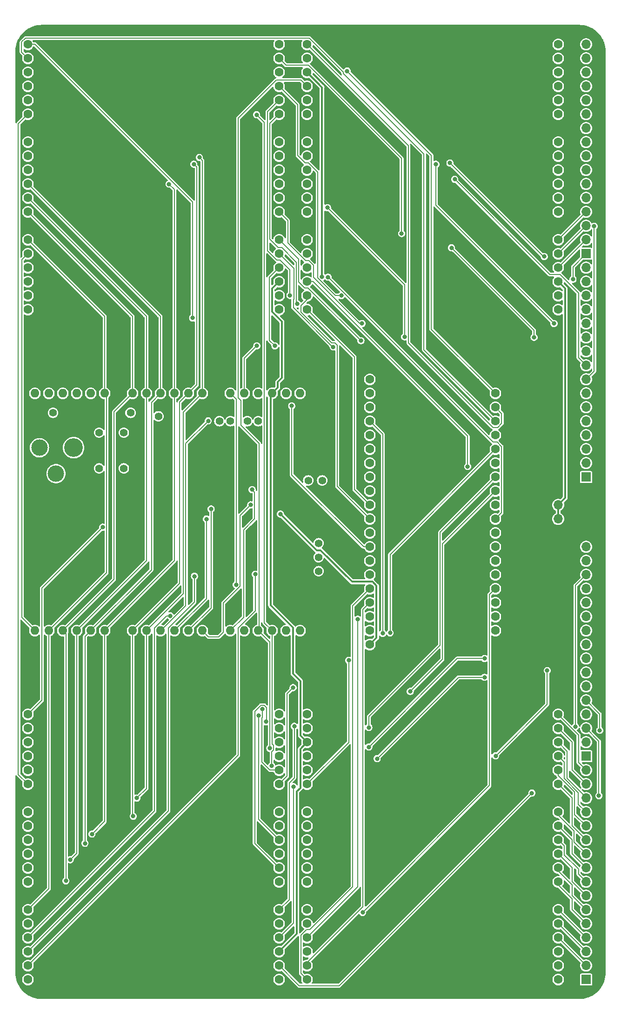
<source format=gtl>
%TF.GenerationSoftware,KiCad,Pcbnew,7.0.5*%
%TF.CreationDate,2024-02-10T14:46:36+02:00*%
%TF.ProjectId,Pico Wide GPIO,5069636f-2057-4696-9465-204750494f2e,rev?*%
%TF.SameCoordinates,Original*%
%TF.FileFunction,Copper,L1,Top*%
%TF.FilePolarity,Positive*%
%FSLAX46Y46*%
G04 Gerber Fmt 4.6, Leading zero omitted, Abs format (unit mm)*
G04 Created by KiCad (PCBNEW 7.0.5) date 2024-02-10 14:46:36*
%MOMM*%
%LPD*%
G01*
G04 APERTURE LIST*
%TA.AperFunction,ComponentPad*%
%ADD10C,1.600000*%
%TD*%
%TA.AperFunction,ComponentPad*%
%ADD11R,1.700000X1.700000*%
%TD*%
%TA.AperFunction,ComponentPad*%
%ADD12O,1.700000X1.700000*%
%TD*%
%TA.AperFunction,WasherPad*%
%ADD13C,1.400000*%
%TD*%
%TA.AperFunction,WasherPad*%
%ADD14C,3.000000*%
%TD*%
%TA.AperFunction,WasherPad*%
%ADD15C,3.400000*%
%TD*%
%TA.AperFunction,ComponentPad*%
%ADD16O,1.600000X1.600000*%
%TD*%
%TA.AperFunction,ViaPad*%
%ADD17C,0.800000*%
%TD*%
%TA.AperFunction,Conductor*%
%ADD18C,0.380000*%
%TD*%
%TA.AperFunction,Conductor*%
%ADD19C,0.200000*%
%TD*%
G04 APERTURE END LIST*
D10*
%TO.P,B6,1,~{Reset}*%
%TO.N,/~{Reset}*%
X92075000Y-80391000D03*
%TO.P,B6,2,N.C.*%
%TO.N,unconnected-(B6-N.C.-Pad2)*%
X92075000Y-82931000D03*
%TO.P,B6,3,A_{Enable}*%
%TO.N,/A_{Enable}*%
X92075000Y-85471000D03*
%TO.P,B6,4,A4*%
%TO.N,/A4*%
X92075000Y-88011000D03*
%TO.P,B6,5,A3*%
%TO.N,/A3*%
X92075000Y-90551000D03*
%TO.P,B6,6,A2*%
%TO.N,/A2*%
X92075000Y-93091000D03*
%TO.P,B6,7,A1*%
%TO.N,/A1*%
X92075000Y-95631000D03*
%TO.P,B6,8,A0*%
%TO.N,/A0*%
X92075000Y-98171000D03*
%TO.P,B6,9,N.C.*%
%TO.N,unconnected-(B6-N.C.-Pad9)*%
X92075000Y-100711000D03*
%TO.P,B6,10,Write_OE__{56..63}*%
%TO.N,/Write OE _{56..63}*%
X92075000Y-103251000D03*
%TO.P,B6,11,Write_OE__{48..55}*%
%TO.N,/Write OE _{48..55}*%
X92075000Y-105791000D03*
%TO.P,B6,12,Write_OE__{40..47}*%
%TO.N,/Write OE _{40..47}*%
X92075000Y-108331000D03*
%TO.P,B6,13,Write_OE__{32..39}*%
%TO.N,/Write OE _{32..39}*%
X92075000Y-110871000D03*
%TO.P,B6,14,Write_OE__{24..31}*%
%TO.N,/Write OE _{24..31}*%
X92075000Y-113411000D03*
%TO.P,B6,15,Write_OE__{16..23}*%
%TO.N,/Write OE _{16..23}*%
X92075000Y-115951000D03*
%TO.P,B6,16,Write_OE__{8..15}*%
%TO.N,/Write OE _{8..15}*%
X92075000Y-118491000D03*
%TO.P,B6,17,Write_OE__{0..7}*%
%TO.N,/Write OE _{0..7}*%
X92075000Y-121031000D03*
%TO.P,B6,18,N.C.*%
%TO.N,unconnected-(B6-N.C.-Pad18)*%
X92075000Y-123571000D03*
%TO.P,B6,19,Write_Enable*%
%TO.N,/Write Enable*%
X92075000Y-126111000D03*
%TO.P,B6,20,3.3V*%
%TO.N,/3.3V*%
X92075000Y-128651000D03*
%TO.P,B6,21,GND*%
%TO.N,/GND*%
X114935000Y-128651000D03*
%TO.P,B6,22,Enable*%
%TO.N,/Enable*%
X114935000Y-126111000D03*
%TO.P,B6,23,N.C.*%
%TO.N,unconnected-(B6-N.C.-Pad23)*%
X114935000Y-123571000D03*
%TO.P,B6,24,Write_GD__{0..7}*%
%TO.N,/Write GD _{0..7}*%
X114935000Y-121031000D03*
%TO.P,B6,25,Write_GD__{8..15}*%
%TO.N,/Write GD _{8..15}*%
X114935000Y-118491000D03*
%TO.P,B6,26,Write_GD__{16..23}*%
%TO.N,/Write GD _{16..23}*%
X114935000Y-115951000D03*
%TO.P,B6,27,Write_GD__{24..31}*%
%TO.N,/Write GD _{24..31}*%
X114935000Y-113411000D03*
%TO.P,B6,28,Write_GD__{32..39}*%
%TO.N,/Write GD _{32..39}*%
X114935000Y-110871000D03*
%TO.P,B6,29,Write_GD__{40..47}*%
%TO.N,/Write GD _{40..47}*%
X114935000Y-108331000D03*
%TO.P,B6,30,Write_GD__{48..55}*%
%TO.N,/Write GD _{48..55}*%
X114935000Y-105791000D03*
%TO.P,B6,31,Write_GD__{56..63}*%
%TO.N,/Write GD _{56..63}*%
X114935000Y-103251000D03*
%TO.P,B6,32,Read_GD__{0..7}*%
%TO.N,/Read GD _{0..7}*%
X114935000Y-100711000D03*
%TO.P,B6,33,Read_GD__{8..15}*%
%TO.N,/Read GD _{8..15}*%
X114935000Y-98171000D03*
%TO.P,B6,34,Read_GD__{16..23}*%
%TO.N,/Read GD _{16..23}*%
X114935000Y-95631000D03*
%TO.P,B6,35,Read_GD__{24..31}*%
%TO.N,/Read GD _{24..31}*%
X114935000Y-93091000D03*
%TO.P,B6,36,Read_GD__{32..39}*%
%TO.N,/Read GD _{32..39}*%
X114935000Y-90551000D03*
%TO.P,B6,37,Read_GD__{40..47}*%
%TO.N,/Read GD _{40..47}*%
X114935000Y-88011000D03*
%TO.P,B6,38,Read_GD__{48..55}*%
%TO.N,/Read GD _{48..55}*%
X114935000Y-85471000D03*
%TO.P,B6,39,Read_GD__{56..63}*%
%TO.N,/Read GD _{56..63}*%
X114935000Y-82931000D03*
%TO.P,B6,40,GND*%
%TO.N,/GND*%
X114935000Y-80391000D03*
%TD*%
D11*
%TO.P,J4,1,Pin_1*%
%TO.N,/GPIO0*%
X131445000Y-189611000D03*
D12*
%TO.P,J4,2,Pin_2*%
%TO.N,/GPIO1*%
X131445000Y-187071000D03*
%TO.P,J4,3,Pin_3*%
%TO.N,/GPIO2*%
X131445000Y-184531000D03*
%TO.P,J4,4,Pin_4*%
%TO.N,/GPIO3*%
X131445000Y-181991000D03*
%TO.P,J4,5,Pin_5*%
%TO.N,/GPIO4*%
X131445000Y-179451000D03*
%TO.P,J4,6,Pin_6*%
%TO.N,/GPIO5*%
X131445000Y-176911000D03*
%TO.P,J4,7,Pin_7*%
%TO.N,/GPIO6*%
X131445000Y-174371000D03*
%TO.P,J4,8,Pin_8*%
%TO.N,/GPIO7*%
X131445000Y-171831000D03*
%TO.P,J4,9,Pin_9*%
%TO.N,/GPIO8*%
X131445000Y-169291000D03*
%TO.P,J4,10,Pin_10*%
%TO.N,/GPIO9*%
X131445000Y-166751000D03*
%TO.P,J4,11,Pin_11*%
%TO.N,/GPIO10*%
X131445000Y-164211000D03*
%TO.P,J4,12,Pin_12*%
%TO.N,/GPIO11*%
X131445000Y-161671000D03*
%TO.P,J4,13,Pin_13*%
%TO.N,/GPIO12*%
X131445000Y-159131000D03*
%TO.P,J4,14,Pin_14*%
%TO.N,/GPIO13*%
X131445000Y-156591000D03*
%TO.P,J4,15,Pin_15*%
%TO.N,/GPIO14*%
X131445000Y-154051000D03*
%TO.P,J4,16,Pin_16*%
%TO.N,/GPIO15*%
X131445000Y-151511000D03*
%TD*%
D13*
%TO.P,B5,*%
%TO.N,*%
X82764161Y-115294210D03*
X82764161Y-112754210D03*
X82764161Y-110214210D03*
X80862159Y-98784210D03*
X83402159Y-98784210D03*
D14*
X34953800Y-97537000D03*
D13*
X42801999Y-96595000D03*
X47301999Y-96595000D03*
D14*
X31953800Y-92837000D03*
D15*
X38153800Y-92837000D03*
D13*
X42801999Y-90095000D03*
X47301999Y-90095000D03*
X64689399Y-88011000D03*
X66689399Y-88011000D03*
X69769401Y-88011000D03*
X71769401Y-88011000D03*
X53597000Y-87122000D03*
X34417000Y-86487000D03*
X48517000Y-86487000D03*
D16*
%TO.P,B5,1,GPIO0*%
%TO.N,/D0*%
X31115000Y-126111000D03*
%TO.P,B5,2,GPIO1*%
%TO.N,/D1*%
X33655000Y-126111000D03*
%TO.P,B5,3,GPIO2*%
%TO.N,/D2*%
X36195000Y-126111000D03*
%TO.P,B5,4,GPIO3*%
%TO.N,/D3*%
X38735000Y-126111000D03*
%TO.P,B5,5,GPIO4*%
%TO.N,/D4*%
X41275000Y-126111000D03*
%TO.P,B5,6,GPIO5*%
%TO.N,/D5*%
X43815000Y-126111000D03*
%TO.P,B5,7,GND*%
%TO.N,/GND*%
X46355000Y-126111000D03*
%TO.P,B5,8,GPIO6*%
%TO.N,/D6*%
X48895000Y-126111000D03*
%TO.P,B5,9,GPIO7*%
%TO.N,/D7*%
X51435000Y-126111000D03*
%TO.P,B5,10,GPIO8*%
%TO.N,/A_{Enable}*%
X53975000Y-126111000D03*
%TO.P,B5,11,GPIO9*%
%TO.N,/A0*%
X56515000Y-126111000D03*
%TO.P,B5,12,GPIO10*%
%TO.N,/A1*%
X59055000Y-126111000D03*
%TO.P,B5,13,GPIO11*%
%TO.N,/A2*%
X61595000Y-126111000D03*
%TO.P,B5,14,GND*%
%TO.N,/GND*%
X64135000Y-126111000D03*
%TO.P,B5,15,GPIO12*%
%TO.N,/A3*%
X66675000Y-126111000D03*
%TO.P,B5,16,GPIO13*%
%TO.N,/A4*%
X69215000Y-126111000D03*
%TO.P,B5,17,GPIO14*%
%TO.N,/Read GPIO _{ALL}*%
X71755000Y-126111000D03*
%TO.P,B5,18,GPIO15*%
%TO.N,/Write GPIO _{ALL}*%
X74295000Y-126111000D03*
%TO.P,B5,19,GPIO16*%
%TO.N,unconnected-(B5-GPIO16-Pad19)*%
X76835000Y-126111000D03*
%TO.P,B5,20,GPIO17*%
%TO.N,/D0*%
X79375000Y-126111000D03*
%TO.P,B5,21,N.C.*%
%TO.N,unconnected-(B5-N.C.-Pad21)*%
X79375000Y-82931000D03*
%TO.P,B5,22,ADC_VREF*%
%TO.N,unconnected-(B5-ADC_VREF-Pad22)*%
X76835000Y-82931000D03*
%TO.P,B5,23,5V*%
%TO.N,/5V*%
X74295000Y-82931000D03*
%TO.P,B5,24,N.C.*%
%TO.N,unconnected-(B5-N.C.-Pad24)*%
X71755000Y-82931000D03*
%TO.P,B5,25,~{Reset}*%
%TO.N,/~{Reset}*%
X69215000Y-82931000D03*
%TO.P,B5,26,GPIO28*%
%TO.N,/Write Enable*%
X66675000Y-82931000D03*
%TO.P,B5,27,GND*%
%TO.N,/GND*%
X64135000Y-82931000D03*
%TO.P,B5,28,GPIO27*%
%TO.N,/D7*%
X61595000Y-82931000D03*
%TO.P,B5,29,GPIO26*%
%TO.N,/D6*%
X59055000Y-82931000D03*
%TO.P,B5,30,GPIO22*%
%TO.N,/D5*%
X56515000Y-82931000D03*
%TO.P,B5,31,GPIO21*%
%TO.N,/D4*%
X53975000Y-82931000D03*
%TO.P,B5,32,GPIO20*%
%TO.N,/D3*%
X51435000Y-82931000D03*
%TO.P,B5,33,GPIO19*%
%TO.N,/D2*%
X48895000Y-82931000D03*
%TO.P,B5,34,GND*%
%TO.N,/GND*%
X46355000Y-82931000D03*
%TO.P,B5,35,GPIO18*%
%TO.N,/D1*%
X43815000Y-82931000D03*
%TO.P,B5,36,N.C.*%
%TO.N,unconnected-(B5-N.C.-Pad36)*%
X41275000Y-82931000D03*
%TO.P,B5,37,A_GND*%
%TO.N,unconnected-(B5-A_GND-Pad37)*%
X38735000Y-82931000D03*
%TO.P,B5,38,3.3V*%
%TO.N,/3.3V*%
X36195000Y-82931000D03*
%TO.P,B5,39,N.C.*%
%TO.N,unconnected-(B5-N.C.-Pad39)*%
X33655000Y-82931000D03*
%TO.P,B5,40,12V*%
%TO.N,unconnected-(B5-12V-Pad40)*%
X31115000Y-82931000D03*
%TD*%
D10*
%TO.P,B1,1,Read_GD__{0..7}*%
%TO.N,/Read GD _{0..7}*%
X80645000Y-141351000D03*
%TO.P,B1,2,Read_GD__{8..15}*%
%TO.N,/Read GD _{8..15}*%
X80645000Y-143891000D03*
%TO.P,B1,3,5V*%
%TO.N,/5V*%
X80645000Y-146431000D03*
%TO.P,B1,4,Read*%
%TO.N,/Read GPIO _{ALL}*%
X80645000Y-148971000D03*
%TO.P,B1,5,Write*%
%TO.N,/Write GPIO _{ALL}*%
X80645000Y-151511000D03*
%TO.P,B1,6,Enable*%
%TO.N,/Enable*%
X80645000Y-154051000D03*
%TO.P,B1,7,GND*%
%TO.N,/GND*%
X80645000Y-156591000D03*
%TO.P,B1,8,D7*%
%TO.N,/D7*%
X80645000Y-159131000D03*
%TO.P,B1,9,D6*%
%TO.N,/D6*%
X80645000Y-161671000D03*
%TO.P,B1,10,D5*%
%TO.N,/D5*%
X80645000Y-164211000D03*
%TO.P,B1,11,D4*%
%TO.N,/D4*%
X80645000Y-166751000D03*
%TO.P,B1,12,D3*%
%TO.N,/D3*%
X80645000Y-169291000D03*
%TO.P,B1,13,D2*%
%TO.N,/D2*%
X80645000Y-171831000D03*
%TO.P,B1,14,GND*%
%TO.N,/GND*%
X80645000Y-174371000D03*
%TO.P,B1,15,D1*%
%TO.N,/D1*%
X80645000Y-176911000D03*
%TO.P,B1,16,D0*%
%TO.N,/D0*%
X80645000Y-179451000D03*
%TO.P,B1,17,Write_GD__{0..7}*%
%TO.N,/Write GD _{0..7}*%
X80645000Y-181991000D03*
%TO.P,B1,18,Write_GD__{8..15}*%
%TO.N,/Write GD _{8..15}*%
X80645000Y-184531000D03*
%TO.P,B1,19,Write_OE__{0..7}*%
%TO.N,/Write OE _{0..7}*%
X80645000Y-187071000D03*
%TO.P,B1,20,Write_OE__{8..15}*%
%TO.N,/Write OE _{8..15}*%
X80645000Y-189611000D03*
%TO.P,B1,21,N.C.*%
%TO.N,unconnected-(B1-N.C.-Pad21)*%
X126365000Y-189611000D03*
%TO.P,B1,22,GPIO0*%
%TO.N,/GPIO0*%
X126365000Y-187071000D03*
%TO.P,B1,23,5V*%
%TO.N,/5V*%
X126365000Y-184531000D03*
%TO.P,B1,24,GPIO1*%
%TO.N,/GPIO1*%
X126365000Y-181991000D03*
%TO.P,B1,25,GPIO2*%
%TO.N,/GPIO2*%
X126365000Y-179451000D03*
%TO.P,B1,26,GPIO3*%
%TO.N,/GPIO3*%
X126365000Y-176911000D03*
%TO.P,B1,27,GND*%
%TO.N,/GND*%
X126365000Y-174371000D03*
%TO.P,B1,28,GPIO4*%
%TO.N,/GPIO4*%
X126365000Y-171831000D03*
%TO.P,B1,29,GPIO5*%
%TO.N,/GPIO5*%
X126365000Y-169291000D03*
%TO.P,B1,30,GPIO6*%
%TO.N,/GPIO6*%
X126365000Y-166751000D03*
%TO.P,B1,31,GPIO7*%
%TO.N,/GPIO7*%
X126365000Y-164211000D03*
%TO.P,B1,32,GPIO8*%
%TO.N,/GPIO8*%
X126365000Y-161671000D03*
%TO.P,B1,33,GPIO9*%
%TO.N,/GPIO9*%
X126365000Y-159131000D03*
%TO.P,B1,34,GND*%
%TO.N,/GND*%
X126365000Y-156591000D03*
%TO.P,B1,35,GPIO10*%
%TO.N,/GPIO10*%
X126365000Y-154051000D03*
%TO.P,B1,36,GPIO11*%
%TO.N,/GPIO11*%
X126365000Y-151511000D03*
%TO.P,B1,37,GPIO12*%
%TO.N,/GPIO12*%
X126365000Y-148971000D03*
%TO.P,B1,38,GPIO13*%
%TO.N,/GPIO13*%
X126365000Y-146431000D03*
%TO.P,B1,39,GPIO14*%
%TO.N,/GPIO14*%
X126365000Y-143891000D03*
%TO.P,B1,40,GPIO15*%
%TO.N,/GPIO15*%
X126365000Y-141351000D03*
%TD*%
D11*
%TO.P,J7,1,Pin_1*%
%TO.N,/GPIO48*%
X131445000Y-57531000D03*
D12*
%TO.P,J7,2,Pin_2*%
%TO.N,/GPIO49*%
X131445000Y-54991000D03*
%TO.P,J7,3,Pin_3*%
%TO.N,/GPIO50*%
X131445000Y-52451000D03*
%TO.P,J7,4,Pin_4*%
%TO.N,/GPIO51*%
X131445000Y-49911000D03*
%TO.P,J7,5,Pin_5*%
%TO.N,/GPIO52*%
X131445000Y-47371000D03*
%TO.P,J7,6,Pin_6*%
%TO.N,/GPIO53*%
X131445000Y-44831000D03*
%TO.P,J7,7,Pin_7*%
%TO.N,/GPIO54*%
X131445000Y-42291000D03*
%TO.P,J7,8,Pin_8*%
%TO.N,/GPIO55*%
X131445000Y-39751000D03*
%TO.P,J7,9,Pin_9*%
%TO.N,/GPIO56*%
X131445000Y-37211000D03*
%TO.P,J7,10,Pin_10*%
%TO.N,/GPIO57*%
X131445000Y-34671000D03*
%TO.P,J7,11,Pin_11*%
%TO.N,/GPIO58*%
X131445000Y-32131000D03*
%TO.P,J7,12,Pin_12*%
%TO.N,/GPIO59*%
X131445000Y-29591000D03*
%TO.P,J7,13,Pin_13*%
%TO.N,/GPIO60*%
X131445000Y-27051000D03*
%TO.P,J7,14,Pin_14*%
%TO.N,/GPIO61*%
X131445000Y-24511000D03*
%TO.P,J7,15,Pin_15*%
%TO.N,/GPIO62*%
X131445000Y-21971000D03*
%TO.P,J7,16,Pin_16*%
%TO.N,/GPIO63*%
X131445000Y-19431000D03*
%TD*%
D11*
%TO.P,J6,1,Pin_1*%
%TO.N,/GPIO32*%
X131445000Y-98171000D03*
D12*
%TO.P,J6,2,Pin_2*%
%TO.N,/GPIO33*%
X131445000Y-95631000D03*
%TO.P,J6,3,Pin_3*%
%TO.N,/GPIO34*%
X131445000Y-93091000D03*
%TO.P,J6,4,Pin_4*%
%TO.N,/GPIO35*%
X131445000Y-90551000D03*
%TO.P,J6,5,Pin_5*%
%TO.N,/GPIO36*%
X131445000Y-88011000D03*
%TO.P,J6,6,Pin_6*%
%TO.N,/GPIO37*%
X131445000Y-85471000D03*
%TO.P,J6,7,Pin_7*%
%TO.N,/GPIO38*%
X131445000Y-82931000D03*
%TO.P,J6,8,Pin_8*%
%TO.N,/GPIO39*%
X131445000Y-80391000D03*
%TO.P,J6,9,Pin_9*%
%TO.N,/GPIO40*%
X131445000Y-77851000D03*
%TO.P,J6,10,Pin_10*%
%TO.N,/GPIO41*%
X131445000Y-75311000D03*
%TO.P,J6,11,Pin_11*%
%TO.N,/GPIO42*%
X131445000Y-72771000D03*
%TO.P,J6,12,Pin_12*%
%TO.N,/GPIO43*%
X131445000Y-70231000D03*
%TO.P,J6,13,Pin_13*%
%TO.N,/GPIO44*%
X131445000Y-67691000D03*
%TO.P,J6,14,Pin_14*%
%TO.N,/GPIO45*%
X131445000Y-65151000D03*
%TO.P,J6,15,Pin_15*%
%TO.N,/GPIO46*%
X131445000Y-62611000D03*
%TO.P,J6,16,Pin_16*%
%TO.N,/GPIO47*%
X131445000Y-60071000D03*
%TD*%
D10*
%TO.P,B3,1,Read_GD__{0..7}*%
%TO.N,/Read GD _{32..39}*%
X29845000Y-19431000D03*
%TO.P,B3,2,Read_GD__{8..15}*%
%TO.N,/Read GD _{40..47}*%
X29845000Y-21971000D03*
%TO.P,B3,3,5V*%
%TO.N,/5V*%
X29845000Y-24511000D03*
%TO.P,B3,4,Read*%
%TO.N,/Read GPIO _{ALL}*%
X29845000Y-27051000D03*
%TO.P,B3,5,Write*%
%TO.N,/Write GPIO _{ALL}*%
X29845000Y-29591000D03*
%TO.P,B3,6,Enable*%
%TO.N,/Enable*%
X29845000Y-32131000D03*
%TO.P,B3,7,GND*%
%TO.N,/GND*%
X29845000Y-34671000D03*
%TO.P,B3,8,D7*%
%TO.N,/D7*%
X29845000Y-37211000D03*
%TO.P,B3,9,D6*%
%TO.N,/D6*%
X29845000Y-39751000D03*
%TO.P,B3,10,D5*%
%TO.N,/D5*%
X29845000Y-42291000D03*
%TO.P,B3,11,D4*%
%TO.N,/D4*%
X29845000Y-44831000D03*
%TO.P,B3,12,D3*%
%TO.N,/D3*%
X29845000Y-47371000D03*
%TO.P,B3,13,D2*%
%TO.N,/D2*%
X29845000Y-49911000D03*
%TO.P,B3,14,GND*%
%TO.N,/GND*%
X29845000Y-52451000D03*
%TO.P,B3,15,D1*%
%TO.N,/D1*%
X29845000Y-54991000D03*
%TO.P,B3,16,D0*%
%TO.N,/D0*%
X29845000Y-57531000D03*
%TO.P,B3,17,Write_GD__{0..7}*%
%TO.N,/Write GD _{32..39}*%
X29845000Y-60071000D03*
%TO.P,B3,18,Write_GD__{8..15}*%
%TO.N,/Write GD _{40..47}*%
X29845000Y-62611000D03*
%TO.P,B3,19,Write_OE__{0..7}*%
%TO.N,/Write OE _{32..39}*%
X29845000Y-65151000D03*
%TO.P,B3,20,Write_OE__{8..15}*%
%TO.N,/Write OE _{40..47}*%
X29845000Y-67691000D03*
%TO.P,B3,21,N.C.*%
%TO.N,unconnected-(B3-N.C.-Pad21)*%
X75565000Y-67691000D03*
%TO.P,B3,22,GPIO0*%
%TO.N,/GPIO32*%
X75565000Y-65151000D03*
%TO.P,B3,23,5V*%
%TO.N,/5V*%
X75565000Y-62611000D03*
%TO.P,B3,24,GPIO1*%
%TO.N,/GPIO33*%
X75565000Y-60071000D03*
%TO.P,B3,25,GPIO2*%
%TO.N,/GPIO34*%
X75565000Y-57531000D03*
%TO.P,B3,26,GPIO3*%
%TO.N,/GPIO35*%
X75565000Y-54991000D03*
%TO.P,B3,27,GND*%
%TO.N,/GND*%
X75565000Y-52451000D03*
%TO.P,B3,28,GPIO4*%
%TO.N,/GPIO36*%
X75565000Y-49911000D03*
%TO.P,B3,29,GPIO5*%
%TO.N,/GPIO37*%
X75565000Y-47371000D03*
%TO.P,B3,30,GPIO6*%
%TO.N,/GPIO38*%
X75565000Y-44831000D03*
%TO.P,B3,31,GPIO7*%
%TO.N,/GPIO39*%
X75565000Y-42291000D03*
%TO.P,B3,32,GPIO8*%
%TO.N,/GPIO40*%
X75565000Y-39751000D03*
%TO.P,B3,33,GPIO9*%
%TO.N,/GPIO41*%
X75565000Y-37211000D03*
%TO.P,B3,34,GND*%
%TO.N,/GND*%
X75565000Y-34671000D03*
%TO.P,B3,35,GPIO10*%
%TO.N,/GPIO42*%
X75565000Y-32131000D03*
%TO.P,B3,36,GPIO11*%
%TO.N,/GPIO43*%
X75565000Y-29591000D03*
%TO.P,B3,37,GPIO12*%
%TO.N,/GPIO44*%
X75565000Y-27051000D03*
%TO.P,B3,38,GPIO13*%
%TO.N,/GPIO45*%
X75565000Y-24511000D03*
%TO.P,B3,39,GPIO14*%
%TO.N,/GPIO46*%
X75565000Y-21971000D03*
%TO.P,B3,40,GPIO15*%
%TO.N,/GPIO47*%
X75565000Y-19431000D03*
%TD*%
D11*
%TO.P,J9,1,Pin_1*%
%TO.N,/GND*%
X126365000Y-98171000D03*
D12*
%TO.P,J9,2,Pin_2*%
X126365000Y-100711000D03*
%TO.P,J9,3,Pin_3*%
%TO.N,/5V*%
X126365000Y-103251000D03*
%TO.P,J9,4,Pin_4*%
X126365000Y-105791000D03*
%TO.P,J9,5,Pin_5*%
%TO.N,/GND*%
X126365000Y-108331000D03*
%TO.P,J9,6,Pin_6*%
X126365000Y-110871000D03*
%TD*%
D10*
%TO.P,B2,1,Read_GD__{0..7}*%
%TO.N,/Read GD _{16..23}*%
X29845000Y-141351000D03*
%TO.P,B2,2,Read_GD__{8..15}*%
%TO.N,/Read GD _{24..31}*%
X29845000Y-143891000D03*
%TO.P,B2,3,5V*%
%TO.N,/5V*%
X29845000Y-146431000D03*
%TO.P,B2,4,Read*%
%TO.N,/Read GPIO _{ALL}*%
X29845000Y-148971000D03*
%TO.P,B2,5,Write*%
%TO.N,/Write GPIO _{ALL}*%
X29845000Y-151511000D03*
%TO.P,B2,6,Enable*%
%TO.N,/Enable*%
X29845000Y-154051000D03*
%TO.P,B2,7,GND*%
%TO.N,/GND*%
X29845000Y-156591000D03*
%TO.P,B2,8,D7*%
%TO.N,/D7*%
X29845000Y-159131000D03*
%TO.P,B2,9,D6*%
%TO.N,/D6*%
X29845000Y-161671000D03*
%TO.P,B2,10,D5*%
%TO.N,/D5*%
X29845000Y-164211000D03*
%TO.P,B2,11,D4*%
%TO.N,/D4*%
X29845000Y-166751000D03*
%TO.P,B2,12,D3*%
%TO.N,/D3*%
X29845000Y-169291000D03*
%TO.P,B2,13,D2*%
%TO.N,/D2*%
X29845000Y-171831000D03*
%TO.P,B2,14,GND*%
%TO.N,/GND*%
X29845000Y-174371000D03*
%TO.P,B2,15,D1*%
%TO.N,/D1*%
X29845000Y-176911000D03*
%TO.P,B2,16,D0*%
%TO.N,/D0*%
X29845000Y-179451000D03*
%TO.P,B2,17,Write_GD__{0..7}*%
%TO.N,/Write GD _{16..23}*%
X29845000Y-181991000D03*
%TO.P,B2,18,Write_GD__{8..15}*%
%TO.N,/Write GD _{24..31}*%
X29845000Y-184531000D03*
%TO.P,B2,19,Write_OE__{0..7}*%
%TO.N,/Write OE _{16..23}*%
X29845000Y-187071000D03*
%TO.P,B2,20,Write_OE__{8..15}*%
%TO.N,/Write OE _{24..31}*%
X29845000Y-189611000D03*
%TO.P,B2,21,N.C.*%
%TO.N,unconnected-(B2-N.C.-Pad21)*%
X75565000Y-189611000D03*
%TO.P,B2,22,GPIO0*%
%TO.N,/GPIO16*%
X75565000Y-187071000D03*
%TO.P,B2,23,5V*%
%TO.N,/5V*%
X75565000Y-184531000D03*
%TO.P,B2,24,GPIO1*%
%TO.N,/GPIO17*%
X75565000Y-181991000D03*
%TO.P,B2,25,GPIO2*%
%TO.N,/GPIO18*%
X75565000Y-179451000D03*
%TO.P,B2,26,GPIO3*%
%TO.N,/GPIO19*%
X75565000Y-176911000D03*
%TO.P,B2,27,GND*%
%TO.N,/GND*%
X75565000Y-174371000D03*
%TO.P,B2,28,GPIO4*%
%TO.N,/GPIO20*%
X75565000Y-171831000D03*
%TO.P,B2,29,GPIO5*%
%TO.N,/GPIO21*%
X75565000Y-169291000D03*
%TO.P,B2,30,GPIO6*%
%TO.N,/GPIO22*%
X75565000Y-166751000D03*
%TO.P,B2,31,GPIO7*%
%TO.N,/GPIO23*%
X75565000Y-164211000D03*
%TO.P,B2,32,GPIO8*%
%TO.N,/GPIO24*%
X75565000Y-161671000D03*
%TO.P,B2,33,GPIO9*%
%TO.N,/GPIO25*%
X75565000Y-159131000D03*
%TO.P,B2,34,GND*%
%TO.N,/GND*%
X75565000Y-156591000D03*
%TO.P,B2,35,GPIO10*%
%TO.N,/GPIO26*%
X75565000Y-154051000D03*
%TO.P,B2,36,GPIO11*%
%TO.N,/GPIO27*%
X75565000Y-151511000D03*
%TO.P,B2,37,GPIO12*%
%TO.N,/GPIO28*%
X75565000Y-148971000D03*
%TO.P,B2,38,GPIO13*%
%TO.N,/GPIO29*%
X75565000Y-146431000D03*
%TO.P,B2,39,GPIO14*%
%TO.N,/GPIO30*%
X75565000Y-143891000D03*
%TO.P,B2,40,GPIO15*%
%TO.N,/GPIO31*%
X75565000Y-141351000D03*
%TD*%
%TO.P,B4,1,Read_GD__{0..7}*%
%TO.N,/Read GD _{48..55}*%
X80645000Y-19431000D03*
%TO.P,B4,2,Read_GD__{8..15}*%
%TO.N,/Read GD _{56..63}*%
X80645000Y-21971000D03*
%TO.P,B4,3,5V*%
%TO.N,/5V*%
X80645000Y-24511000D03*
%TO.P,B4,4,Read*%
%TO.N,/Read GPIO _{ALL}*%
X80645000Y-27051000D03*
%TO.P,B4,5,Write*%
%TO.N,/Write GPIO _{ALL}*%
X80645000Y-29591000D03*
%TO.P,B4,6,Enable*%
%TO.N,/Enable*%
X80645000Y-32131000D03*
%TO.P,B4,7,GND*%
%TO.N,/GND*%
X80645000Y-34671000D03*
%TO.P,B4,8,D7*%
%TO.N,/D7*%
X80645000Y-37211000D03*
%TO.P,B4,9,D6*%
%TO.N,/D6*%
X80645000Y-39751000D03*
%TO.P,B4,10,D5*%
%TO.N,/D5*%
X80645000Y-42291000D03*
%TO.P,B4,11,D4*%
%TO.N,/D4*%
X80645000Y-44831000D03*
%TO.P,B4,12,D3*%
%TO.N,/D3*%
X80645000Y-47371000D03*
%TO.P,B4,13,D2*%
%TO.N,/D2*%
X80645000Y-49911000D03*
%TO.P,B4,14,GND*%
%TO.N,/GND*%
X80645000Y-52451000D03*
%TO.P,B4,15,D1*%
%TO.N,/D1*%
X80645000Y-54991000D03*
%TO.P,B4,16,D0*%
%TO.N,/D0*%
X80645000Y-57531000D03*
%TO.P,B4,17,Write_GD__{0..7}*%
%TO.N,/Write GD _{48..55}*%
X80645000Y-60071000D03*
%TO.P,B4,18,Write_GD__{8..15}*%
%TO.N,/Write GD _{56..63}*%
X80645000Y-62611000D03*
%TO.P,B4,19,Write_OE__{0..7}*%
%TO.N,/Write OE _{48..55}*%
X80645000Y-65151000D03*
%TO.P,B4,20,Write_OE__{8..15}*%
%TO.N,/Write OE _{56..63}*%
X80645000Y-67691000D03*
%TO.P,B4,21,N.C.*%
%TO.N,unconnected-(B4-N.C.-Pad21)*%
X126365000Y-67691000D03*
%TO.P,B4,22,GPIO0*%
%TO.N,/GPIO48*%
X126365000Y-65151000D03*
%TO.P,B4,23,5V*%
%TO.N,/5V*%
X126365000Y-62611000D03*
%TO.P,B4,24,GPIO1*%
%TO.N,/GPIO49*%
X126365000Y-60071000D03*
%TO.P,B4,25,GPIO2*%
%TO.N,/GPIO50*%
X126365000Y-57531000D03*
%TO.P,B4,26,GPIO3*%
%TO.N,/GPIO51*%
X126365000Y-54991000D03*
%TO.P,B4,27,GND*%
%TO.N,/GND*%
X126365000Y-52451000D03*
%TO.P,B4,28,GPIO4*%
%TO.N,/GPIO52*%
X126365000Y-49911000D03*
%TO.P,B4,29,GPIO5*%
%TO.N,/GPIO53*%
X126365000Y-47371000D03*
%TO.P,B4,30,GPIO6*%
%TO.N,/GPIO54*%
X126365000Y-44831000D03*
%TO.P,B4,31,GPIO7*%
%TO.N,/GPIO55*%
X126365000Y-42291000D03*
%TO.P,B4,32,GPIO8*%
%TO.N,/GPIO56*%
X126365000Y-39751000D03*
%TO.P,B4,33,GPIO9*%
%TO.N,/GPIO57*%
X126365000Y-37211000D03*
%TO.P,B4,34,GND*%
%TO.N,/GND*%
X126365000Y-34671000D03*
%TO.P,B4,35,GPIO10*%
%TO.N,/GPIO58*%
X126365000Y-32131000D03*
%TO.P,B4,36,GPIO11*%
%TO.N,/GPIO59*%
X126365000Y-29591000D03*
%TO.P,B4,37,GPIO12*%
%TO.N,/GPIO60*%
X126365000Y-27051000D03*
%TO.P,B4,38,GPIO13*%
%TO.N,/GPIO61*%
X126365000Y-24511000D03*
%TO.P,B4,39,GPIO14*%
%TO.N,/GPIO62*%
X126365000Y-21971000D03*
%TO.P,B4,40,GPIO15*%
%TO.N,/GPIO63*%
X126365000Y-19431000D03*
%TD*%
D11*
%TO.P,J5,1,Pin_1*%
%TO.N,/GPIO16*%
X131445000Y-148971000D03*
D12*
%TO.P,J5,2,Pin_2*%
%TO.N,/GPIO17*%
X131445000Y-146431000D03*
%TO.P,J5,3,Pin_3*%
%TO.N,/GPIO18*%
X131445000Y-143891000D03*
%TO.P,J5,4,Pin_4*%
%TO.N,/GPIO19*%
X131445000Y-141351000D03*
%TO.P,J5,5,Pin_5*%
%TO.N,/GPIO20*%
X131445000Y-138811000D03*
%TO.P,J5,6,Pin_6*%
%TO.N,/GPIO21*%
X131445000Y-136271000D03*
%TO.P,J5,7,Pin_7*%
%TO.N,/GPIO22*%
X131445000Y-133731000D03*
%TO.P,J5,8,Pin_8*%
%TO.N,/GPIO23*%
X131445000Y-131191000D03*
%TO.P,J5,9,Pin_9*%
%TO.N,/GPIO24*%
X131445000Y-128651000D03*
%TO.P,J5,10,Pin_10*%
%TO.N,/GPIO25*%
X131445000Y-126111000D03*
%TO.P,J5,11,Pin_11*%
%TO.N,/GPIO26*%
X131445000Y-123571000D03*
%TO.P,J5,12,Pin_12*%
%TO.N,/GPIO27*%
X131445000Y-121031000D03*
%TO.P,J5,13,Pin_13*%
%TO.N,/GPIO28*%
X131445000Y-118491000D03*
%TO.P,J5,14,Pin_14*%
%TO.N,/GPIO29*%
X131445000Y-115951000D03*
%TO.P,J5,15,Pin_15*%
%TO.N,/GPIO30*%
X131445000Y-113411000D03*
%TO.P,J5,16,Pin_16*%
%TO.N,/GPIO31*%
X131445000Y-110871000D03*
%TD*%
D17*
%TO.N,/5V*%
X83373700Y-61728200D03*
%TO.N,/GND*%
X64135000Y-123317000D03*
X124587000Y-49657000D03*
X111633000Y-82677000D03*
X122301000Y-60071000D03*
X124079000Y-64643000D03*
X124587000Y-44323000D03*
X45085000Y-52451000D03*
X99949000Y-82677000D03*
X84201000Y-124841000D03*
X111633000Y-80645000D03*
X50165000Y-84141500D03*
X64135000Y-47117000D03*
X122682000Y-88138000D03*
X64135000Y-110363000D03*
X99695000Y-34671000D03*
X124587000Y-52451000D03*
X124587000Y-71501000D03*
X48895000Y-122936000D03*
X45085000Y-64135000D03*
X64135000Y-128651000D03*
X109796900Y-60492600D03*
X124079000Y-67437000D03*
X50165000Y-103251000D03*
X90297000Y-85216998D03*
X67437000Y-156590995D03*
X65658997Y-81407003D03*
X86995000Y-146177000D03*
X86995000Y-124841000D03*
X45085000Y-118491000D03*
X64135000Y-96647000D03*
X50165000Y-91821000D03*
X106553000Y-128651000D03*
X50165000Y-74549000D03*
X121793000Y-67691000D03*
X124841000Y-59563000D03*
X55245000Y-70739000D03*
X55245000Y-74549000D03*
X64135000Y-42037000D03*
X64897000Y-154051000D03*
X64135000Y-52451000D03*
X64135000Y-115697000D03*
X64135006Y-70739000D03*
X45084998Y-58547000D03*
X64135000Y-34671000D03*
X63373000Y-152527000D03*
X50165000Y-110617000D03*
X86995000Y-148971000D03*
X112903000Y-128651000D03*
X67437000Y-174371000D03*
%TO.N,/3.3V*%
X75803600Y-104901600D03*
%TO.N,/Enable*%
X88236200Y-131520600D03*
%TO.N,/D7*%
X49687500Y-156591400D03*
X61051900Y-40007400D03*
%TO.N,/D6*%
X60036300Y-41230400D03*
X49017600Y-159898400D03*
%TO.N,/D5*%
X55539500Y-44851300D03*
X41490000Y-163148000D03*
%TO.N,/D4*%
X40225000Y-164819800D03*
%TO.N,/D3*%
X37543800Y-167809600D03*
%TO.N,/~{Reset}*%
X71501000Y-74295000D03*
%TO.N,/Write Enable*%
X67757500Y-117760500D03*
%TO.N,/D2*%
X36756100Y-171660100D03*
%TO.N,/Read GPIO _{ALL}*%
X73874900Y-147528600D03*
%TO.N,/Write GPIO _{ALL}*%
X74207700Y-150741400D03*
X71467000Y-32238500D03*
%TO.N,/Read GD _{0..7}*%
X99434300Y-137186900D03*
%TO.N,/Read GD _{8..15}*%
X91900800Y-143739400D03*
%TO.N,/Write GD _{0..7}*%
X89890500Y-124051000D03*
%TO.N,/Write GD _{8..15}*%
X90761900Y-177411700D03*
%TO.N,/Read GD _{16..23}*%
X43466400Y-107293300D03*
%TO.N,/Read GD _{24..31}*%
X95764200Y-126527910D03*
%TO.N,/Write GD _{16..23}*%
X55751100Y-123425300D03*
%TO.N,/Write GD _{24..31}*%
X60159700Y-116224700D03*
%TO.N,/Write OE _{16..23}*%
X71214400Y-115856200D03*
%TO.N,/GPIO16*%
X121572400Y-155679000D03*
%TO.N,/GPIO17*%
X78195900Y-154514800D03*
%TO.N,/GPIO18*%
X133770000Y-156161800D03*
%TO.N,/GPIO19*%
X78334100Y-143534600D03*
%TO.N,/GPIO20*%
X133926600Y-144261100D03*
%TO.N,/GPIO21*%
X73154900Y-142700500D03*
%TO.N,/GPIO23*%
X71843800Y-141592200D03*
%TO.N,/GPIO24*%
X124371500Y-133387500D03*
X114987800Y-148905200D03*
%TO.N,/GPIO25*%
X93404400Y-149412800D03*
X112956600Y-134611000D03*
%TO.N,/GPIO26*%
X78104900Y-136484100D03*
%TO.N,/GPIO27*%
X72553900Y-140403800D03*
%TO.N,/GPIO28*%
X91900100Y-147293600D03*
X112955000Y-131199000D03*
%TO.N,/GPIO29*%
X129520600Y-143575600D03*
%TO.N,/Read GD _{32..39}*%
X59817000Y-69214994D03*
%TO.N,/Write OE _{32..39}*%
X77851000Y-85217000D03*
%TO.N,/GPIO33*%
X74803000Y-74294994D03*
%TO.N,/GPIO34*%
X85415300Y-74500300D03*
%TO.N,/GPIO35*%
X90457800Y-73353600D03*
%TO.N,/GPIO36*%
X90648300Y-70237500D03*
%TO.N,/GPIO37*%
X84362700Y-49141600D03*
X98410200Y-72653100D03*
%TO.N,/GPIO38*%
X106941400Y-56451100D03*
X121969200Y-72742300D03*
%TO.N,/GPIO39*%
X132919700Y-52523000D03*
%TO.N,/GPIO40*%
X107531200Y-43994500D03*
%TO.N,/GPIO41*%
X104099000Y-41249100D03*
X125602300Y-70237500D03*
%TO.N,/GPIO42*%
X78875900Y-66647300D03*
%TO.N,/GPIO43*%
X77537600Y-65128200D03*
%TO.N,/GPIO44*%
X86875400Y-65162300D03*
%TO.N,/GPIO45*%
X123825000Y-58039000D03*
X106658200Y-41028900D03*
%TO.N,/GPIO46*%
X97871100Y-53858000D03*
%TO.N,/GPIO48*%
X129051200Y-62173900D03*
%TO.N,/Write GD _{56..63}*%
X109888500Y-96248500D03*
%TO.N,/Write GD _{48..55}*%
X84470100Y-61798900D03*
%TO.N,/Read GD _{56..63}*%
X87953800Y-24280800D03*
%TO.N,/A0*%
X62334700Y-105821500D03*
%TO.N,/A1*%
X63189900Y-103981800D03*
%TO.N,/A2*%
X70404100Y-103212000D03*
%TO.N,/A3*%
X70647700Y-100452900D03*
%TO.N,/A4*%
X94424500Y-126619000D03*
%TO.N,/A_{Enable}*%
X62663700Y-87950400D03*
%TD*%
D18*
%TO.N,/5V*%
X127627100Y-101988900D02*
X127627100Y-63873100D01*
X78775500Y-181320500D02*
X75565000Y-184531000D01*
X78104900Y-125580700D02*
X78104900Y-133968500D01*
X78775500Y-155394200D02*
X78775500Y-181320500D01*
X126365000Y-103251000D02*
X127627100Y-101988900D01*
X80645000Y-24511000D02*
X83373700Y-27239700D01*
X78104900Y-133968500D02*
X79440600Y-135304200D01*
X75311000Y-81915000D02*
X74295000Y-82931000D01*
X80645000Y-146431000D02*
X79425700Y-147650300D01*
X76073000Y-69881915D02*
X76073000Y-80137000D01*
X73999600Y-83226400D02*
X73999600Y-121475400D01*
X75311000Y-80899000D02*
X75311000Y-81915000D01*
X79440600Y-135304200D02*
X79440600Y-145226600D01*
X79425700Y-154744000D02*
X78775500Y-155394200D01*
X83373700Y-27239700D02*
X83373700Y-61728200D01*
X126365000Y-105791000D02*
X126365000Y-103251000D01*
X79425700Y-147650300D02*
X79425700Y-154744000D01*
X127627100Y-63873100D02*
X126365000Y-62611000D01*
X74295000Y-68103915D02*
X76073000Y-69881915D01*
X73999600Y-121475400D02*
X78104900Y-125580700D01*
X79440600Y-145226600D02*
X80645000Y-146431000D01*
X76073000Y-80137000D02*
X75311000Y-80899000D01*
X75565000Y-62611000D02*
X74295000Y-63881000D01*
X74295000Y-63881000D02*
X74295000Y-68103915D01*
%TO.N,/GND*%
X119768900Y-117467100D02*
X119768900Y-127301400D01*
X126365000Y-34671000D02*
X99695000Y-34671000D01*
X126365000Y-52451000D02*
X127630200Y-51185800D01*
X74372200Y-35863800D02*
X75565000Y-34671000D01*
X125165500Y-132698000D02*
X119768900Y-127301400D01*
X91232998Y-84281000D02*
X90297000Y-85216998D01*
X64135000Y-128651000D02*
X64135000Y-151765000D01*
X126365000Y-174371000D02*
X125099700Y-173105700D01*
X50165000Y-91821000D02*
X50165000Y-84141500D01*
X67437000Y-156590995D02*
X67437000Y-174371000D01*
X80645000Y-174371000D02*
X79446400Y-173172400D01*
X64135000Y-110363000D02*
X64135000Y-115697000D01*
X64135000Y-96647000D02*
X64135000Y-110363000D01*
X31110200Y-157856200D02*
X29845000Y-156591000D01*
X28624800Y-51230800D02*
X28624800Y-35891200D01*
X86995000Y-150241000D02*
X80645000Y-156591000D01*
X125122400Y-101953600D02*
X126365000Y-100711000D01*
X64135000Y-82931000D02*
X63552800Y-83513200D01*
X64135000Y-34671000D02*
X64135000Y-42037000D01*
X99949000Y-82677000D02*
X98345000Y-84281000D01*
X109796900Y-60492600D02*
X114935000Y-65630700D01*
X55245000Y-74549000D02*
X55245000Y-70739000D01*
X86995000Y-148971000D02*
X86995000Y-150241000D01*
X124841000Y-56007000D02*
X124841000Y-59563000D01*
X84201000Y-124841000D02*
X86995000Y-124841000D01*
X64135000Y-82931000D02*
X64135000Y-71247000D01*
X125165500Y-155391500D02*
X125165500Y-132698000D01*
X28624800Y-35891200D02*
X29845000Y-34671000D01*
X124587000Y-49657000D02*
X124587000Y-52451000D01*
X75565000Y-52451000D02*
X74372200Y-51258200D01*
X45085000Y-118491000D02*
X50165000Y-113411000D01*
X64135000Y-42037000D02*
X64135000Y-47117000D01*
X126365000Y-108331000D02*
X125122400Y-107088400D01*
X29845000Y-52451000D02*
X28624800Y-51230800D01*
X50165000Y-113411000D02*
X50165000Y-110617000D01*
X126365000Y-110871000D02*
X119768900Y-117467100D01*
X46355000Y-82931000D02*
X46355000Y-68961000D01*
X121793000Y-67691000D02*
X124587000Y-70485000D01*
X126365000Y-108331000D02*
X126365000Y-110871000D01*
X64135000Y-151765000D02*
X63373000Y-152527000D01*
X125099700Y-173105700D02*
X125099700Y-157856300D01*
X116284600Y-127301400D02*
X114935000Y-128651000D01*
X122301000Y-62865000D02*
X124079000Y-64643000D01*
X46355000Y-68961000D02*
X29845000Y-52451000D01*
X64135000Y-115697000D02*
X64135000Y-123317000D01*
X64135000Y-52451000D02*
X64135000Y-70738994D01*
X50165000Y-74549000D02*
X50165000Y-69215000D01*
X124587000Y-70485000D02*
X124587000Y-71501000D01*
X124079000Y-64643000D02*
X124079000Y-67437000D01*
X126365000Y-156591000D02*
X125165500Y-155391500D01*
X127630200Y-35936200D02*
X126365000Y-34671000D01*
X64135000Y-70738994D02*
X64135006Y-70739000D01*
X29845000Y-174371000D02*
X31110200Y-173105800D01*
X126365000Y-91821000D02*
X122682000Y-88138000D01*
X45085000Y-58546998D02*
X45085000Y-52451000D01*
X31110200Y-173105800D02*
X31110200Y-157856200D01*
X79446400Y-173172400D02*
X79446400Y-157789600D01*
X64135000Y-82931000D02*
X65658997Y-81407003D01*
X45084998Y-58547000D02*
X45085000Y-58546998D01*
X64135000Y-123317000D02*
X64135000Y-126111000D01*
X122301000Y-60071000D02*
X122301000Y-62865000D01*
X64135000Y-70739006D02*
X64135006Y-70739000D01*
X79446400Y-157789600D02*
X80645000Y-156591000D01*
X64135000Y-89683600D02*
X64135000Y-96647000D01*
X126365000Y-100711000D02*
X126365000Y-98171000D01*
X64135000Y-71247000D02*
X64135000Y-70739006D01*
X111633000Y-82677000D02*
X111633000Y-80645000D01*
X50165000Y-103251000D02*
X50165000Y-91821000D01*
X112903000Y-128651000D02*
X106553000Y-128651000D01*
X119768900Y-127301400D02*
X116284600Y-127301400D01*
X114935000Y-65630700D02*
X114935000Y-80391000D01*
X48895000Y-123571000D02*
X48895000Y-122936000D01*
X125122400Y-107088400D02*
X125122400Y-101953600D01*
X64135000Y-47117000D02*
X64135000Y-52451000D01*
X124587000Y-44323000D02*
X124587000Y-49657000D01*
X125099700Y-157856300D02*
X126365000Y-156591000D01*
X122682000Y-88138000D02*
X114935000Y-80391000D01*
X64897000Y-154051000D02*
X64897005Y-154051000D01*
X74372200Y-51258200D02*
X74372200Y-35863800D01*
X98345000Y-84281000D02*
X91232998Y-84281000D01*
X50165000Y-69215000D02*
X45085000Y-64135000D01*
X126365000Y-98171000D02*
X126365000Y-91821000D01*
X50165000Y-84141500D02*
X50165000Y-74549000D01*
X64897005Y-154051000D02*
X67437000Y-156590995D01*
X124587000Y-52451000D02*
X124587000Y-55753000D01*
X124587000Y-71501000D02*
X124587000Y-86233000D01*
X86995000Y-146177000D02*
X86995000Y-124841000D01*
X127630200Y-51185800D02*
X127630200Y-35936200D01*
X46355000Y-126111000D02*
X48895000Y-123571000D01*
X63552800Y-83513200D02*
X63552800Y-89101400D01*
X124587000Y-55753000D02*
X124841000Y-56007000D01*
X50165000Y-110617000D02*
X50165000Y-103251000D01*
X124587000Y-86233000D02*
X122682000Y-88138000D01*
X63552800Y-89101400D02*
X64135000Y-89683600D01*
%TO.N,/3.3V*%
X93294700Y-117974800D02*
X93294700Y-127431300D01*
X92540900Y-117221000D02*
X93294700Y-117974800D01*
X93294700Y-127431300D02*
X92075000Y-128651000D01*
X82386200Y-111484200D02*
X83094400Y-111484200D01*
X75803600Y-104901600D02*
X82386200Y-111484200D01*
X83094400Y-111484200D02*
X88831200Y-117221000D01*
X88831200Y-117221000D02*
X92540900Y-117221000D01*
D19*
%TO.N,/Enable*%
X28103000Y-152309000D02*
X29845000Y-154051000D01*
X29845000Y-32131000D02*
X28103000Y-33873000D01*
X28103000Y-33873000D02*
X28103000Y-152309000D01*
X88236200Y-146459800D02*
X88236200Y-131520600D01*
X80645000Y-154051000D02*
X88236200Y-146459800D01*
%TO.N,/D7*%
X51435000Y-154843900D02*
X49687500Y-156591400D01*
X58163400Y-119382600D02*
X58163400Y-86362600D01*
X61595000Y-40550500D02*
X61051900Y-40007400D01*
X61595000Y-82931000D02*
X61595000Y-40550500D01*
X51435000Y-126111000D02*
X51435000Y-154843900D01*
X51435000Y-126111000D02*
X58163400Y-119382600D01*
X58163400Y-86362600D02*
X61595000Y-82931000D01*
%TO.N,/D6*%
X57464000Y-84522000D02*
X59055000Y-82931000D01*
X48895000Y-126111000D02*
X48895000Y-159775800D01*
X48895000Y-126111000D02*
X57464000Y-117542000D01*
X60571000Y-81415000D02*
X60571000Y-41765100D01*
X48895000Y-159775800D02*
X49017600Y-159898400D01*
X59055000Y-82931000D02*
X60571000Y-81415000D01*
X60571000Y-41765100D02*
X60036300Y-41230400D01*
X57464000Y-117542000D02*
X57464000Y-84522000D01*
%TO.N,/D5*%
X56515000Y-45826800D02*
X56515000Y-82931000D01*
X56515000Y-113411000D02*
X56515000Y-82931000D01*
X43815000Y-160823000D02*
X41490000Y-163148000D01*
X43815000Y-126111000D02*
X56515000Y-113411000D01*
X43815000Y-126111000D02*
X43815000Y-160823000D01*
X55539500Y-44851300D02*
X56515000Y-45826800D01*
%TO.N,/D4*%
X52331900Y-115054100D02*
X52331900Y-84574100D01*
X29845000Y-44831000D02*
X53975000Y-68961000D01*
X52331900Y-84574100D02*
X53975000Y-82931000D01*
X53975000Y-68961000D02*
X53975000Y-82931000D01*
X40225000Y-127161000D02*
X40225000Y-164819800D01*
X41275000Y-126111000D02*
X52331900Y-115054100D01*
X41275000Y-126111000D02*
X40225000Y-127161000D01*
%TO.N,/D3*%
X51435000Y-113411000D02*
X51435000Y-82931000D01*
X38735000Y-126111000D02*
X51435000Y-113411000D01*
X51435000Y-68961000D02*
X51435000Y-82931000D01*
X38735000Y-166618400D02*
X38735000Y-126111000D01*
X29845000Y-47371000D02*
X51435000Y-68961000D01*
X37543800Y-167809600D02*
X38735000Y-166618400D01*
%TO.N,/~{Reset}*%
X69215000Y-76581000D02*
X71501000Y-74295000D01*
X69215000Y-82931000D02*
X69215000Y-76581000D01*
%TO.N,/Write Enable*%
X66675000Y-82931000D02*
X67757500Y-84013500D01*
X67757500Y-84013500D02*
X67757500Y-117760500D01*
%TO.N,/D2*%
X45531000Y-116775000D02*
X36195000Y-126111000D01*
X36756100Y-126672100D02*
X36195000Y-126111000D01*
X48895000Y-68961000D02*
X48895000Y-82931000D01*
X36756100Y-171660100D02*
X36756100Y-126672100D01*
X48895000Y-82931000D02*
X45531000Y-86295000D01*
X29845000Y-49911000D02*
X48895000Y-68961000D01*
X45531000Y-86295000D02*
X45531000Y-116775000D01*
%TO.N,/D1*%
X29845000Y-54991000D02*
X43815000Y-68961000D01*
X44180100Y-115585900D02*
X33655000Y-126111000D01*
X33655000Y-126111000D02*
X33655000Y-173101000D01*
X44180100Y-83296100D02*
X44180100Y-115585900D01*
X43815000Y-68961000D02*
X43815000Y-82931000D01*
X33655000Y-173101000D02*
X29845000Y-176911000D01*
%TO.N,/D0*%
X28738400Y-58637600D02*
X28738400Y-123734400D01*
X28738400Y-123734400D02*
X31115000Y-126111000D01*
X29845000Y-57531000D02*
X28738400Y-58637600D01*
%TO.N,/Read GPIO _{ALL}*%
X73874900Y-128230900D02*
X71755000Y-126111000D01*
X71925700Y-92064800D02*
X71925700Y-125940300D01*
X68111200Y-83754400D02*
X68613100Y-84256300D01*
X68613100Y-88752200D02*
X71925700Y-92064800D01*
X80645000Y-27051000D02*
X79532300Y-25938300D01*
X79532300Y-25938300D02*
X75076800Y-25938300D01*
X75076800Y-25938300D02*
X68111200Y-32903900D01*
X68613100Y-84256300D02*
X68613100Y-88752200D01*
X68111200Y-32903900D02*
X68111200Y-83754400D01*
X73874900Y-147528600D02*
X73874900Y-128230900D01*
%TO.N,/Write GPIO _{ALL}*%
X71467000Y-32238500D02*
X72874300Y-33645800D01*
X74295000Y-146720500D02*
X74295000Y-126111000D01*
X74577100Y-147819200D02*
X74577100Y-147002600D01*
X72874300Y-33645800D02*
X72874300Y-124690300D01*
X72874300Y-124690300D02*
X74295000Y-126111000D01*
X74207700Y-148188600D02*
X74577100Y-147819200D01*
X74577100Y-147002600D02*
X74295000Y-146720500D01*
X74207700Y-150741400D02*
X74207700Y-148188600D01*
%TO.N,/Read GD _{0..7}*%
X99434300Y-137186900D02*
X105283000Y-131338200D01*
X105283000Y-131338200D02*
X105283000Y-110363000D01*
X105283000Y-110363000D02*
X114935000Y-100711000D01*
%TO.N,/Read GD _{8..15}*%
X91900800Y-141747565D02*
X91900800Y-143739400D01*
X104883000Y-128765365D02*
X91900800Y-141747565D01*
X114935000Y-98171000D02*
X104883000Y-108223000D01*
X104883000Y-108223000D02*
X104883000Y-128765365D01*
%TO.N,/Write GD _{0..7}*%
X80645000Y-181991000D02*
X89890500Y-172745500D01*
X89890500Y-172745500D02*
X89890500Y-124051000D01*
%TO.N,/Write GD _{8..15}*%
X113835000Y-128847050D02*
X113835000Y-119591000D01*
X90761900Y-177411700D02*
X113857000Y-154316600D01*
X113857000Y-128869050D02*
X113835000Y-128847050D01*
X113857000Y-154316600D02*
X113857000Y-128869050D01*
X113835000Y-119591000D02*
X114935000Y-118491000D01*
%TO.N,/Write OE _{0..7}*%
X90832600Y-122273400D02*
X90832600Y-176348500D01*
X92075000Y-121031000D02*
X90832600Y-122273400D01*
X90832600Y-176348500D02*
X80645000Y-186536100D01*
%TO.N,/Write OE _{8..15}*%
X80645000Y-189611000D02*
X79539500Y-188505500D01*
X79539500Y-181536100D02*
X80522700Y-180552900D01*
X88948300Y-172743400D02*
X88948300Y-121617700D01*
X81138800Y-180552900D02*
X88948300Y-172743400D01*
X88948300Y-121617700D02*
X92075000Y-118491000D01*
X79539500Y-188505500D02*
X79539500Y-181536100D01*
X80522700Y-180552900D02*
X81138800Y-180552900D01*
%TO.N,/GPIO1*%
X126365000Y-181991000D02*
X131445000Y-187071000D01*
%TO.N,/GPIO2*%
X126365000Y-179451000D02*
X131445000Y-184531000D01*
%TO.N,/GPIO3*%
X126365000Y-176911000D02*
X131445000Y-181991000D01*
%TO.N,/GPIO4*%
X126365000Y-172395300D02*
X128869600Y-174899900D01*
X128869600Y-176875600D02*
X131445000Y-179451000D01*
X128869600Y-174899900D02*
X128869600Y-176875600D01*
%TO.N,/GPIO5*%
X128869600Y-172361900D02*
X126365000Y-169857300D01*
X128869600Y-174331600D02*
X128869600Y-172361900D01*
X131445000Y-176907000D02*
X128869600Y-174331600D01*
%TO.N,/GPIO6*%
X128869600Y-171793600D02*
X131445000Y-174369000D01*
X126365000Y-166751000D02*
X128869600Y-169255600D01*
X128869600Y-169255600D02*
X128869600Y-171793600D01*
%TO.N,/GPIO7*%
X127466900Y-165312900D02*
X127466900Y-166939900D01*
X130055400Y-169528400D02*
X130055400Y-170441400D01*
X126365000Y-164211000D02*
X127466900Y-165312900D01*
X130055400Y-170441400D02*
X131445000Y-171831000D01*
X127466900Y-166939900D02*
X130055400Y-169528400D01*
%TO.N,/GPIO8*%
X126365000Y-161671000D02*
X128868100Y-164174100D01*
X128868100Y-164174100D02*
X128868100Y-166714100D01*
X128868100Y-166714100D02*
X131445000Y-169291000D01*
%TO.N,/GPIO9*%
X129270000Y-164576000D02*
X131445000Y-166751000D01*
X129270000Y-162602300D02*
X129270000Y-164576000D01*
X126365000Y-159697300D02*
X129270000Y-162602300D01*
%TO.N,/GPIO10*%
X131445000Y-164209000D02*
X128869600Y-161633600D01*
X128869600Y-156555600D02*
X126365000Y-154051000D01*
X128869600Y-161633600D02*
X128869600Y-156555600D01*
%TO.N,/GPIO11*%
X126365000Y-152492600D02*
X129355200Y-155482800D01*
X126365000Y-151511000D02*
X126365000Y-152492600D01*
X129355200Y-159581200D02*
X131445000Y-161671000D01*
X129355200Y-155482800D02*
X129355200Y-159581200D01*
%TO.N,/GPIO12*%
X127473800Y-150079800D02*
X126365000Y-148971000D01*
X130037700Y-155597000D02*
X127473800Y-153033100D01*
X127473800Y-153033100D02*
X127473800Y-150079800D01*
X131445000Y-159131000D02*
X130037700Y-157723700D01*
X130037700Y-157723700D02*
X130037700Y-155597000D01*
%TO.N,/GPIO13*%
X127989000Y-148055000D02*
X126365000Y-146431000D01*
X127989000Y-152980000D02*
X127989000Y-148055000D01*
X131445000Y-156436000D02*
X127989000Y-152980000D01*
%TO.N,/GPIO14*%
X128869600Y-151475600D02*
X128869600Y-146395600D01*
X131445000Y-154051000D02*
X128869600Y-151475600D01*
X128869600Y-146395600D02*
X126365000Y-143891000D01*
%TO.N,/GPIO15*%
X130055400Y-145102900D02*
X130055400Y-150121400D01*
X126365000Y-141412500D02*
X130055400Y-145102900D01*
X130055400Y-150121400D02*
X131445000Y-151511000D01*
%TO.N,/Read GD _{16..23}*%
X29845000Y-141351000D02*
X32385000Y-138811000D01*
X32385000Y-118374700D02*
X43466400Y-107293300D01*
X32385000Y-138811000D02*
X32385000Y-118374700D01*
%TO.N,/Read GD _{24..31}*%
X114935000Y-93091000D02*
X95764200Y-112261800D01*
X95764200Y-112261800D02*
X95764200Y-126527910D01*
%TO.N,/Write GD _{16..23}*%
X52871600Y-158964400D02*
X29845000Y-181991000D01*
X55092000Y-123425400D02*
X52871600Y-125645800D01*
X52871600Y-125645800D02*
X52871600Y-158964400D01*
X55751100Y-123425300D02*
X55751100Y-123425400D01*
X55751100Y-123425400D02*
X55092000Y-123425400D01*
%TO.N,/Write GD _{24..31}*%
X55413100Y-158962900D02*
X55413100Y-125654600D01*
X29845000Y-184531000D02*
X55413100Y-158962900D01*
X55413100Y-125654600D02*
X60159700Y-120908000D01*
X60159700Y-120908000D02*
X60159700Y-116224700D01*
%TO.N,/Write OE _{16..23}*%
X29845000Y-187071000D02*
X68113100Y-148802900D01*
X71214400Y-122553300D02*
X71214400Y-115856200D01*
X68113100Y-148802900D02*
X68113100Y-125654600D01*
X68113100Y-125654600D02*
X71214400Y-122553300D01*
%TO.N,/GPIO16*%
X75565000Y-187071000D02*
X79226400Y-190732400D01*
X79226400Y-190732400D02*
X86519000Y-190732400D01*
X86519000Y-190732400D02*
X121572400Y-155679000D01*
%TO.N,/GPIO17*%
X78195800Y-154514800D02*
X78195800Y-179360200D01*
X78195800Y-179360200D02*
X75565000Y-181991000D01*
X78195900Y-154514800D02*
X78195800Y-154514800D01*
%TO.N,/GPIO18*%
X133770000Y-156161800D02*
X133770000Y-146216000D01*
X133770000Y-146216000D02*
X131445000Y-143891000D01*
%TO.N,/GPIO19*%
X78334100Y-152882900D02*
X78334100Y-143534600D01*
X75565000Y-176911000D02*
X77402600Y-175073400D01*
X77402600Y-153814400D02*
X78334100Y-152882900D01*
X77402600Y-175073400D02*
X77402600Y-153814400D01*
%TO.N,/GPIO20*%
X133926600Y-141292600D02*
X131445000Y-138811000D01*
X133926600Y-144261100D02*
X133926600Y-141292600D01*
%TO.N,/GPIO21*%
X73276700Y-140104900D02*
X73276700Y-142578700D01*
X72250900Y-139682500D02*
X72854300Y-139682500D01*
X71122100Y-164848100D02*
X71122100Y-140811300D01*
X72854300Y-139682500D02*
X73276700Y-140104900D01*
X75565000Y-169291000D02*
X71122100Y-164848100D01*
X73276700Y-142578700D02*
X73154900Y-142700500D01*
X71122100Y-140811300D02*
X72250900Y-139682500D01*
%TO.N,/GPIO23*%
X71843800Y-160489800D02*
X71843800Y-141592200D01*
X75565000Y-164211000D02*
X71843800Y-160489800D01*
%TO.N,/GPIO24*%
X114987800Y-148905200D02*
X124371500Y-139521500D01*
X124371500Y-139521500D02*
X124371500Y-133387500D01*
%TO.N,/GPIO25*%
X108206200Y-134611000D02*
X93404400Y-149412800D01*
X112956600Y-134611000D02*
X108206200Y-134611000D01*
%TO.N,/GPIO26*%
X77002200Y-152613800D02*
X77002200Y-137586800D01*
X75565000Y-154051000D02*
X77002200Y-152613800D01*
X77002200Y-137586800D02*
X78104900Y-136484100D01*
%TO.N,/GPIO27*%
X72553900Y-141874700D02*
X72553900Y-140403800D01*
X73908800Y-151511000D02*
X72407300Y-150009500D01*
X72407300Y-150009500D02*
X72407300Y-142021300D01*
X75565000Y-151511000D02*
X73908800Y-151511000D01*
X72407300Y-142021300D02*
X72553900Y-141874700D01*
%TO.N,/GPIO28*%
X107994700Y-131199000D02*
X112955000Y-131199000D01*
X91900100Y-147293600D02*
X107994700Y-131199000D01*
%TO.N,/GPIO29*%
X129520600Y-117875400D02*
X131445000Y-115951000D01*
X129520600Y-143575600D02*
X129520600Y-117875400D01*
%TO.N,/Read GD _{32..39}*%
X59817000Y-48105500D02*
X59817000Y-69214994D01*
X31142500Y-19431000D02*
X59817000Y-48105500D01*
X29845000Y-19431000D02*
X31142500Y-19431000D01*
%TO.N,/Read GD _{40..47}*%
X28696600Y-19015000D02*
X29426600Y-18285000D01*
X29845000Y-21971000D02*
X28696600Y-20822600D01*
X87251900Y-24708500D02*
X101929100Y-39385700D01*
X28696600Y-20822600D02*
X28696600Y-19015000D01*
X29426600Y-18285000D02*
X81066500Y-18285000D01*
X101929100Y-75005100D02*
X114935000Y-88011000D01*
X87251900Y-24470400D02*
X87251900Y-24708500D01*
X101929100Y-39385700D02*
X101929100Y-75005100D01*
X81066500Y-18285000D02*
X87251900Y-24470400D01*
%TO.N,/Write OE _{32..39}*%
X77851000Y-97778370D02*
X77851000Y-85217000D01*
X90943630Y-110871000D02*
X77851000Y-97778370D01*
X92075000Y-110871000D02*
X90943630Y-110871000D01*
%TO.N,/GPIO33*%
X73805000Y-61831000D02*
X73805000Y-73296994D01*
X75565000Y-60071000D02*
X73805000Y-61831000D01*
X73805000Y-73296994D02*
X74803000Y-74294994D01*
%TO.N,/GPIO34*%
X78153300Y-67361100D02*
X85292500Y-74500300D01*
X78153300Y-65889300D02*
X78153300Y-67361100D01*
X75565000Y-57531000D02*
X78258500Y-60224500D01*
X78258500Y-60224500D02*
X78258500Y-65784100D01*
X78258500Y-65784100D02*
X78153300Y-65889300D01*
X85292500Y-74500300D02*
X85415300Y-74500300D01*
%TO.N,/GPIO35*%
X80843500Y-63739300D02*
X80206200Y-63739300D01*
X79114500Y-62647600D02*
X79114500Y-58540500D01*
X80206200Y-63739300D02*
X79114500Y-62647600D01*
X79114500Y-58540500D02*
X75565000Y-54991000D01*
X90457800Y-73353600D02*
X80843500Y-63739300D01*
%TO.N,/GPIO36*%
X80350100Y-58801000D02*
X80987100Y-58801000D01*
X75565000Y-49911000D02*
X77142000Y-51488000D01*
X81834700Y-59648600D02*
X81834700Y-61839200D01*
X90233000Y-70237500D02*
X90648300Y-70237500D01*
X77142000Y-55592900D02*
X80350100Y-58801000D01*
X77142000Y-51488000D02*
X77142000Y-55592900D01*
X81834700Y-61839200D02*
X90233000Y-70237500D01*
X80987100Y-58801000D02*
X81834700Y-59648600D01*
%TO.N,/GPIO37*%
X84362700Y-49141600D02*
X98410200Y-63189100D01*
X98410200Y-63189100D02*
X98410200Y-72653100D01*
%TO.N,/GPIO38*%
X121969200Y-71478900D02*
X121969200Y-72742300D01*
X106941400Y-56451100D02*
X121969200Y-71478900D01*
%TO.N,/GPIO39*%
X132919700Y-78916300D02*
X132919700Y-52523000D01*
X131445000Y-80391000D02*
X132919700Y-78916300D01*
%TO.N,/GPIO40*%
X130055400Y-64675400D02*
X130055400Y-76461400D01*
X130055400Y-76461400D02*
X131445000Y-77851000D01*
X107531200Y-43994500D02*
X124877700Y-61341000D01*
X126721000Y-61341000D02*
X130055400Y-64675400D01*
X124877700Y-61341000D02*
X126721000Y-61341000D01*
%TO.N,/GPIO41*%
X104099000Y-48734200D02*
X125602300Y-70237500D01*
X104099000Y-41249100D02*
X104099000Y-48734200D01*
%TO.N,/GPIO42*%
X78679300Y-66450700D02*
X78679300Y-59069700D01*
X78875900Y-66647300D02*
X78679300Y-66450700D01*
X78679300Y-59069700D02*
X76038700Y-56429100D01*
X73860600Y-54900500D02*
X73860600Y-33835400D01*
X73860600Y-33835400D02*
X75565000Y-32131000D01*
X75389200Y-56429100D02*
X73860600Y-54900500D01*
X76038700Y-56429100D02*
X75389200Y-56429100D01*
%TO.N,/GPIO43*%
X75726400Y-58659300D02*
X77537600Y-60470500D01*
X77537600Y-60470500D02*
X77537600Y-65128200D01*
X75565000Y-29591000D02*
X73438900Y-31717100D01*
X75128000Y-58659300D02*
X75726400Y-58659300D01*
X73438900Y-56970200D02*
X75128000Y-58659300D01*
X73438900Y-31717100D02*
X73438900Y-56970200D01*
%TO.N,/GPIO44*%
X85795800Y-65162300D02*
X86875400Y-65162300D01*
X82577300Y-42664900D02*
X82577300Y-61943800D01*
X78930300Y-30416300D02*
X78930300Y-39649500D01*
X82577300Y-61943800D02*
X85795800Y-65162300D01*
X78930300Y-39649500D02*
X80301800Y-41021000D01*
X75565000Y-27051000D02*
X78930300Y-30416300D01*
X80933400Y-41021000D02*
X82577300Y-42664900D01*
X80301800Y-41021000D02*
X80933400Y-41021000D01*
%TO.N,/GPIO45*%
X106658200Y-41028900D02*
X123668300Y-58039000D01*
X123668300Y-58039000D02*
X123825000Y-58039000D01*
%TO.N,/GPIO46*%
X80933700Y-23241000D02*
X97871100Y-40178400D01*
X75565000Y-21971000D02*
X76835000Y-23241000D01*
X97871100Y-40178400D02*
X97871100Y-53858000D01*
X76835000Y-23241000D02*
X80933700Y-23241000D01*
%TO.N,/GPIO51*%
X126365000Y-54991000D02*
X131445000Y-49911000D01*
%TO.N,/GPIO50*%
X126365000Y-57531000D02*
X131445000Y-52451000D01*
%TO.N,/GPIO49*%
X126365000Y-60071000D02*
X131445000Y-54991000D01*
%TO.N,/GPIO48*%
X131445000Y-57531000D02*
X129051200Y-59924800D01*
X129051200Y-59924800D02*
X129051200Y-62173900D01*
%TO.N,/Write OE _{56..63}*%
X89281000Y-100457000D02*
X92075000Y-103251000D01*
X89281000Y-76327000D02*
X89281000Y-100457000D01*
X80645000Y-67691000D02*
X89281000Y-76327000D01*
%TO.N,/Write OE _{48..55}*%
X79510500Y-67005300D02*
X80645000Y-65870800D01*
X85706000Y-73798400D02*
X85158900Y-73798400D01*
X86117200Y-74209600D02*
X85706000Y-73798400D01*
X80645000Y-65870800D02*
X80645000Y-65151000D01*
X92075000Y-105791000D02*
X86117200Y-99833200D01*
X86117200Y-99833200D02*
X86117200Y-74209600D01*
X85158900Y-73798400D02*
X79510500Y-68150000D01*
X79510500Y-68150000D02*
X79510500Y-67005300D01*
%TO.N,/Write GD _{56..63}*%
X109888500Y-90723130D02*
X109888500Y-96248500D01*
X80645000Y-62611000D02*
X81776370Y-62611000D01*
X81776370Y-62611000D02*
X109888500Y-90723130D01*
%TO.N,/Write GD _{48..55}*%
X115263000Y-91821000D02*
X114526600Y-91821000D01*
X114935000Y-105791000D02*
X116044600Y-104681400D01*
X114526600Y-91821000D02*
X114526600Y-91820900D01*
X114526600Y-91820900D02*
X84504600Y-61798900D01*
X116044600Y-104681400D02*
X116044600Y-92602600D01*
X84504600Y-61798900D02*
X84470100Y-61798900D01*
X116044600Y-92602600D02*
X115263000Y-91821000D01*
%TO.N,/Read GD _{56..63}*%
X114935000Y-82931000D02*
X103280300Y-71276300D01*
X103280300Y-71276300D02*
X103280300Y-39607300D01*
X103280300Y-39607300D02*
X87953800Y-24280800D01*
%TO.N,/Read GD _{48..55}*%
X80645000Y-19431000D02*
X99112200Y-37898200D01*
X99112200Y-37898200D02*
X99112200Y-73750600D01*
X115384900Y-89124800D02*
X116065300Y-88444400D01*
X116065300Y-88444400D02*
X116065300Y-86601300D01*
X99112200Y-73750600D02*
X114486400Y-89124800D01*
X114486400Y-89124800D02*
X115384900Y-89124800D01*
X116065300Y-86601300D02*
X114935000Y-85471000D01*
%TO.N,/A0*%
X62334700Y-120291300D02*
X62334700Y-105821500D01*
X56515000Y-126111000D02*
X62334700Y-120291300D01*
%TO.N,/A1*%
X63189900Y-121976100D02*
X63189900Y-103981800D01*
X59055000Y-126111000D02*
X63189900Y-121976100D01*
%TO.N,/A2*%
X61595000Y-126111000D02*
X62734600Y-127250600D01*
X62734600Y-127250600D02*
X64573300Y-127250600D01*
X65405000Y-126418900D02*
X65405000Y-121105800D01*
X65405000Y-121105800D02*
X68462400Y-118048400D01*
X68462400Y-105153700D02*
X70404100Y-103212000D01*
X64573300Y-127250600D02*
X65405000Y-126418900D01*
X68462400Y-118048400D02*
X68462400Y-105153700D01*
%TO.N,/A3*%
X71106100Y-100911300D02*
X70647700Y-100452900D01*
X66675000Y-126111000D02*
X69104700Y-123681300D01*
X69104700Y-123681300D02*
X69104700Y-107787700D01*
X71106100Y-105786300D02*
X71106100Y-100911300D01*
X69104700Y-107787700D02*
X71106100Y-105786300D01*
%TO.N,/A4*%
X92075000Y-88011000D02*
X94424500Y-90360500D01*
X94424500Y-90360500D02*
X94424500Y-126619000D01*
%TO.N,/A_{Enable}*%
X58579400Y-121616400D02*
X54084800Y-126111000D01*
X58579400Y-92034700D02*
X58579400Y-121616400D01*
X62663700Y-87950400D02*
X58579400Y-92034700D01*
%TD*%
%TA.AperFunction,Conductor*%
%TO.N,/GND*%
G36*
X88517134Y-146777061D02*
G01*
X88573067Y-146818933D01*
X88597484Y-146884397D01*
X88597800Y-146893243D01*
X88597800Y-172546855D01*
X88578115Y-172613894D01*
X88561481Y-172634536D01*
X81889243Y-179306773D01*
X81827920Y-179340258D01*
X81758228Y-179335274D01*
X81702295Y-179293402D01*
X81683191Y-179250554D01*
X81682068Y-179250895D01*
X81671185Y-179215018D01*
X81620232Y-179047046D01*
X81522685Y-178864550D01*
X81392913Y-178706421D01*
X81391410Y-178704589D01*
X81231452Y-178573317D01*
X81231453Y-178573317D01*
X81231450Y-178573315D01*
X81048954Y-178475768D01*
X80850934Y-178415700D01*
X80850932Y-178415699D01*
X80850934Y-178415699D01*
X80645000Y-178395417D01*
X80439067Y-178415699D01*
X80241043Y-178475769D01*
X80130898Y-178534643D01*
X80058550Y-178573315D01*
X80058548Y-178573316D01*
X80058547Y-178573317D01*
X79898589Y-178704589D01*
X79767317Y-178864547D01*
X79767315Y-178864550D01*
X79764841Y-178869179D01*
X79669769Y-179047043D01*
X79669768Y-179047045D01*
X79669768Y-179047046D01*
X79662898Y-179069692D01*
X79609699Y-179245067D01*
X79589417Y-179451000D01*
X79609699Y-179656932D01*
X79609700Y-179656934D01*
X79669768Y-179854954D01*
X79767315Y-180037450D01*
X79767317Y-180037452D01*
X79898589Y-180197410D01*
X80019242Y-180296426D01*
X80058546Y-180328682D01*
X80058621Y-180328743D01*
X80097956Y-180386489D01*
X80099827Y-180456333D01*
X80067638Y-180512278D01*
X79427681Y-181152236D01*
X79366358Y-181185721D01*
X79296667Y-181180737D01*
X79240733Y-181138866D01*
X79216316Y-181073401D01*
X79216000Y-181064555D01*
X79216000Y-176910999D01*
X79589417Y-176910999D01*
X79609699Y-177116932D01*
X79613503Y-177129472D01*
X79669768Y-177314954D01*
X79767315Y-177497450D01*
X79767317Y-177497452D01*
X79898589Y-177657410D01*
X79938753Y-177690371D01*
X80058550Y-177788685D01*
X80241046Y-177886232D01*
X80439066Y-177946300D01*
X80439065Y-177946300D01*
X80459347Y-177948297D01*
X80645000Y-177966583D01*
X80850934Y-177946300D01*
X81048954Y-177886232D01*
X81231450Y-177788685D01*
X81391410Y-177657410D01*
X81522685Y-177497450D01*
X81620232Y-177314954D01*
X81680300Y-177116934D01*
X81700583Y-176911000D01*
X81680300Y-176705066D01*
X81620232Y-176507046D01*
X81522685Y-176324550D01*
X81423999Y-176204300D01*
X81391410Y-176164589D01*
X81231452Y-176033317D01*
X81231453Y-176033317D01*
X81231450Y-176033315D01*
X81048954Y-175935768D01*
X80850934Y-175875700D01*
X80850932Y-175875699D01*
X80850934Y-175875699D01*
X80663463Y-175857235D01*
X80645000Y-175855417D01*
X80644999Y-175855417D01*
X80439067Y-175875699D01*
X80287571Y-175921655D01*
X80245909Y-175934293D01*
X80241043Y-175935769D01*
X80130898Y-175994643D01*
X80058550Y-176033315D01*
X80058548Y-176033316D01*
X80058547Y-176033317D01*
X79898589Y-176164589D01*
X79767317Y-176324547D01*
X79767315Y-176324550D01*
X79750807Y-176355434D01*
X79669769Y-176507043D01*
X79669768Y-176507045D01*
X79669768Y-176507046D01*
X79668338Y-176511761D01*
X79609699Y-176705067D01*
X79589417Y-176910999D01*
X79216000Y-176910999D01*
X79216000Y-171830999D01*
X79589417Y-171830999D01*
X79609699Y-172036932D01*
X79609700Y-172036934D01*
X79669768Y-172234954D01*
X79767315Y-172417450D01*
X79801969Y-172459677D01*
X79898589Y-172577410D01*
X79974591Y-172639782D01*
X80058550Y-172708685D01*
X80241046Y-172806232D01*
X80439066Y-172866300D01*
X80439065Y-172866300D01*
X80457529Y-172868118D01*
X80645000Y-172886583D01*
X80850934Y-172866300D01*
X81048954Y-172806232D01*
X81231450Y-172708685D01*
X81391410Y-172577410D01*
X81522685Y-172417450D01*
X81620232Y-172234954D01*
X81680300Y-172036934D01*
X81700583Y-171831000D01*
X81680300Y-171625066D01*
X81620232Y-171427046D01*
X81522685Y-171244550D01*
X81421141Y-171120817D01*
X81391410Y-171084589D01*
X81231452Y-170953317D01*
X81231453Y-170953317D01*
X81231450Y-170953315D01*
X81048954Y-170855768D01*
X80850934Y-170795700D01*
X80850932Y-170795699D01*
X80850934Y-170795699D01*
X80645000Y-170775417D01*
X80439067Y-170795699D01*
X80241043Y-170855769D01*
X80130898Y-170914643D01*
X80058550Y-170953315D01*
X80058548Y-170953316D01*
X80058547Y-170953317D01*
X79898589Y-171084589D01*
X79767317Y-171244547D01*
X79767315Y-171244550D01*
X79764841Y-171249179D01*
X79669769Y-171427043D01*
X79669768Y-171427045D01*
X79669768Y-171427046D01*
X79662898Y-171449692D01*
X79609699Y-171625067D01*
X79589417Y-171830999D01*
X79216000Y-171830999D01*
X79216000Y-169291000D01*
X79589417Y-169291000D01*
X79609699Y-169496932D01*
X79609700Y-169496934D01*
X79669768Y-169694954D01*
X79767315Y-169877450D01*
X79801969Y-169919677D01*
X79898589Y-170037410D01*
X79995209Y-170116702D01*
X80058550Y-170168685D01*
X80241046Y-170266232D01*
X80439066Y-170326300D01*
X80439065Y-170326300D01*
X80459347Y-170328297D01*
X80645000Y-170346583D01*
X80850934Y-170326300D01*
X81048954Y-170266232D01*
X81231450Y-170168685D01*
X81391410Y-170037410D01*
X81522685Y-169877450D01*
X81620232Y-169694954D01*
X81680300Y-169496934D01*
X81700583Y-169291000D01*
X81680300Y-169085066D01*
X81620232Y-168887046D01*
X81522685Y-168704550D01*
X81392913Y-168546421D01*
X81391410Y-168544589D01*
X81231452Y-168413317D01*
X81231453Y-168413317D01*
X81231450Y-168413315D01*
X81048954Y-168315768D01*
X80850934Y-168255700D01*
X80850932Y-168255699D01*
X80850934Y-168255699D01*
X80645000Y-168235417D01*
X80439067Y-168255699D01*
X80287571Y-168301655D01*
X80254167Y-168311788D01*
X80241043Y-168315769D01*
X80130898Y-168374643D01*
X80058550Y-168413315D01*
X80058548Y-168413316D01*
X80058547Y-168413317D01*
X79898589Y-168544589D01*
X79767317Y-168704547D01*
X79767315Y-168704550D01*
X79764841Y-168709179D01*
X79669769Y-168887043D01*
X79669768Y-168887045D01*
X79669768Y-168887046D01*
X79665788Y-168900166D01*
X79609699Y-169085067D01*
X79589417Y-169291000D01*
X79216000Y-169291000D01*
X79216000Y-166751000D01*
X79589417Y-166751000D01*
X79609699Y-166956932D01*
X79613048Y-166967972D01*
X79669768Y-167154954D01*
X79767315Y-167337450D01*
X79767317Y-167337452D01*
X79898589Y-167497410D01*
X79995209Y-167576702D01*
X80058550Y-167628685D01*
X80241046Y-167726232D01*
X80439066Y-167786300D01*
X80439065Y-167786300D01*
X80457529Y-167788118D01*
X80645000Y-167806583D01*
X80850934Y-167786300D01*
X81048954Y-167726232D01*
X81231450Y-167628685D01*
X81391410Y-167497410D01*
X81522685Y-167337450D01*
X81620232Y-167154954D01*
X81680300Y-166956934D01*
X81700583Y-166751000D01*
X81680300Y-166545066D01*
X81620232Y-166347046D01*
X81522685Y-166164550D01*
X81392913Y-166006421D01*
X81391410Y-166004589D01*
X81231452Y-165873317D01*
X81231453Y-165873317D01*
X81231450Y-165873315D01*
X81048954Y-165775768D01*
X80850934Y-165715700D01*
X80850932Y-165715699D01*
X80850934Y-165715699D01*
X80663463Y-165697235D01*
X80645000Y-165695417D01*
X80644999Y-165695417D01*
X80439067Y-165715699D01*
X80241043Y-165775769D01*
X80155226Y-165821640D01*
X80058550Y-165873315D01*
X80058548Y-165873316D01*
X80058547Y-165873317D01*
X79898589Y-166004589D01*
X79767317Y-166164547D01*
X79767315Y-166164550D01*
X79764841Y-166169179D01*
X79669769Y-166347043D01*
X79669768Y-166347045D01*
X79669768Y-166347046D01*
X79662898Y-166369692D01*
X79609699Y-166545067D01*
X79589417Y-166751000D01*
X79216000Y-166751000D01*
X79216000Y-164211000D01*
X79589417Y-164211000D01*
X79609699Y-164416932D01*
X79624929Y-164467137D01*
X79669768Y-164614954D01*
X79767315Y-164797450D01*
X79767317Y-164797452D01*
X79898589Y-164957410D01*
X79975199Y-165020281D01*
X80058550Y-165088685D01*
X80241046Y-165186232D01*
X80439066Y-165246300D01*
X80439065Y-165246300D01*
X80457529Y-165248118D01*
X80645000Y-165266583D01*
X80850934Y-165246300D01*
X81048954Y-165186232D01*
X81231450Y-165088685D01*
X81391410Y-164957410D01*
X81522685Y-164797450D01*
X81620232Y-164614954D01*
X81680300Y-164416934D01*
X81700583Y-164211000D01*
X81680300Y-164005066D01*
X81620232Y-163807046D01*
X81522685Y-163624550D01*
X81464124Y-163553193D01*
X81391410Y-163464589D01*
X81231452Y-163333317D01*
X81231453Y-163333317D01*
X81231450Y-163333315D01*
X81048954Y-163235768D01*
X80850934Y-163175700D01*
X80850932Y-163175699D01*
X80850934Y-163175699D01*
X80645000Y-163155417D01*
X80439067Y-163175699D01*
X80287571Y-163221655D01*
X80254167Y-163231788D01*
X80241043Y-163235769D01*
X80130898Y-163294643D01*
X80058550Y-163333315D01*
X80058548Y-163333316D01*
X80058547Y-163333317D01*
X79898589Y-163464589D01*
X79767317Y-163624547D01*
X79767315Y-163624550D01*
X79733783Y-163687283D01*
X79669769Y-163807043D01*
X79669768Y-163807045D01*
X79669768Y-163807046D01*
X79668339Y-163811756D01*
X79609699Y-164005067D01*
X79589417Y-164211000D01*
X79216000Y-164211000D01*
X79216000Y-161671000D01*
X79589417Y-161671000D01*
X79609699Y-161876932D01*
X79609700Y-161876934D01*
X79669768Y-162074954D01*
X79767315Y-162257450D01*
X79767317Y-162257452D01*
X79898589Y-162417410D01*
X79954193Y-162463042D01*
X80058550Y-162548685D01*
X80241046Y-162646232D01*
X80439066Y-162706300D01*
X80439065Y-162706300D01*
X80457529Y-162708118D01*
X80645000Y-162726583D01*
X80850934Y-162706300D01*
X81048954Y-162646232D01*
X81231450Y-162548685D01*
X81391410Y-162417410D01*
X81522685Y-162257450D01*
X81620232Y-162074954D01*
X81680300Y-161876934D01*
X81700583Y-161671000D01*
X81680300Y-161465066D01*
X81620232Y-161267046D01*
X81522685Y-161084550D01*
X81436117Y-160979066D01*
X81391410Y-160924589D01*
X81231452Y-160793317D01*
X81231453Y-160793317D01*
X81231450Y-160793315D01*
X81048954Y-160695768D01*
X80850934Y-160635700D01*
X80850932Y-160635699D01*
X80850934Y-160635699D01*
X80645000Y-160615417D01*
X80439067Y-160635699D01*
X80287571Y-160681655D01*
X80248543Y-160693494D01*
X80241043Y-160695769D01*
X80130898Y-160754643D01*
X80058550Y-160793315D01*
X80058548Y-160793316D01*
X80058547Y-160793317D01*
X79898589Y-160924589D01*
X79767317Y-161084547D01*
X79767315Y-161084550D01*
X79760905Y-161096543D01*
X79669769Y-161267043D01*
X79669768Y-161267045D01*
X79669768Y-161267046D01*
X79662898Y-161289692D01*
X79609699Y-161465067D01*
X79589417Y-161671000D01*
X79216000Y-161671000D01*
X79216000Y-159130999D01*
X79589417Y-159130999D01*
X79609699Y-159336932D01*
X79632171Y-159411013D01*
X79669768Y-159534954D01*
X79767315Y-159717450D01*
X79787119Y-159741581D01*
X79898589Y-159877410D01*
X79937376Y-159909241D01*
X80058550Y-160008685D01*
X80241046Y-160106232D01*
X80439066Y-160166300D01*
X80439065Y-160166300D01*
X80459347Y-160168297D01*
X80645000Y-160186583D01*
X80850934Y-160166300D01*
X81048954Y-160106232D01*
X81231450Y-160008685D01*
X81391410Y-159877410D01*
X81522685Y-159717450D01*
X81620232Y-159534954D01*
X81680300Y-159336934D01*
X81700583Y-159131000D01*
X81680300Y-158925066D01*
X81620232Y-158727046D01*
X81522685Y-158544550D01*
X81392913Y-158386421D01*
X81391410Y-158384589D01*
X81231452Y-158253317D01*
X81231453Y-158253317D01*
X81231450Y-158253315D01*
X81048954Y-158155768D01*
X80850934Y-158095700D01*
X80850932Y-158095699D01*
X80850934Y-158095699D01*
X80663463Y-158077235D01*
X80645000Y-158075417D01*
X80644999Y-158075417D01*
X80439067Y-158095699D01*
X80241043Y-158155769D01*
X80183096Y-158186743D01*
X80058550Y-158253315D01*
X80058548Y-158253316D01*
X80058547Y-158253317D01*
X79898589Y-158384589D01*
X79767317Y-158544547D01*
X79767315Y-158544550D01*
X79764841Y-158549179D01*
X79669769Y-158727043D01*
X79669768Y-158727045D01*
X79669768Y-158727046D01*
X79662898Y-158749692D01*
X79609699Y-158925067D01*
X79589417Y-159130999D01*
X79216000Y-159130999D01*
X79216000Y-155628022D01*
X79235685Y-155560983D01*
X79252315Y-155540345D01*
X79717228Y-155075431D01*
X79722396Y-155070812D01*
X79752257Y-155047001D01*
X79784394Y-154999862D01*
X79785682Y-154998046D01*
X79819552Y-154952157D01*
X79819553Y-154952155D01*
X79823440Y-154944800D01*
X79827057Y-154937289D01*
X79827060Y-154937285D01*
X79827061Y-154937280D01*
X79827155Y-154937086D01*
X79829819Y-154934134D01*
X79831564Y-154930679D01*
X79832332Y-154929554D01*
X79833336Y-154930239D01*
X79873976Y-154885225D01*
X79941402Y-154866910D01*
X80008027Y-154887955D01*
X80017542Y-154895031D01*
X80026505Y-154902387D01*
X80058550Y-154928685D01*
X80241046Y-155026232D01*
X80439066Y-155086300D01*
X80439065Y-155086300D01*
X80457529Y-155088118D01*
X80645000Y-155106583D01*
X80850934Y-155086300D01*
X81048954Y-155026232D01*
X81231450Y-154928685D01*
X81391410Y-154797410D01*
X81522685Y-154637450D01*
X81620232Y-154454954D01*
X81680300Y-154256934D01*
X81700583Y-154051000D01*
X81680300Y-153845066D01*
X81624210Y-153660163D01*
X81623588Y-153590298D01*
X81655189Y-153536491D01*
X88386118Y-146805562D01*
X88447442Y-146772077D01*
X88517134Y-146777061D01*
G37*
%TD.AperFunction*%
%TA.AperFunction,Conductor*%
G36*
X76769155Y-60208253D02*
G01*
X76804320Y-60232902D01*
X77150781Y-60579363D01*
X77184266Y-60640686D01*
X77187100Y-60667044D01*
X77187100Y-64513849D01*
X77167415Y-64580888D01*
X77145328Y-64606662D01*
X77100520Y-64646360D01*
X77047116Y-64693671D01*
X76957381Y-64823675D01*
X76957380Y-64823676D01*
X76901362Y-64971381D01*
X76882322Y-65128199D01*
X76882322Y-65128200D01*
X76901362Y-65285018D01*
X76928636Y-65356932D01*
X76957380Y-65432723D01*
X77047117Y-65562730D01*
X77165360Y-65667483D01*
X77165362Y-65667484D01*
X77305234Y-65740896D01*
X77458614Y-65778700D01*
X77458615Y-65778700D01*
X77616586Y-65778700D01*
X77616586Y-65778699D01*
X77648795Y-65770761D01*
X77718596Y-65773829D01*
X77775659Y-65814148D01*
X77801865Y-65878916D01*
X77802365Y-65886020D01*
X77802590Y-65891465D01*
X77802747Y-65895239D01*
X77802800Y-65897807D01*
X77802800Y-67311888D01*
X77800161Y-67337332D01*
X77798257Y-67346411D01*
X77798257Y-67346417D01*
X77802323Y-67379037D01*
X77802800Y-67386714D01*
X77802800Y-67390140D01*
X77803324Y-67393279D01*
X77806176Y-67410376D01*
X77806545Y-67412908D01*
X77812727Y-67462493D01*
X77814820Y-67469526D01*
X77817207Y-67476479D01*
X77817208Y-67476481D01*
X77821854Y-67485066D01*
X77840991Y-67520430D01*
X77842164Y-67522708D01*
X77864102Y-67567584D01*
X77864104Y-67567586D01*
X77868371Y-67573564D01*
X77872882Y-67579359D01*
X77909641Y-67613198D01*
X77911490Y-67614972D01*
X84724679Y-74428161D01*
X84758164Y-74489484D01*
X84760094Y-74500895D01*
X84779063Y-74657119D01*
X84794294Y-74697279D01*
X84835080Y-74804823D01*
X84924817Y-74934830D01*
X85043060Y-75039583D01*
X85043062Y-75039584D01*
X85182934Y-75112996D01*
X85336314Y-75150800D01*
X85336315Y-75150800D01*
X85494285Y-75150800D01*
X85613027Y-75121533D01*
X85682827Y-75124602D01*
X85739889Y-75164922D01*
X85766095Y-75229691D01*
X85766700Y-75241930D01*
X85766700Y-99783988D01*
X85764061Y-99809432D01*
X85762157Y-99818511D01*
X85762157Y-99818517D01*
X85766223Y-99851137D01*
X85766700Y-99858814D01*
X85766700Y-99862240D01*
X85769432Y-99878620D01*
X85770076Y-99882476D01*
X85770445Y-99885008D01*
X85776627Y-99934593D01*
X85778720Y-99941626D01*
X85781107Y-99948579D01*
X85781108Y-99948581D01*
X85788808Y-99962809D01*
X85804891Y-99992530D01*
X85806064Y-99994808D01*
X85828002Y-100039684D01*
X85828004Y-100039686D01*
X85832271Y-100045664D01*
X85836782Y-100051459D01*
X85873541Y-100085298D01*
X85875390Y-100087072D01*
X91064808Y-105276490D01*
X91098293Y-105337813D01*
X91095788Y-105400166D01*
X91039699Y-105585067D01*
X91019417Y-105790999D01*
X91039699Y-105996932D01*
X91046320Y-106018757D01*
X91099768Y-106194954D01*
X91197315Y-106377450D01*
X91197317Y-106377452D01*
X91328589Y-106537410D01*
X91425209Y-106616702D01*
X91488550Y-106668685D01*
X91671046Y-106766232D01*
X91869066Y-106826300D01*
X91869065Y-106826300D01*
X91887529Y-106828118D01*
X92075000Y-106846583D01*
X92280934Y-106826300D01*
X92478954Y-106766232D01*
X92661450Y-106668685D01*
X92821410Y-106537410D01*
X92952685Y-106377450D01*
X93050232Y-106194954D01*
X93110300Y-105996934D01*
X93130583Y-105791000D01*
X93110300Y-105585066D01*
X93050232Y-105387046D01*
X92952685Y-105204550D01*
X92869046Y-105102635D01*
X92821410Y-105044589D01*
X92682289Y-104930417D01*
X92661450Y-104913315D01*
X92478954Y-104815768D01*
X92280934Y-104755700D01*
X92280932Y-104755699D01*
X92280934Y-104755699D01*
X92075000Y-104735417D01*
X91869067Y-104755699D01*
X91684165Y-104811788D01*
X91614298Y-104812411D01*
X91560489Y-104780808D01*
X89041336Y-102261655D01*
X86504019Y-99724337D01*
X86470534Y-99663014D01*
X86467700Y-99636656D01*
X86467700Y-74308744D01*
X86487385Y-74241705D01*
X86540189Y-74195950D01*
X86609347Y-74186006D01*
X86672903Y-74215031D01*
X86679381Y-74221063D01*
X88894182Y-76435864D01*
X88927666Y-76497185D01*
X88930500Y-76523543D01*
X88930500Y-100407788D01*
X88927861Y-100433232D01*
X88925957Y-100442311D01*
X88925957Y-100442317D01*
X88930023Y-100474937D01*
X88930500Y-100482614D01*
X88930500Y-100486040D01*
X88933232Y-100502420D01*
X88933876Y-100506276D01*
X88934245Y-100508808D01*
X88940427Y-100558393D01*
X88942520Y-100565426D01*
X88944907Y-100572379D01*
X88944908Y-100572381D01*
X88947183Y-100576584D01*
X88968691Y-100616330D01*
X88969864Y-100618608D01*
X88991802Y-100663484D01*
X88991804Y-100663486D01*
X88996071Y-100669464D01*
X89000582Y-100675259D01*
X89037341Y-100709098D01*
X89039190Y-100710872D01*
X91064808Y-102736490D01*
X91098293Y-102797813D01*
X91095788Y-102860166D01*
X91039699Y-103045067D01*
X91019417Y-103251000D01*
X91039699Y-103456932D01*
X91039700Y-103456934D01*
X91099768Y-103654954D01*
X91197315Y-103837450D01*
X91197317Y-103837452D01*
X91328589Y-103997410D01*
X91425209Y-104076702D01*
X91488550Y-104128685D01*
X91671046Y-104226232D01*
X91869066Y-104286300D01*
X91869065Y-104286300D01*
X91889347Y-104288297D01*
X92075000Y-104306583D01*
X92280934Y-104286300D01*
X92478954Y-104226232D01*
X92661450Y-104128685D01*
X92821410Y-103997410D01*
X92952685Y-103837450D01*
X93050232Y-103654954D01*
X93110300Y-103456934D01*
X93130583Y-103251000D01*
X93110300Y-103045066D01*
X93050232Y-102847046D01*
X92952685Y-102664550D01*
X92899139Y-102599304D01*
X92821410Y-102504589D01*
X92703677Y-102407969D01*
X92661450Y-102373315D01*
X92478954Y-102275768D01*
X92280934Y-102215700D01*
X92280932Y-102215699D01*
X92280934Y-102215699D01*
X92075000Y-102195417D01*
X91869067Y-102215699D01*
X91684165Y-102271788D01*
X91614298Y-102272411D01*
X91560489Y-102240808D01*
X90617133Y-101297452D01*
X90030682Y-100711000D01*
X91019417Y-100711000D01*
X91039699Y-100916932D01*
X91069734Y-101015944D01*
X91099768Y-101114954D01*
X91197315Y-101297450D01*
X91197317Y-101297452D01*
X91328589Y-101457410D01*
X91425209Y-101536702D01*
X91488550Y-101588685D01*
X91671046Y-101686232D01*
X91869066Y-101746300D01*
X91869065Y-101746300D01*
X91889347Y-101748297D01*
X92075000Y-101766583D01*
X92280934Y-101746300D01*
X92478954Y-101686232D01*
X92661450Y-101588685D01*
X92821410Y-101457410D01*
X92952685Y-101297450D01*
X93050232Y-101114954D01*
X93110300Y-100916934D01*
X93130583Y-100711000D01*
X93110300Y-100505066D01*
X93050232Y-100307046D01*
X92952685Y-100124550D01*
X92887345Y-100044932D01*
X92821410Y-99964589D01*
X92683166Y-99851137D01*
X92661450Y-99833315D01*
X92478954Y-99735768D01*
X92280934Y-99675700D01*
X92280932Y-99675699D01*
X92280934Y-99675699D01*
X92093463Y-99657235D01*
X92075000Y-99655417D01*
X92074999Y-99655417D01*
X91869067Y-99675699D01*
X91671043Y-99735769D01*
X91577526Y-99785756D01*
X91488550Y-99833315D01*
X91488548Y-99833316D01*
X91488547Y-99833317D01*
X91328589Y-99964589D01*
X91197317Y-100124547D01*
X91099769Y-100307043D01*
X91099768Y-100307045D01*
X91099768Y-100307046D01*
X91092898Y-100329692D01*
X91039699Y-100505067D01*
X91019417Y-100711000D01*
X90030682Y-100711000D01*
X89667819Y-100348137D01*
X89634334Y-100286814D01*
X89631500Y-100260456D01*
X89631500Y-98171000D01*
X91019417Y-98171000D01*
X91039699Y-98376932D01*
X91052372Y-98418709D01*
X91099768Y-98574954D01*
X91197315Y-98757450D01*
X91219276Y-98784210D01*
X91328589Y-98917410D01*
X91393333Y-98970543D01*
X91488550Y-99048685D01*
X91671046Y-99146232D01*
X91869066Y-99206300D01*
X91869065Y-99206300D01*
X91887529Y-99208118D01*
X92075000Y-99226583D01*
X92280934Y-99206300D01*
X92478954Y-99146232D01*
X92661450Y-99048685D01*
X92821410Y-98917410D01*
X92952685Y-98757450D01*
X93050232Y-98574954D01*
X93110300Y-98376934D01*
X93130583Y-98171000D01*
X93110300Y-97965066D01*
X93050232Y-97767046D01*
X92952685Y-97584550D01*
X92864746Y-97477395D01*
X92821410Y-97424589D01*
X92703677Y-97327969D01*
X92661450Y-97293315D01*
X92478954Y-97195768D01*
X92280934Y-97135700D01*
X92280932Y-97135699D01*
X92280934Y-97135699D01*
X92093463Y-97117235D01*
X92075000Y-97115417D01*
X92074999Y-97115417D01*
X91869067Y-97135699D01*
X91671043Y-97195769D01*
X91577526Y-97245756D01*
X91488550Y-97293315D01*
X91488548Y-97293316D01*
X91488547Y-97293317D01*
X91328589Y-97424589D01*
X91197317Y-97584547D01*
X91197315Y-97584550D01*
X91171317Y-97633188D01*
X91099769Y-97767043D01*
X91039699Y-97965067D01*
X91019417Y-98171000D01*
X89631500Y-98171000D01*
X89631500Y-95630999D01*
X91019417Y-95630999D01*
X91039699Y-95836932D01*
X91059722Y-95902938D01*
X91099768Y-96034954D01*
X91197315Y-96217450D01*
X91222796Y-96248499D01*
X91328589Y-96377410D01*
X91366678Y-96408668D01*
X91488550Y-96508685D01*
X91671046Y-96606232D01*
X91869066Y-96666300D01*
X91869065Y-96666300D01*
X91889347Y-96668297D01*
X92075000Y-96686583D01*
X92280934Y-96666300D01*
X92478954Y-96606232D01*
X92661450Y-96508685D01*
X92821410Y-96377410D01*
X92952685Y-96217450D01*
X93050232Y-96034954D01*
X93110300Y-95836934D01*
X93130583Y-95631000D01*
X93110300Y-95425066D01*
X93050232Y-95227046D01*
X92952685Y-95044550D01*
X92900702Y-94981209D01*
X92821410Y-94884589D01*
X92684921Y-94772577D01*
X92661450Y-94753315D01*
X92478954Y-94655768D01*
X92280934Y-94595700D01*
X92280932Y-94595699D01*
X92280934Y-94595699D01*
X92075000Y-94575417D01*
X91869067Y-94595699D01*
X91671043Y-94655769D01*
X91577526Y-94705756D01*
X91488550Y-94753315D01*
X91488548Y-94753316D01*
X91488547Y-94753317D01*
X91328589Y-94884589D01*
X91197317Y-95044547D01*
X91197315Y-95044550D01*
X91194841Y-95049179D01*
X91099769Y-95227043D01*
X91099768Y-95227045D01*
X91099768Y-95227046D01*
X91092898Y-95249692D01*
X91039699Y-95425067D01*
X91019417Y-95630999D01*
X89631500Y-95630999D01*
X89631500Y-93091000D01*
X91019417Y-93091000D01*
X91039699Y-93296932D01*
X91057137Y-93354416D01*
X91099768Y-93494954D01*
X91197315Y-93677450D01*
X91197317Y-93677452D01*
X91328589Y-93837410D01*
X91425209Y-93916702D01*
X91488550Y-93968685D01*
X91671046Y-94066232D01*
X91869066Y-94126300D01*
X91869065Y-94126300D01*
X91889347Y-94128297D01*
X92075000Y-94146583D01*
X92280934Y-94126300D01*
X92478954Y-94066232D01*
X92661450Y-93968685D01*
X92821410Y-93837410D01*
X92952685Y-93677450D01*
X93050232Y-93494954D01*
X93110300Y-93296934D01*
X93130583Y-93091000D01*
X93110300Y-92885066D01*
X93050232Y-92687046D01*
X92952685Y-92504550D01*
X92863696Y-92396116D01*
X92821410Y-92344589D01*
X92661452Y-92213317D01*
X92661453Y-92213317D01*
X92661450Y-92213315D01*
X92478954Y-92115768D01*
X92280934Y-92055700D01*
X92280932Y-92055699D01*
X92280934Y-92055699D01*
X92093407Y-92037230D01*
X92075000Y-92035417D01*
X92074999Y-92035417D01*
X91869067Y-92055699D01*
X91671043Y-92115769D01*
X91580429Y-92164204D01*
X91488550Y-92213315D01*
X91488548Y-92213316D01*
X91488547Y-92213317D01*
X91328589Y-92344589D01*
X91197317Y-92504547D01*
X91197315Y-92504550D01*
X91168371Y-92558700D01*
X91099769Y-92687043D01*
X91099768Y-92687045D01*
X91099768Y-92687046D01*
X91092898Y-92709692D01*
X91039699Y-92885067D01*
X91019417Y-93091000D01*
X89631500Y-93091000D01*
X89631500Y-90551000D01*
X91019417Y-90551000D01*
X91039699Y-90756932D01*
X91044374Y-90772342D01*
X91099768Y-90954954D01*
X91197315Y-91137450D01*
X91197317Y-91137452D01*
X91328589Y-91297410D01*
X91403806Y-91359138D01*
X91488550Y-91428685D01*
X91671046Y-91526232D01*
X91869066Y-91586300D01*
X91869065Y-91586300D01*
X91887301Y-91588096D01*
X92075000Y-91606583D01*
X92280934Y-91586300D01*
X92478954Y-91526232D01*
X92661450Y-91428685D01*
X92821410Y-91297410D01*
X92952685Y-91137450D01*
X93050232Y-90954954D01*
X93110300Y-90756934D01*
X93130583Y-90551000D01*
X93110300Y-90345066D01*
X93050232Y-90147046D01*
X92952685Y-89964550D01*
X92822913Y-89806421D01*
X92821410Y-89804589D01*
X92661452Y-89673317D01*
X92661453Y-89673317D01*
X92661450Y-89673315D01*
X92478954Y-89575768D01*
X92280934Y-89515700D01*
X92280932Y-89515699D01*
X92280934Y-89515699D01*
X92093463Y-89497235D01*
X92075000Y-89495417D01*
X92074999Y-89495417D01*
X91869067Y-89515699D01*
X91671043Y-89575769D01*
X91560898Y-89634643D01*
X91488550Y-89673315D01*
X91488548Y-89673316D01*
X91488547Y-89673317D01*
X91328589Y-89804589D01*
X91197317Y-89964547D01*
X91197315Y-89964550D01*
X91194841Y-89969179D01*
X91099769Y-90147043D01*
X91099768Y-90147045D01*
X91099768Y-90147046D01*
X91097653Y-90154017D01*
X91039699Y-90345067D01*
X91019417Y-90551000D01*
X89631500Y-90551000D01*
X89631500Y-85470999D01*
X91019417Y-85470999D01*
X91039699Y-85676932D01*
X91044532Y-85692864D01*
X91099768Y-85874954D01*
X91197315Y-86057450D01*
X91205721Y-86067693D01*
X91328589Y-86217410D01*
X91425209Y-86296702D01*
X91488550Y-86348685D01*
X91671046Y-86446232D01*
X91869066Y-86506300D01*
X91869065Y-86506300D01*
X91884113Y-86507782D01*
X92075000Y-86526583D01*
X92280934Y-86506300D01*
X92478954Y-86446232D01*
X92661450Y-86348685D01*
X92821410Y-86217410D01*
X92952685Y-86057450D01*
X93050232Y-85874954D01*
X93110300Y-85676934D01*
X93130583Y-85471000D01*
X93110300Y-85265066D01*
X93050232Y-85067046D01*
X92952685Y-84884550D01*
X92900702Y-84821209D01*
X92821410Y-84724589D01*
X92661452Y-84593317D01*
X92661453Y-84593317D01*
X92661450Y-84593315D01*
X92478954Y-84495768D01*
X92280934Y-84435700D01*
X92280932Y-84435699D01*
X92280934Y-84435699D01*
X92075000Y-84415417D01*
X91869067Y-84435699D01*
X91671043Y-84495769D01*
X91595239Y-84536288D01*
X91488550Y-84593315D01*
X91488548Y-84593316D01*
X91488547Y-84593317D01*
X91328589Y-84724589D01*
X91197317Y-84884547D01*
X91197315Y-84884550D01*
X91194841Y-84889179D01*
X91099769Y-85067043D01*
X91099768Y-85067045D01*
X91099768Y-85067046D01*
X91092898Y-85089692D01*
X91039699Y-85265067D01*
X91019417Y-85470999D01*
X89631500Y-85470999D01*
X89631500Y-82930999D01*
X91019417Y-82930999D01*
X91039699Y-83136932D01*
X91039700Y-83136934D01*
X91099768Y-83334954D01*
X91197315Y-83517450D01*
X91200243Y-83521018D01*
X91328589Y-83677410D01*
X91380765Y-83720229D01*
X91488550Y-83808685D01*
X91671046Y-83906232D01*
X91869066Y-83966300D01*
X91869065Y-83966300D01*
X91887529Y-83968118D01*
X92075000Y-83986583D01*
X92280934Y-83966300D01*
X92478954Y-83906232D01*
X92661450Y-83808685D01*
X92821410Y-83677410D01*
X92952685Y-83517450D01*
X93050232Y-83334954D01*
X93110300Y-83136934D01*
X93130583Y-82931000D01*
X93110300Y-82725066D01*
X93050232Y-82527046D01*
X92952685Y-82344550D01*
X92872169Y-82246440D01*
X92821410Y-82184589D01*
X92668640Y-82059216D01*
X92661450Y-82053315D01*
X92478954Y-81955768D01*
X92280934Y-81895700D01*
X92280932Y-81895699D01*
X92280934Y-81895699D01*
X92093463Y-81877235D01*
X92075000Y-81875417D01*
X92074999Y-81875417D01*
X91869067Y-81895699D01*
X91717571Y-81941655D01*
X91675909Y-81954293D01*
X91671043Y-81955769D01*
X91567827Y-82010940D01*
X91488550Y-82053315D01*
X91488548Y-82053316D01*
X91488547Y-82053317D01*
X91328589Y-82184589D01*
X91197317Y-82344547D01*
X91197315Y-82344550D01*
X91181468Y-82374197D01*
X91099769Y-82527043D01*
X91099768Y-82527045D01*
X91099768Y-82527046D01*
X91095789Y-82540164D01*
X91039699Y-82725067D01*
X91019417Y-82930999D01*
X89631500Y-82930999D01*
X89631500Y-80391000D01*
X91019417Y-80391000D01*
X91039699Y-80596932D01*
X91068186Y-80690841D01*
X91099768Y-80794954D01*
X91197315Y-80977450D01*
X91197317Y-80977452D01*
X91328589Y-81137410D01*
X91425209Y-81216702D01*
X91488550Y-81268685D01*
X91671046Y-81366232D01*
X91869066Y-81426300D01*
X91869065Y-81426300D01*
X91889347Y-81428297D01*
X92075000Y-81446583D01*
X92280934Y-81426300D01*
X92478954Y-81366232D01*
X92661450Y-81268685D01*
X92821410Y-81137410D01*
X92952685Y-80977450D01*
X93050232Y-80794954D01*
X93110300Y-80596934D01*
X93130583Y-80391000D01*
X93110300Y-80185066D01*
X93050232Y-79987046D01*
X92952685Y-79804550D01*
X92822913Y-79646421D01*
X92821410Y-79644589D01*
X92661452Y-79513317D01*
X92661453Y-79513317D01*
X92661450Y-79513315D01*
X92478954Y-79415768D01*
X92280934Y-79355700D01*
X92280932Y-79355699D01*
X92280934Y-79355699D01*
X92075000Y-79335417D01*
X91869067Y-79355699D01*
X91671043Y-79415769D01*
X91560898Y-79474643D01*
X91488550Y-79513315D01*
X91488548Y-79513316D01*
X91488547Y-79513317D01*
X91328589Y-79644589D01*
X91197317Y-79804547D01*
X91197315Y-79804550D01*
X91174209Y-79847778D01*
X91099769Y-79987043D01*
X91099768Y-79987045D01*
X91099768Y-79987046D01*
X91092898Y-80009692D01*
X91039699Y-80185067D01*
X91019417Y-80391000D01*
X89631500Y-80391000D01*
X89631500Y-76376206D01*
X89634139Y-76350760D01*
X89635242Y-76345498D01*
X89636042Y-76341685D01*
X89633285Y-76319563D01*
X89631977Y-76309068D01*
X89631500Y-76301391D01*
X89631500Y-76297963D01*
X89631499Y-76297957D01*
X89628123Y-76277728D01*
X89627753Y-76275188D01*
X89626418Y-76264484D01*
X89621573Y-76225607D01*
X89621572Y-76225604D01*
X89619481Y-76218579D01*
X89617091Y-76211616D01*
X89593317Y-76167688D01*
X89592157Y-76165437D01*
X89575384Y-76131125D01*
X89570200Y-76120519D01*
X89565919Y-76114524D01*
X89561420Y-76108744D01*
X89561418Y-76108742D01*
X89524642Y-76074887D01*
X89522820Y-76073138D01*
X81655191Y-68205509D01*
X81621706Y-68144186D01*
X81624210Y-68081837D01*
X81680300Y-67896934D01*
X81700583Y-67691000D01*
X81680300Y-67485066D01*
X81620232Y-67287046D01*
X81522685Y-67104550D01*
X81466599Y-67036209D01*
X81391410Y-66944589D01*
X81263935Y-66839975D01*
X81231450Y-66813315D01*
X81048954Y-66715768D01*
X80949943Y-66685733D01*
X80850932Y-66655699D01*
X80661089Y-66637001D01*
X80596302Y-66610840D01*
X80555944Y-66553805D01*
X80552827Y-66484005D01*
X80585561Y-66425919D01*
X80792190Y-66219290D01*
X80845710Y-66190066D01*
X80845104Y-66188068D01*
X80850931Y-66186300D01*
X80850934Y-66186300D01*
X81048954Y-66126232D01*
X81231450Y-66028685D01*
X81391410Y-65897410D01*
X81522685Y-65737450D01*
X81620232Y-65554954D01*
X81680300Y-65356934D01*
X81680300Y-65356926D01*
X81681489Y-65350958D01*
X81682999Y-65351258D01*
X81706324Y-65293482D01*
X81763356Y-65253119D01*
X81833155Y-65249997D01*
X81891253Y-65282735D01*
X89777109Y-73168591D01*
X89810594Y-73229914D01*
X89812524Y-73271217D01*
X89802522Y-73353599D01*
X89802522Y-73353600D01*
X89821562Y-73510418D01*
X89875630Y-73652981D01*
X89877580Y-73658123D01*
X89967317Y-73788130D01*
X90085560Y-73892883D01*
X90085562Y-73892884D01*
X90225434Y-73966296D01*
X90378814Y-74004100D01*
X90378815Y-74004100D01*
X90536785Y-74004100D01*
X90690165Y-73966296D01*
X90708578Y-73956632D01*
X90830040Y-73892883D01*
X90948283Y-73788130D01*
X91038020Y-73658123D01*
X91094037Y-73510418D01*
X91113078Y-73353600D01*
X91112984Y-73352821D01*
X91094037Y-73196781D01*
X91052640Y-73087628D01*
X91038020Y-73049077D01*
X90948283Y-72919070D01*
X90830040Y-72814317D01*
X90830038Y-72814316D01*
X90830037Y-72814315D01*
X90690165Y-72740903D01*
X90536786Y-72703100D01*
X90536785Y-72703100D01*
X90378815Y-72703100D01*
X90378813Y-72703100D01*
X90371372Y-72704004D01*
X90370984Y-72700809D01*
X90315462Y-72698076D01*
X90268524Y-72668642D01*
X81249713Y-63649831D01*
X81216228Y-63588508D01*
X81221212Y-63518816D01*
X81258728Y-63466298D01*
X81391410Y-63357410D01*
X81522685Y-63197450D01*
X81563853Y-63120429D01*
X81612814Y-63070587D01*
X81680951Y-63055126D01*
X81746631Y-63078957D01*
X81760891Y-63091203D01*
X109501681Y-90831993D01*
X109535166Y-90893316D01*
X109538000Y-90919674D01*
X109538000Y-95634149D01*
X109518315Y-95701188D01*
X109496228Y-95726962D01*
X109429025Y-95786500D01*
X109398016Y-95813971D01*
X109308281Y-95943975D01*
X109308280Y-95943976D01*
X109252262Y-96091681D01*
X109233222Y-96248499D01*
X109233222Y-96248500D01*
X109252262Y-96405318D01*
X109297531Y-96524681D01*
X109308280Y-96553023D01*
X109398017Y-96683030D01*
X109516260Y-96787783D01*
X109516262Y-96787784D01*
X109656134Y-96861196D01*
X109809514Y-96899000D01*
X109809515Y-96899000D01*
X109967485Y-96899000D01*
X110120865Y-96861196D01*
X110120864Y-96861195D01*
X110260740Y-96787783D01*
X110378983Y-96683030D01*
X110468720Y-96553023D01*
X110524737Y-96405318D01*
X110543778Y-96248500D01*
X110524737Y-96091682D01*
X110516200Y-96069173D01*
X110496326Y-96016768D01*
X110468720Y-95943977D01*
X110378983Y-95813970D01*
X110280772Y-95726963D01*
X110243647Y-95667776D01*
X110239000Y-95634149D01*
X110239000Y-90772342D01*
X110241639Y-90746895D01*
X110243543Y-90737816D01*
X110241770Y-90723594D01*
X110239477Y-90705192D01*
X110239000Y-90697516D01*
X110239000Y-90694092D01*
X110238999Y-90694084D01*
X110238637Y-90691915D01*
X110235615Y-90673810D01*
X110235253Y-90671321D01*
X110229558Y-90625629D01*
X110229073Y-90621738D01*
X110229070Y-90621733D01*
X110226977Y-90614701D01*
X110224592Y-90607754D01*
X110224592Y-90607749D01*
X110200807Y-90563799D01*
X110199639Y-90561529D01*
X110177699Y-90516647D01*
X110177693Y-90516641D01*
X110173424Y-90510661D01*
X110168920Y-90504874D01*
X110168918Y-90504872D01*
X110132142Y-90471017D01*
X110130320Y-90469268D01*
X90739758Y-71078706D01*
X90706273Y-71017383D01*
X90711257Y-70947691D01*
X90753129Y-70891758D01*
X90797764Y-70870628D01*
X90880665Y-70850196D01*
X91020540Y-70776783D01*
X91138783Y-70672030D01*
X91228520Y-70542023D01*
X91284537Y-70394318D01*
X91303578Y-70237500D01*
X91284537Y-70080682D01*
X91228520Y-69932977D01*
X91138783Y-69802970D01*
X91020540Y-69698217D01*
X91020538Y-69698216D01*
X91020537Y-69698215D01*
X90880665Y-69624803D01*
X90727286Y-69587000D01*
X90727285Y-69587000D01*
X90569315Y-69587000D01*
X90569314Y-69587000D01*
X90415934Y-69624803D01*
X90300016Y-69685643D01*
X90231508Y-69699369D01*
X90166454Y-69673877D01*
X90154709Y-69663528D01*
X86426019Y-65934837D01*
X86392534Y-65873514D01*
X86397518Y-65803822D01*
X86439390Y-65747889D01*
X86504854Y-65723472D01*
X86571326Y-65737360D01*
X86643034Y-65774996D01*
X86796414Y-65812800D01*
X86796415Y-65812800D01*
X86954385Y-65812800D01*
X87107765Y-65774996D01*
X87247640Y-65701583D01*
X87365883Y-65596830D01*
X87455620Y-65466823D01*
X87455619Y-65466823D01*
X87459881Y-65460650D01*
X87462007Y-65462117D01*
X87502027Y-65420753D01*
X87570045Y-65404775D01*
X87635904Y-65428107D01*
X87650925Y-65440907D01*
X114232592Y-92022574D01*
X114237683Y-92028338D01*
X114247393Y-92040814D01*
X114263835Y-92060226D01*
X114265164Y-92061670D01*
X114280368Y-92073503D01*
X114321183Y-92130212D01*
X114324860Y-92199985D01*
X114290231Y-92260669D01*
X114282874Y-92267212D01*
X114188590Y-92344589D01*
X114057317Y-92504547D01*
X114057315Y-92504550D01*
X114028371Y-92558700D01*
X113959769Y-92687043D01*
X113959768Y-92687045D01*
X113959768Y-92687046D01*
X113952898Y-92709692D01*
X113899699Y-92885067D01*
X113879417Y-93090999D01*
X113879417Y-93091000D01*
X113881632Y-93113497D01*
X113899699Y-93296932D01*
X113955788Y-93481832D01*
X113956411Y-93551699D01*
X113924808Y-93605508D01*
X95551155Y-111979161D01*
X95531306Y-111995282D01*
X95523531Y-112000362D01*
X95503343Y-112026298D01*
X95498267Y-112032048D01*
X95495834Y-112034481D01*
X95495824Y-112034494D01*
X95483895Y-112051201D01*
X95482364Y-112053253D01*
X95451683Y-112092672D01*
X95448175Y-112099153D01*
X95444961Y-112105731D01*
X95430706Y-112153609D01*
X95429925Y-112156046D01*
X95413699Y-112203312D01*
X95412494Y-112210533D01*
X95411582Y-112217846D01*
X95413647Y-112267748D01*
X95413700Y-112270310D01*
X95413700Y-125913559D01*
X95394015Y-125980598D01*
X95371928Y-126006372D01*
X95273717Y-126093380D01*
X95273716Y-126093381D01*
X95183981Y-126223385D01*
X95183977Y-126223391D01*
X95181894Y-126228885D01*
X95139713Y-126284585D01*
X95074114Y-126308638D01*
X95005925Y-126293408D01*
X94963905Y-126255346D01*
X94914985Y-126184472D01*
X94914983Y-126184470D01*
X94816772Y-126097463D01*
X94779647Y-126038276D01*
X94775000Y-126004649D01*
X94775000Y-90409711D01*
X94777639Y-90384264D01*
X94779543Y-90375185D01*
X94775789Y-90345067D01*
X94775477Y-90342561D01*
X94775000Y-90334885D01*
X94775000Y-90331462D01*
X94775000Y-90331460D01*
X94771618Y-90311199D01*
X94771254Y-90308690D01*
X94765073Y-90259107D01*
X94762978Y-90252074D01*
X94760592Y-90245122D01*
X94760592Y-90245119D01*
X94736812Y-90201177D01*
X94735642Y-90198905D01*
X94713699Y-90154019D01*
X94709436Y-90148047D01*
X94704917Y-90142241D01*
X94668145Y-90108389D01*
X94666296Y-90106615D01*
X93085191Y-88525509D01*
X93051706Y-88464186D01*
X93054210Y-88401837D01*
X93110300Y-88216934D01*
X93130583Y-88011000D01*
X93110300Y-87805066D01*
X93050232Y-87607046D01*
X92952685Y-87424550D01*
X92881412Y-87337703D01*
X92821410Y-87264589D01*
X92696838Y-87162357D01*
X92661450Y-87133315D01*
X92478954Y-87035768D01*
X92280934Y-86975700D01*
X92280932Y-86975699D01*
X92280934Y-86975699D01*
X92093463Y-86957235D01*
X92075000Y-86955417D01*
X92074999Y-86955417D01*
X91869067Y-86975699D01*
X91717571Y-87021655D01*
X91684167Y-87031788D01*
X91671043Y-87035769D01*
X91599048Y-87074252D01*
X91488550Y-87133315D01*
X91488548Y-87133316D01*
X91488547Y-87133317D01*
X91328589Y-87264589D01*
X91197974Y-87423747D01*
X91197315Y-87424550D01*
X91187935Y-87442099D01*
X91099769Y-87607043D01*
X91099768Y-87607045D01*
X91099768Y-87607046D01*
X91095788Y-87620166D01*
X91039699Y-87805067D01*
X91020067Y-88004396D01*
X91019417Y-88011000D01*
X91021562Y-88032780D01*
X91039699Y-88216932D01*
X91051224Y-88254924D01*
X91099768Y-88414954D01*
X91197315Y-88597450D01*
X91228424Y-88635357D01*
X91328589Y-88757410D01*
X91396907Y-88813476D01*
X91488550Y-88888685D01*
X91671046Y-88986232D01*
X91869066Y-89046300D01*
X91869065Y-89046300D01*
X91887529Y-89048118D01*
X92075000Y-89066583D01*
X92280934Y-89046300D01*
X92465836Y-88990210D01*
X92535699Y-88989588D01*
X92589509Y-89021191D01*
X94037681Y-90469362D01*
X94071166Y-90530685D01*
X94074000Y-90557043D01*
X94074000Y-126004649D01*
X94054315Y-126071688D01*
X94032226Y-126097465D01*
X93941426Y-126177905D01*
X93878193Y-126207626D01*
X93808929Y-126198442D01*
X93755626Y-126153269D01*
X93735207Y-126086450D01*
X93735200Y-126085089D01*
X93735200Y-118003028D01*
X93735590Y-117996080D01*
X93736485Y-117988143D01*
X93739865Y-117958143D01*
X93729264Y-117902121D01*
X93728877Y-117899842D01*
X93726283Y-117882631D01*
X93720385Y-117843494D01*
X93717938Y-117835563D01*
X93715177Y-117827672D01*
X93715177Y-117827669D01*
X93688548Y-117777285D01*
X93687524Y-117775257D01*
X93662770Y-117723854D01*
X93662768Y-117723849D01*
X93658108Y-117717015D01*
X93653127Y-117710265D01*
X93612847Y-117669986D01*
X93611239Y-117668316D01*
X93572451Y-117626514D01*
X93565182Y-117620717D01*
X93565717Y-117620045D01*
X93553626Y-117610765D01*
X92872343Y-116929482D01*
X92867706Y-116924294D01*
X92843900Y-116894442D01*
X92837024Y-116889754D01*
X92792724Y-116835723D01*
X92784667Y-116766320D01*
X92815412Y-116703578D01*
X92819211Y-116699607D01*
X92821398Y-116697419D01*
X92821410Y-116697410D01*
X92952685Y-116537450D01*
X93050232Y-116354954D01*
X93110300Y-116156934D01*
X93130583Y-115951000D01*
X93110300Y-115745066D01*
X93050232Y-115547046D01*
X92952685Y-115364550D01*
X92888678Y-115286557D01*
X92821410Y-115204589D01*
X92691595Y-115098054D01*
X92661450Y-115073315D01*
X92478954Y-114975768D01*
X92280934Y-114915700D01*
X92280932Y-114915699D01*
X92280934Y-114915699D01*
X92093463Y-114897235D01*
X92075000Y-114895417D01*
X92074999Y-114895417D01*
X91869067Y-114915699D01*
X91671043Y-114975769D01*
X91560898Y-115034643D01*
X91488550Y-115073315D01*
X91488548Y-115073316D01*
X91488547Y-115073317D01*
X91328589Y-115204589D01*
X91197317Y-115364547D01*
X91197315Y-115364550D01*
X91166783Y-115421671D01*
X91099769Y-115547043D01*
X91099768Y-115547045D01*
X91099768Y-115547046D01*
X91092898Y-115569692D01*
X91039699Y-115745067D01*
X91019417Y-115951000D01*
X91039699Y-116156932D01*
X91045667Y-116176605D01*
X91099768Y-116354954D01*
X91179379Y-116503895D01*
X91197317Y-116537453D01*
X91230458Y-116577836D01*
X91257770Y-116642146D01*
X91245978Y-116711014D01*
X91198826Y-116762573D01*
X91134604Y-116780500D01*
X89065023Y-116780500D01*
X88997984Y-116760815D01*
X88977342Y-116744181D01*
X85644161Y-113411000D01*
X91019417Y-113411000D01*
X91039699Y-113616932D01*
X91048668Y-113646498D01*
X91099768Y-113814954D01*
X91197315Y-113997450D01*
X91197317Y-113997452D01*
X91328589Y-114157410D01*
X91425209Y-114236702D01*
X91488550Y-114288685D01*
X91671046Y-114386232D01*
X91869066Y-114446300D01*
X91869065Y-114446300D01*
X91887529Y-114448118D01*
X92075000Y-114466583D01*
X92280934Y-114446300D01*
X92478954Y-114386232D01*
X92661450Y-114288685D01*
X92821410Y-114157410D01*
X92952685Y-113997450D01*
X93050232Y-113814954D01*
X93110300Y-113616934D01*
X93130583Y-113411000D01*
X93110300Y-113205066D01*
X93050232Y-113007046D01*
X92952685Y-112824550D01*
X92822913Y-112666421D01*
X92821410Y-112664589D01*
X92661452Y-112533317D01*
X92661453Y-112533317D01*
X92661450Y-112533315D01*
X92478954Y-112435768D01*
X92280934Y-112375700D01*
X92280932Y-112375699D01*
X92280934Y-112375699D01*
X92075000Y-112355417D01*
X91869067Y-112375699D01*
X91671043Y-112435769D01*
X91560898Y-112494643D01*
X91488550Y-112533315D01*
X91488548Y-112533316D01*
X91488547Y-112533317D01*
X91328589Y-112664589D01*
X91197317Y-112824547D01*
X91197315Y-112824550D01*
X91194841Y-112829179D01*
X91099769Y-113007043D01*
X91099768Y-113007045D01*
X91099768Y-113007046D01*
X91092898Y-113029692D01*
X91039699Y-113205067D01*
X91019417Y-113411000D01*
X85644161Y-113411000D01*
X83425843Y-111192682D01*
X83421206Y-111187494D01*
X83419956Y-111185926D01*
X83397401Y-111157643D01*
X83388092Y-111151296D01*
X83378783Y-111144949D01*
X83334482Y-111090920D01*
X83326424Y-111021516D01*
X83357167Y-110958774D01*
X83369963Y-110946649D01*
X83439518Y-110889567D01*
X83558297Y-110744835D01*
X83646557Y-110579711D01*
X83700908Y-110400541D01*
X83719260Y-110214210D01*
X83700908Y-110027879D01*
X83646557Y-109848709D01*
X83628762Y-109815417D01*
X83558298Y-109683586D01*
X83558296Y-109683583D01*
X83439518Y-109538852D01*
X83294787Y-109420074D01*
X83294784Y-109420072D01*
X83129663Y-109331814D01*
X82950494Y-109277463D01*
X82950492Y-109277462D01*
X82764161Y-109259111D01*
X82577829Y-109277462D01*
X82577827Y-109277463D01*
X82398658Y-109331814D01*
X82233537Y-109420072D01*
X82233534Y-109420074D01*
X82088803Y-109538852D01*
X81970025Y-109683583D01*
X81970023Y-109683586D01*
X81881765Y-109848707D01*
X81827412Y-110027881D01*
X81827116Y-110029373D01*
X81826745Y-110030081D01*
X81825645Y-110033709D01*
X81824956Y-110033500D01*
X81794729Y-110091283D01*
X81734012Y-110125855D01*
X81664242Y-110122112D01*
X81617819Y-110092858D01*
X76493601Y-104968640D01*
X76460116Y-104907317D01*
X76458187Y-104895915D01*
X76439837Y-104744782D01*
X76383820Y-104597077D01*
X76294083Y-104467070D01*
X76175840Y-104362317D01*
X76175838Y-104362316D01*
X76175837Y-104362315D01*
X76035965Y-104288903D01*
X75882586Y-104251100D01*
X75882585Y-104251100D01*
X75724615Y-104251100D01*
X75724614Y-104251100D01*
X75571234Y-104288903D01*
X75431362Y-104362315D01*
X75313116Y-104467071D01*
X75223381Y-104597075D01*
X75223380Y-104597076D01*
X75167362Y-104744781D01*
X75148322Y-104901599D01*
X75148322Y-104901600D01*
X75167362Y-105058418D01*
X75222782Y-105204547D01*
X75223380Y-105206123D01*
X75313117Y-105336130D01*
X75431360Y-105440883D01*
X75431362Y-105440884D01*
X75571234Y-105514296D01*
X75724614Y-105552100D01*
X75724615Y-105552100D01*
X75779777Y-105552100D01*
X75846816Y-105571785D01*
X75867458Y-105588419D01*
X82054755Y-111775716D01*
X82059391Y-111780904D01*
X82083198Y-111810756D01*
X82127895Y-111841230D01*
X82172197Y-111895259D01*
X82180256Y-111964663D01*
X82149513Y-112027405D01*
X82136710Y-112039536D01*
X82088802Y-112078854D01*
X81970025Y-112223583D01*
X81970023Y-112223586D01*
X81881765Y-112388707D01*
X81827414Y-112567876D01*
X81827413Y-112567878D01*
X81809062Y-112754210D01*
X81827413Y-112940541D01*
X81827414Y-112940543D01*
X81881765Y-113119712D01*
X81970023Y-113284833D01*
X81970025Y-113284836D01*
X82088803Y-113429567D01*
X82233534Y-113548345D01*
X82233537Y-113548347D01*
X82318644Y-113593837D01*
X82398660Y-113636606D01*
X82533492Y-113677507D01*
X82577827Y-113690956D01*
X82577829Y-113690957D01*
X82596180Y-113692764D01*
X82764161Y-113709309D01*
X82950492Y-113690957D01*
X83129662Y-113636606D01*
X83294786Y-113548346D01*
X83439518Y-113429567D01*
X83558297Y-113284835D01*
X83646557Y-113119711D01*
X83693657Y-112964442D01*
X83731954Y-112906006D01*
X83795766Y-112877550D01*
X83864833Y-112888110D01*
X83899998Y-112912759D01*
X88499755Y-117512516D01*
X88504391Y-117517704D01*
X88528199Y-117547557D01*
X88575299Y-117579669D01*
X88577182Y-117581006D01*
X88623042Y-117614852D01*
X88623046Y-117614853D01*
X88630423Y-117618752D01*
X88637913Y-117622359D01*
X88637915Y-117622360D01*
X88651383Y-117626514D01*
X88692384Y-117639161D01*
X88694570Y-117639880D01*
X88748381Y-117658710D01*
X88748386Y-117658710D01*
X88756556Y-117660256D01*
X88764804Y-117661499D01*
X88764805Y-117661500D01*
X88821796Y-117661500D01*
X88824077Y-117661542D01*
X88881077Y-117663675D01*
X88890310Y-117662635D01*
X88890406Y-117663489D01*
X88905520Y-117661500D01*
X91134604Y-117661500D01*
X91201643Y-117681185D01*
X91247398Y-117733989D01*
X91257342Y-117803147D01*
X91230458Y-117864164D01*
X91197317Y-117904546D01*
X91099769Y-118087043D01*
X91099768Y-118087045D01*
X91099768Y-118087046D01*
X91098247Y-118092061D01*
X91039699Y-118285067D01*
X91019417Y-118490999D01*
X91019417Y-118491000D01*
X91021632Y-118513497D01*
X91039699Y-118696932D01*
X91095788Y-118881832D01*
X91096411Y-118951699D01*
X91064808Y-119005508D01*
X88735255Y-121335061D01*
X88715406Y-121351182D01*
X88707631Y-121356262D01*
X88687443Y-121382198D01*
X88682367Y-121387948D01*
X88679934Y-121390381D01*
X88679924Y-121390394D01*
X88667995Y-121407101D01*
X88666464Y-121409153D01*
X88635783Y-121448572D01*
X88632275Y-121455053D01*
X88629061Y-121461631D01*
X88614806Y-121509509D01*
X88614025Y-121511946D01*
X88597799Y-121559212D01*
X88596594Y-121566433D01*
X88595682Y-121573746D01*
X88597747Y-121623648D01*
X88597800Y-121626210D01*
X88597800Y-130781483D01*
X88578115Y-130848522D01*
X88525311Y-130894277D01*
X88456153Y-130904221D01*
X88444126Y-130901880D01*
X88315186Y-130870100D01*
X88315185Y-130870100D01*
X88157215Y-130870100D01*
X88157214Y-130870100D01*
X88003834Y-130907903D01*
X87863962Y-130981315D01*
X87745716Y-131086071D01*
X87655981Y-131216075D01*
X87655980Y-131216076D01*
X87599962Y-131363781D01*
X87580922Y-131520599D01*
X87580922Y-131520600D01*
X87599962Y-131677418D01*
X87655980Y-131825123D01*
X87655981Y-131825124D01*
X87745717Y-131955131D01*
X87806309Y-132008810D01*
X87843926Y-132042135D01*
X87881053Y-132101323D01*
X87885700Y-132134950D01*
X87885700Y-146263255D01*
X87866015Y-146330294D01*
X87849381Y-146350936D01*
X81159508Y-153040808D01*
X81098185Y-153074293D01*
X81035833Y-153071788D01*
X80850934Y-153015700D01*
X80850932Y-153015699D01*
X80850934Y-153015699D01*
X80645000Y-152995417D01*
X80439067Y-153015699D01*
X80287571Y-153061655D01*
X80245909Y-153074293D01*
X80241043Y-153075769D01*
X80145321Y-153126934D01*
X80058550Y-153173315D01*
X80058548Y-153173316D01*
X80053178Y-153176187D01*
X80052546Y-153175005D01*
X79992397Y-153193832D01*
X79925020Y-153175338D01*
X79878336Y-153123353D01*
X79866200Y-153069851D01*
X79866200Y-152492148D01*
X79885885Y-152425109D01*
X79938689Y-152379354D01*
X80007847Y-152369410D01*
X80052748Y-152386615D01*
X80053178Y-152385813D01*
X80058547Y-152388683D01*
X80058550Y-152388685D01*
X80241046Y-152486232D01*
X80439066Y-152546300D01*
X80439065Y-152546300D01*
X80459347Y-152548297D01*
X80645000Y-152566583D01*
X80850934Y-152546300D01*
X81048954Y-152486232D01*
X81231450Y-152388685D01*
X81391410Y-152257410D01*
X81522685Y-152097450D01*
X81620232Y-151914954D01*
X81680300Y-151716934D01*
X81700583Y-151511000D01*
X81680300Y-151305066D01*
X81620232Y-151107046D01*
X81522685Y-150924550D01*
X81423800Y-150804057D01*
X81391410Y-150764589D01*
X81240847Y-150641027D01*
X81231450Y-150633315D01*
X81048954Y-150535768D01*
X80850934Y-150475700D01*
X80850932Y-150475699D01*
X80850934Y-150475699D01*
X80645000Y-150455417D01*
X80439067Y-150475699D01*
X80241043Y-150535769D01*
X80149722Y-150584582D01*
X80058550Y-150633315D01*
X80058548Y-150633316D01*
X80053178Y-150636187D01*
X80052546Y-150635005D01*
X79992397Y-150653832D01*
X79925020Y-150635338D01*
X79878336Y-150583353D01*
X79866200Y-150529851D01*
X79866200Y-149952148D01*
X79885885Y-149885109D01*
X79938689Y-149839354D01*
X80007847Y-149829410D01*
X80052748Y-149846615D01*
X80053178Y-149845813D01*
X80058547Y-149848683D01*
X80058550Y-149848685D01*
X80241046Y-149946232D01*
X80439066Y-150006300D01*
X80439065Y-150006300D01*
X80459347Y-150008297D01*
X80645000Y-150026583D01*
X80850934Y-150006300D01*
X81048954Y-149946232D01*
X81231450Y-149848685D01*
X81391410Y-149717410D01*
X81522685Y-149557450D01*
X81620232Y-149374954D01*
X81680300Y-149176934D01*
X81700583Y-148971000D01*
X81680300Y-148765066D01*
X81620232Y-148567046D01*
X81522685Y-148384550D01*
X81447145Y-148292504D01*
X81391410Y-148224589D01*
X81235115Y-148096323D01*
X81231450Y-148093315D01*
X81048954Y-147995768D01*
X80850934Y-147935700D01*
X80850932Y-147935699D01*
X80850934Y-147935699D01*
X80663463Y-147917235D01*
X80645000Y-147915417D01*
X80644999Y-147915417D01*
X80439067Y-147935699D01*
X80241043Y-147995769D01*
X80146121Y-148046507D01*
X80058550Y-148093315D01*
X80058548Y-148093316D01*
X80053178Y-148096187D01*
X80052546Y-148095005D01*
X79992397Y-148113832D01*
X79925020Y-148095338D01*
X79878336Y-148043353D01*
X79866200Y-147989851D01*
X79866200Y-147884122D01*
X79885885Y-147817083D01*
X79902515Y-147796445D01*
X80228147Y-147470812D01*
X80289468Y-147437329D01*
X80351822Y-147439835D01*
X80439063Y-147466299D01*
X80439065Y-147466300D01*
X80457529Y-147468118D01*
X80645000Y-147486583D01*
X80850934Y-147466300D01*
X81048954Y-147406232D01*
X81231450Y-147308685D01*
X81391410Y-147177410D01*
X81522685Y-147017450D01*
X81620232Y-146834954D01*
X81680300Y-146636934D01*
X81700583Y-146431000D01*
X81680300Y-146225066D01*
X81620232Y-146027046D01*
X81522685Y-145844550D01*
X81447288Y-145752678D01*
X81391410Y-145684589D01*
X81231452Y-145553317D01*
X81231453Y-145553317D01*
X81231450Y-145553315D01*
X81048954Y-145455768D01*
X80850934Y-145395700D01*
X80850932Y-145395699D01*
X80850934Y-145395699D01*
X80645000Y-145375417D01*
X80439066Y-145395699D01*
X80439063Y-145395700D01*
X80351819Y-145422164D01*
X80281952Y-145422787D01*
X80228145Y-145391184D01*
X79917419Y-145080458D01*
X79883934Y-145019135D01*
X79881100Y-144992777D01*
X79881100Y-144880717D01*
X79900785Y-144813678D01*
X79953589Y-144767923D01*
X80022747Y-144757979D01*
X80063550Y-144771357D01*
X80241046Y-144866232D01*
X80439066Y-144926300D01*
X80439065Y-144926300D01*
X80457529Y-144928118D01*
X80645000Y-144946583D01*
X80850934Y-144926300D01*
X81048954Y-144866232D01*
X81231450Y-144768685D01*
X81391410Y-144637410D01*
X81522685Y-144477450D01*
X81620232Y-144294954D01*
X81680300Y-144096934D01*
X81700583Y-143891000D01*
X81680300Y-143685066D01*
X81620232Y-143487046D01*
X81522685Y-143304550D01*
X81436980Y-143200117D01*
X81391410Y-143144589D01*
X81249695Y-143028288D01*
X81231450Y-143013315D01*
X81048954Y-142915768D01*
X80850934Y-142855700D01*
X80850932Y-142855699D01*
X80850934Y-142855699D01*
X80645000Y-142835417D01*
X80439067Y-142855699D01*
X80241041Y-142915769D01*
X80063553Y-143010640D01*
X79995151Y-143024882D01*
X79929907Y-142999882D01*
X79888536Y-142943577D01*
X79881100Y-142901282D01*
X79881100Y-142340717D01*
X79900785Y-142273678D01*
X79953589Y-142227923D01*
X80022747Y-142217979D01*
X80063550Y-142231357D01*
X80241046Y-142326232D01*
X80439066Y-142386300D01*
X80439065Y-142386300D01*
X80459347Y-142388297D01*
X80645000Y-142406583D01*
X80850934Y-142386300D01*
X81048954Y-142326232D01*
X81231450Y-142228685D01*
X81391410Y-142097410D01*
X81522685Y-141937450D01*
X81620232Y-141754954D01*
X81680300Y-141556934D01*
X81700583Y-141351000D01*
X81680300Y-141145066D01*
X81620232Y-140947046D01*
X81522685Y-140764550D01*
X81447288Y-140672678D01*
X81391410Y-140604589D01*
X81273677Y-140507969D01*
X81231450Y-140473315D01*
X81048954Y-140375768D01*
X80850934Y-140315700D01*
X80850932Y-140315699D01*
X80850934Y-140315699D01*
X80645000Y-140295417D01*
X80439067Y-140315699D01*
X80241041Y-140375769D01*
X80063553Y-140470640D01*
X79995151Y-140484882D01*
X79929907Y-140459882D01*
X79888536Y-140403577D01*
X79881100Y-140361282D01*
X79881100Y-135332428D01*
X79881490Y-135325480D01*
X79885765Y-135287544D01*
X79875166Y-135231532D01*
X79874777Y-135229242D01*
X79873941Y-135223696D01*
X79866285Y-135172894D01*
X79863838Y-135164963D01*
X79861077Y-135157072D01*
X79861077Y-135157069D01*
X79834448Y-135106685D01*
X79833424Y-135104657D01*
X79808670Y-135053254D01*
X79808668Y-135053249D01*
X79804008Y-135046415D01*
X79799027Y-135039665D01*
X79758747Y-134999386D01*
X79757139Y-134997716D01*
X79718351Y-134955914D01*
X79711082Y-134950117D01*
X79711617Y-134949445D01*
X79699526Y-134940165D01*
X78581719Y-133822358D01*
X78548234Y-133761035D01*
X78545400Y-133734677D01*
X78545400Y-127051313D01*
X78565085Y-126984274D01*
X78617889Y-126938519D01*
X78687047Y-126928575D01*
X78748065Y-126955460D01*
X78784883Y-126985676D01*
X78788550Y-126988685D01*
X78971046Y-127086232D01*
X79169066Y-127146300D01*
X79169065Y-127146300D01*
X79187529Y-127148118D01*
X79375000Y-127166583D01*
X79580934Y-127146300D01*
X79778954Y-127086232D01*
X79961450Y-126988685D01*
X80121410Y-126857410D01*
X80252685Y-126697450D01*
X80350232Y-126514954D01*
X80410300Y-126316934D01*
X80430583Y-126111000D01*
X80410300Y-125905066D01*
X80350232Y-125707046D01*
X80252685Y-125524550D01*
X80200702Y-125461209D01*
X80121410Y-125364589D01*
X79973144Y-125242912D01*
X79961450Y-125233315D01*
X79778954Y-125135768D01*
X79580934Y-125075700D01*
X79580932Y-125075699D01*
X79580934Y-125075699D01*
X79393463Y-125057235D01*
X79375000Y-125055417D01*
X79374999Y-125055417D01*
X79169067Y-125075699D01*
X79017571Y-125121655D01*
X78971050Y-125135767D01*
X78971043Y-125135769D01*
X78788546Y-125233317D01*
X78648790Y-125348011D01*
X78584480Y-125375323D01*
X78515612Y-125363531D01*
X78479215Y-125336485D01*
X78478344Y-125335546D01*
X78469540Y-125323136D01*
X78468849Y-125323647D01*
X78463328Y-125316167D01*
X78455848Y-125308687D01*
X78423021Y-125275860D01*
X78421439Y-125274217D01*
X78382650Y-125232413D01*
X78375382Y-125226617D01*
X78375917Y-125225945D01*
X78363826Y-125216665D01*
X74476419Y-121329258D01*
X74442934Y-121267935D01*
X74440100Y-121241577D01*
X74440100Y-115294210D01*
X81809062Y-115294210D01*
X81827413Y-115480541D01*
X81827414Y-115480543D01*
X81881765Y-115659712D01*
X81970023Y-115824833D01*
X81970025Y-115824836D01*
X82088803Y-115969567D01*
X82233534Y-116088345D01*
X82233537Y-116088347D01*
X82398658Y-116176605D01*
X82398660Y-116176606D01*
X82557204Y-116224700D01*
X82577827Y-116230956D01*
X82577829Y-116230957D01*
X82596180Y-116232764D01*
X82764161Y-116249309D01*
X82950492Y-116230957D01*
X83129662Y-116176606D01*
X83294786Y-116088346D01*
X83439518Y-115969567D01*
X83558297Y-115824835D01*
X83646557Y-115659711D01*
X83700908Y-115480541D01*
X83719260Y-115294210D01*
X83700908Y-115107879D01*
X83646557Y-114928709D01*
X83628762Y-114895417D01*
X83558298Y-114763586D01*
X83558296Y-114763583D01*
X83439518Y-114618852D01*
X83294787Y-114500074D01*
X83294784Y-114500072D01*
X83129663Y-114411814D01*
X82950494Y-114357463D01*
X82950492Y-114357462D01*
X82764161Y-114339111D01*
X82577829Y-114357462D01*
X82577827Y-114357463D01*
X82398658Y-114411814D01*
X82233537Y-114500072D01*
X82233534Y-114500074D01*
X82088803Y-114618852D01*
X81970025Y-114763583D01*
X81970023Y-114763586D01*
X81881765Y-114928707D01*
X81827414Y-115107876D01*
X81827413Y-115107878D01*
X81809062Y-115294210D01*
X74440100Y-115294210D01*
X74440100Y-85217000D01*
X77195722Y-85217000D01*
X77214762Y-85373818D01*
X77251619Y-85471000D01*
X77270780Y-85521523D01*
X77290610Y-85550252D01*
X77360517Y-85651531D01*
X77407174Y-85692864D01*
X77458726Y-85738535D01*
X77495853Y-85797723D01*
X77500500Y-85831350D01*
X77500500Y-97729158D01*
X77497861Y-97754602D01*
X77495957Y-97763681D01*
X77495957Y-97763687D01*
X77500023Y-97796307D01*
X77500500Y-97803984D01*
X77500500Y-97807410D01*
X77503232Y-97823790D01*
X77503876Y-97827646D01*
X77504245Y-97830178D01*
X77510427Y-97879763D01*
X77512520Y-97886796D01*
X77514907Y-97893749D01*
X77514908Y-97893751D01*
X77522608Y-97907979D01*
X77538691Y-97937700D01*
X77539864Y-97939978D01*
X77561802Y-97984854D01*
X77561804Y-97984856D01*
X77566071Y-97990834D01*
X77570582Y-97996629D01*
X77607341Y-98030468D01*
X77609190Y-98032242D01*
X90660990Y-111084041D01*
X90677114Y-111103896D01*
X90682193Y-111111669D01*
X90708139Y-111131863D01*
X90713902Y-111136953D01*
X90716324Y-111139375D01*
X90724131Y-111144949D01*
X90733021Y-111151296D01*
X90735059Y-111152816D01*
X90774504Y-111183517D01*
X90774505Y-111183517D01*
X90774506Y-111183518D01*
X90780972Y-111187017D01*
X90787563Y-111190240D01*
X90835452Y-111204497D01*
X90837872Y-111205272D01*
X90885142Y-111221500D01*
X90885144Y-111221500D01*
X90892381Y-111222707D01*
X90899676Y-111223617D01*
X90949580Y-111221552D01*
X90952141Y-111221500D01*
X90996873Y-111221500D01*
X91063912Y-111241185D01*
X91106231Y-111287046D01*
X91197315Y-111457450D01*
X91197317Y-111457452D01*
X91328589Y-111617410D01*
X91425209Y-111696702D01*
X91488550Y-111748685D01*
X91671046Y-111846232D01*
X91869066Y-111906300D01*
X91869065Y-111906300D01*
X91889347Y-111908297D01*
X92075000Y-111926583D01*
X92280934Y-111906300D01*
X92478954Y-111846232D01*
X92661450Y-111748685D01*
X92821410Y-111617410D01*
X92952685Y-111457450D01*
X93050232Y-111274954D01*
X93110300Y-111076934D01*
X93130583Y-110871000D01*
X93110300Y-110665066D01*
X93050232Y-110467046D01*
X92952685Y-110284550D01*
X92822913Y-110126421D01*
X92821410Y-110124589D01*
X92661452Y-109993317D01*
X92661453Y-109993317D01*
X92661450Y-109993315D01*
X92478954Y-109895768D01*
X92280934Y-109835700D01*
X92280932Y-109835699D01*
X92280934Y-109835699D01*
X92075000Y-109815417D01*
X91869067Y-109835699D01*
X91671043Y-109895769D01*
X91560898Y-109954643D01*
X91488550Y-109993315D01*
X91488548Y-109993316D01*
X91488547Y-109993317D01*
X91328589Y-110124589D01*
X91197317Y-110284547D01*
X91197315Y-110284550D01*
X91194841Y-110289179D01*
X91156147Y-110361569D01*
X91107184Y-110411413D01*
X91039046Y-110426873D01*
X90973366Y-110403041D01*
X90959108Y-110390796D01*
X88899311Y-108330999D01*
X91019417Y-108330999D01*
X91039699Y-108536932D01*
X91039700Y-108536934D01*
X91099768Y-108734954D01*
X91197315Y-108917450D01*
X91197317Y-108917452D01*
X91328589Y-109077410D01*
X91425209Y-109156702D01*
X91488550Y-109208685D01*
X91671046Y-109306232D01*
X91869066Y-109366300D01*
X91869065Y-109366300D01*
X91889348Y-109368297D01*
X92075000Y-109386583D01*
X92280934Y-109366300D01*
X92478954Y-109306232D01*
X92661450Y-109208685D01*
X92821410Y-109077410D01*
X92952685Y-108917450D01*
X93050232Y-108734954D01*
X93110300Y-108536934D01*
X93130583Y-108331000D01*
X93110300Y-108125066D01*
X93050232Y-107927046D01*
X92952685Y-107744550D01*
X92900702Y-107681209D01*
X92821410Y-107584589D01*
X92661452Y-107453317D01*
X92661453Y-107453317D01*
X92661450Y-107453315D01*
X92478954Y-107355768D01*
X92280934Y-107295700D01*
X92280932Y-107295699D01*
X92280934Y-107295699D01*
X92093463Y-107277235D01*
X92075000Y-107275417D01*
X92074999Y-107275417D01*
X91869067Y-107295699D01*
X91671043Y-107355769D01*
X91577778Y-107405621D01*
X91488550Y-107453315D01*
X91488548Y-107453316D01*
X91488547Y-107453317D01*
X91328589Y-107584589D01*
X91197317Y-107744547D01*
X91099769Y-107927043D01*
X91099768Y-107927045D01*
X91099768Y-107927046D01*
X91097998Y-107932881D01*
X91039699Y-108125067D01*
X91019417Y-108330999D01*
X88899311Y-108330999D01*
X80470990Y-99902678D01*
X80437505Y-99841355D01*
X80442489Y-99771663D01*
X80484361Y-99715730D01*
X80549825Y-99691313D01*
X80594667Y-99696337D01*
X80675825Y-99720956D01*
X80675827Y-99720957D01*
X80694179Y-99722764D01*
X80862159Y-99739309D01*
X81048490Y-99720957D01*
X81227660Y-99666606D01*
X81392784Y-99578346D01*
X81537516Y-99459567D01*
X81656295Y-99314835D01*
X81744555Y-99149711D01*
X81798906Y-98970541D01*
X81817258Y-98784210D01*
X81817258Y-98784209D01*
X82447060Y-98784209D01*
X82465411Y-98970541D01*
X82465412Y-98970543D01*
X82519763Y-99149712D01*
X82608021Y-99314833D01*
X82608023Y-99314836D01*
X82726801Y-99459567D01*
X82871532Y-99578345D01*
X82871535Y-99578347D01*
X83029938Y-99663014D01*
X83036658Y-99666606D01*
X83198597Y-99715730D01*
X83215825Y-99720956D01*
X83215827Y-99720957D01*
X83234178Y-99722764D01*
X83402159Y-99739309D01*
X83588490Y-99720957D01*
X83767660Y-99666606D01*
X83932784Y-99578346D01*
X84077516Y-99459567D01*
X84196295Y-99314835D01*
X84284555Y-99149711D01*
X84338906Y-98970541D01*
X84357258Y-98784210D01*
X84338906Y-98597879D01*
X84284555Y-98418709D01*
X84196295Y-98253585D01*
X84196294Y-98253583D01*
X84077516Y-98108852D01*
X83932785Y-97990074D01*
X83932782Y-97990072D01*
X83767661Y-97901814D01*
X83588492Y-97847463D01*
X83588490Y-97847462D01*
X83402159Y-97829111D01*
X83215827Y-97847462D01*
X83215825Y-97847463D01*
X83036656Y-97901814D01*
X82871535Y-97990072D01*
X82871532Y-97990074D01*
X82726801Y-98108852D01*
X82608023Y-98253583D01*
X82608021Y-98253586D01*
X82519763Y-98418707D01*
X82465412Y-98597876D01*
X82465411Y-98597878D01*
X82447060Y-98784209D01*
X81817258Y-98784209D01*
X81798906Y-98597879D01*
X81744555Y-98418709D01*
X81656295Y-98253585D01*
X81656294Y-98253583D01*
X81537516Y-98108852D01*
X81392785Y-97990074D01*
X81392782Y-97990072D01*
X81227661Y-97901814D01*
X81048492Y-97847463D01*
X81048490Y-97847462D01*
X80862159Y-97829111D01*
X80675827Y-97847462D01*
X80675825Y-97847463D01*
X80496656Y-97901814D01*
X80331535Y-97990072D01*
X80331532Y-97990074D01*
X80186801Y-98108852D01*
X80068023Y-98253583D01*
X80068021Y-98253586D01*
X79979763Y-98418707D01*
X79925412Y-98597876D01*
X79925411Y-98597878D01*
X79907060Y-98784209D01*
X79925411Y-98970539D01*
X79950032Y-99051702D01*
X79950655Y-99121569D01*
X79913407Y-99180682D01*
X79850113Y-99210272D01*
X79780868Y-99200947D01*
X79743690Y-99175378D01*
X78237819Y-97669507D01*
X78204334Y-97608184D01*
X78201500Y-97581826D01*
X78201500Y-85831350D01*
X78221185Y-85764311D01*
X78243271Y-85738536D01*
X78341483Y-85651530D01*
X78431220Y-85521523D01*
X78487237Y-85373818D01*
X78506278Y-85217000D01*
X78488071Y-85067046D01*
X78487237Y-85060181D01*
X78465992Y-85004163D01*
X78431220Y-84912477D01*
X78341483Y-84782470D01*
X78223240Y-84677717D01*
X78223238Y-84677716D01*
X78223237Y-84677715D01*
X78083365Y-84604303D01*
X77929986Y-84566500D01*
X77929985Y-84566500D01*
X77772015Y-84566500D01*
X77772014Y-84566500D01*
X77618634Y-84604303D01*
X77478762Y-84677715D01*
X77360516Y-84782471D01*
X77270781Y-84912475D01*
X77270780Y-84912476D01*
X77214762Y-85060181D01*
X77195722Y-85216999D01*
X77195722Y-85217000D01*
X74440100Y-85217000D01*
X74440100Y-84076718D01*
X74459785Y-84009679D01*
X74512589Y-83963924D01*
X74528093Y-83958061D01*
X74698954Y-83906232D01*
X74881450Y-83808685D01*
X75041410Y-83677410D01*
X75172685Y-83517450D01*
X75270232Y-83334954D01*
X75330300Y-83136934D01*
X75350583Y-82931000D01*
X75779417Y-82931000D01*
X75799699Y-83136932D01*
X75799700Y-83136934D01*
X75859768Y-83334954D01*
X75957315Y-83517450D01*
X75960243Y-83521018D01*
X76088589Y-83677410D01*
X76140765Y-83720229D01*
X76248550Y-83808685D01*
X76431046Y-83906232D01*
X76629066Y-83966300D01*
X76629065Y-83966300D01*
X76649348Y-83968297D01*
X76835000Y-83986583D01*
X77040934Y-83966300D01*
X77238954Y-83906232D01*
X77421450Y-83808685D01*
X77581410Y-83677410D01*
X77712685Y-83517450D01*
X77810232Y-83334954D01*
X77870300Y-83136934D01*
X77890583Y-82931000D01*
X78319417Y-82931000D01*
X78339699Y-83136932D01*
X78339700Y-83136934D01*
X78399768Y-83334954D01*
X78497315Y-83517450D01*
X78500243Y-83521018D01*
X78628589Y-83677410D01*
X78680765Y-83720229D01*
X78788550Y-83808685D01*
X78971046Y-83906232D01*
X79169066Y-83966300D01*
X79169065Y-83966300D01*
X79187529Y-83968118D01*
X79375000Y-83986583D01*
X79580934Y-83966300D01*
X79778954Y-83906232D01*
X79961450Y-83808685D01*
X80121410Y-83677410D01*
X80252685Y-83517450D01*
X80350232Y-83334954D01*
X80410300Y-83136934D01*
X80430583Y-82931000D01*
X80410300Y-82725066D01*
X80350232Y-82527046D01*
X80252685Y-82344550D01*
X80172169Y-82246440D01*
X80121410Y-82184589D01*
X79968640Y-82059216D01*
X79961450Y-82053315D01*
X79778954Y-81955768D01*
X79580934Y-81895700D01*
X79580932Y-81895699D01*
X79580934Y-81895699D01*
X79393463Y-81877235D01*
X79375000Y-81875417D01*
X79374999Y-81875417D01*
X79169067Y-81895699D01*
X79017571Y-81941655D01*
X78975909Y-81954293D01*
X78971043Y-81955769D01*
X78867827Y-82010940D01*
X78788550Y-82053315D01*
X78788548Y-82053316D01*
X78788547Y-82053317D01*
X78628589Y-82184589D01*
X78497317Y-82344547D01*
X78497315Y-82344550D01*
X78481468Y-82374197D01*
X78399769Y-82527043D01*
X78399768Y-82527045D01*
X78399768Y-82527046D01*
X78395789Y-82540164D01*
X78339699Y-82725067D01*
X78319417Y-82931000D01*
X77890583Y-82931000D01*
X77870300Y-82725066D01*
X77810232Y-82527046D01*
X77712685Y-82344550D01*
X77632169Y-82246440D01*
X77581410Y-82184589D01*
X77428640Y-82059216D01*
X77421450Y-82053315D01*
X77238954Y-81955768D01*
X77040934Y-81895700D01*
X77040932Y-81895699D01*
X77040934Y-81895699D01*
X76835000Y-81875417D01*
X76629067Y-81895699D01*
X76477571Y-81941655D01*
X76435909Y-81954293D01*
X76431043Y-81955769D01*
X76327827Y-82010940D01*
X76248550Y-82053315D01*
X76248548Y-82053316D01*
X76248547Y-82053317D01*
X76088589Y-82184589D01*
X75957317Y-82344547D01*
X75957315Y-82344550D01*
X75941468Y-82374197D01*
X75859769Y-82527043D01*
X75859768Y-82527045D01*
X75859768Y-82527046D01*
X75855789Y-82540164D01*
X75799699Y-82725067D01*
X75779417Y-82931000D01*
X75350583Y-82931000D01*
X75330300Y-82725066D01*
X75303835Y-82637822D01*
X75303211Y-82567955D01*
X75334812Y-82514147D01*
X75602528Y-82246431D01*
X75607696Y-82241812D01*
X75637557Y-82218001D01*
X75669694Y-82170862D01*
X75670982Y-82169046D01*
X75704852Y-82123157D01*
X75704853Y-82123155D01*
X75708743Y-82115794D01*
X75712356Y-82108289D01*
X75712360Y-82108285D01*
X75729161Y-82053811D01*
X75729885Y-82051614D01*
X75730794Y-82049017D01*
X75748710Y-81997819D01*
X75748710Y-81997812D01*
X75750255Y-81989650D01*
X75751500Y-81981394D01*
X75751500Y-81924403D01*
X75751542Y-81922121D01*
X75753675Y-81865123D01*
X75753674Y-81865122D01*
X75752635Y-81855894D01*
X75753488Y-81855797D01*
X75751500Y-81840682D01*
X75751500Y-81132821D01*
X75771185Y-81065782D01*
X75787814Y-81045145D01*
X76364528Y-80468431D01*
X76369696Y-80463812D01*
X76399557Y-80440001D01*
X76431694Y-80392862D01*
X76432982Y-80391046D01*
X76466852Y-80345157D01*
X76466853Y-80345155D01*
X76470743Y-80337794D01*
X76474359Y-80330287D01*
X76491155Y-80275833D01*
X76491881Y-80273628D01*
X76510711Y-80219820D01*
X76512249Y-80211685D01*
X76513500Y-80203392D01*
X76513500Y-80146414D01*
X76513542Y-80144133D01*
X76515675Y-80087123D01*
X76515674Y-80087122D01*
X76514635Y-80077893D01*
X76515488Y-80077796D01*
X76513500Y-80062681D01*
X76513500Y-69910143D01*
X76513889Y-69903204D01*
X76518165Y-69865259D01*
X76507556Y-69809194D01*
X76507177Y-69806955D01*
X76506577Y-69802971D01*
X76498685Y-69750609D01*
X76498684Y-69750606D01*
X76496231Y-69742653D01*
X76493479Y-69734790D01*
X76493478Y-69734784D01*
X76466841Y-69684385D01*
X76465808Y-69682338D01*
X76441068Y-69630965D01*
X76436403Y-69624122D01*
X76431428Y-69617382D01*
X76412339Y-69598293D01*
X76391121Y-69577075D01*
X76389539Y-69575432D01*
X76350750Y-69533628D01*
X76343482Y-69527832D01*
X76344017Y-69527160D01*
X76331926Y-69517880D01*
X75740301Y-68926255D01*
X75706816Y-68864932D01*
X75711800Y-68795240D01*
X75753672Y-68739307D01*
X75791983Y-68719914D01*
X75968954Y-68666232D01*
X76151450Y-68568685D01*
X76311410Y-68437410D01*
X76442685Y-68277450D01*
X76540232Y-68094954D01*
X76600300Y-67896934D01*
X76620583Y-67691000D01*
X76600300Y-67485066D01*
X76540232Y-67287046D01*
X76442685Y-67104550D01*
X76386599Y-67036209D01*
X76311410Y-66944589D01*
X76183935Y-66839975D01*
X76151450Y-66813315D01*
X75968954Y-66715768D01*
X75770934Y-66655700D01*
X75770932Y-66655699D01*
X75770934Y-66655699D01*
X75565000Y-66635417D01*
X75359067Y-66655699D01*
X75161043Y-66715769D01*
X74978546Y-66813317D01*
X74938164Y-66846458D01*
X74873854Y-66873770D01*
X74804986Y-66861978D01*
X74753427Y-66814826D01*
X74735500Y-66750604D01*
X74735500Y-66091395D01*
X74755185Y-66024356D01*
X74807989Y-65978601D01*
X74877147Y-65968657D01*
X74938165Y-65995542D01*
X74970584Y-66022148D01*
X74978550Y-66028685D01*
X75161046Y-66126232D01*
X75359066Y-66186300D01*
X75359065Y-66186300D01*
X75377017Y-66188068D01*
X75565000Y-66206583D01*
X75770934Y-66186300D01*
X75968954Y-66126232D01*
X76151450Y-66028685D01*
X76311410Y-65897410D01*
X76442685Y-65737450D01*
X76540232Y-65554954D01*
X76600300Y-65356934D01*
X76620583Y-65151000D01*
X76600300Y-64945066D01*
X76540232Y-64747046D01*
X76442685Y-64564550D01*
X76371314Y-64477584D01*
X76311410Y-64404589D01*
X76183935Y-64299975D01*
X76151450Y-64273315D01*
X75968954Y-64175768D01*
X75770934Y-64115700D01*
X75770932Y-64115699D01*
X75770934Y-64115699D01*
X75565000Y-64095417D01*
X75359067Y-64115699D01*
X75161043Y-64175769D01*
X74978546Y-64273317D01*
X74938164Y-64306458D01*
X74873854Y-64333770D01*
X74804986Y-64321978D01*
X74753427Y-64274826D01*
X74735500Y-64210604D01*
X74735500Y-64114822D01*
X74755185Y-64047783D01*
X74771815Y-64027145D01*
X75148147Y-63650812D01*
X75209468Y-63617329D01*
X75271822Y-63619835D01*
X75359063Y-63646299D01*
X75359065Y-63646300D01*
X75377529Y-63648118D01*
X75565000Y-63666583D01*
X75770934Y-63646300D01*
X75968954Y-63586232D01*
X76151450Y-63488685D01*
X76311410Y-63357410D01*
X76442685Y-63197450D01*
X76540232Y-63014954D01*
X76600300Y-62816934D01*
X76620583Y-62611000D01*
X76600300Y-62405066D01*
X76540232Y-62207046D01*
X76442685Y-62024550D01*
X76335681Y-61894164D01*
X76311410Y-61864589D01*
X76166423Y-61745603D01*
X76151450Y-61733315D01*
X75968954Y-61635768D01*
X75770934Y-61575700D01*
X75770932Y-61575699D01*
X75770934Y-61575699D01*
X75583463Y-61557235D01*
X75565000Y-61555417D01*
X75564999Y-61555417D01*
X75359067Y-61575699D01*
X75204940Y-61622453D01*
X75164841Y-61634617D01*
X75161043Y-61635769D01*
X75054520Y-61692708D01*
X74978550Y-61733315D01*
X74978548Y-61733316D01*
X74978547Y-61733317D01*
X74818589Y-61864589D01*
X74687317Y-62024547D01*
X74687315Y-62024550D01*
X74669725Y-62057458D01*
X74589769Y-62207043D01*
X74589768Y-62207045D01*
X74589768Y-62207046D01*
X74586218Y-62218749D01*
X74529699Y-62405067D01*
X74509417Y-62611000D01*
X74529699Y-62816934D01*
X74556164Y-62904178D01*
X74556787Y-62974045D01*
X74525184Y-63027853D01*
X74367180Y-63185857D01*
X74305858Y-63219342D01*
X74236167Y-63214358D01*
X74180233Y-63172487D01*
X74155816Y-63107022D01*
X74155500Y-63098176D01*
X74155500Y-62027542D01*
X74175185Y-61960503D01*
X74191815Y-61939865D01*
X75050490Y-61081189D01*
X75111811Y-61047706D01*
X75174163Y-61050210D01*
X75359066Y-61106300D01*
X75359065Y-61106300D01*
X75377281Y-61108094D01*
X75565000Y-61126583D01*
X75770934Y-61106300D01*
X75968954Y-61046232D01*
X76151450Y-60948685D01*
X76311410Y-60817410D01*
X76442685Y-60657450D01*
X76540232Y-60474954D01*
X76597978Y-60284587D01*
X76636276Y-60226149D01*
X76700088Y-60197693D01*
X76769155Y-60208253D01*
G37*
%TD.AperFunction*%
%TA.AperFunction,Conductor*%
G36*
X74450907Y-27162387D02*
G01*
X74506840Y-27204259D01*
X74527757Y-27251157D01*
X74527932Y-27251105D01*
X74528353Y-27252493D01*
X74529187Y-27254363D01*
X74529695Y-27256919D01*
X74533035Y-27267928D01*
X74589768Y-27454954D01*
X74687315Y-27637450D01*
X74687317Y-27637452D01*
X74818589Y-27797410D01*
X74915209Y-27876702D01*
X74978550Y-27928685D01*
X75161046Y-28026232D01*
X75359066Y-28086300D01*
X75359065Y-28086300D01*
X75377529Y-28088118D01*
X75565000Y-28106583D01*
X75770934Y-28086300D01*
X75955836Y-28030210D01*
X76025699Y-28029588D01*
X76079509Y-28061191D01*
X78543481Y-30525162D01*
X78576966Y-30586485D01*
X78579800Y-30612843D01*
X78579800Y-39600288D01*
X78577161Y-39625732D01*
X78575257Y-39634811D01*
X78575257Y-39634817D01*
X78579323Y-39667437D01*
X78579800Y-39675114D01*
X78579800Y-39678540D01*
X78582532Y-39694920D01*
X78583176Y-39698776D01*
X78583545Y-39701308D01*
X78589727Y-39750893D01*
X78591820Y-39757926D01*
X78594207Y-39764879D01*
X78594208Y-39764881D01*
X78601030Y-39777486D01*
X78617991Y-39808830D01*
X78619164Y-39811108D01*
X78641102Y-39855984D01*
X78641104Y-39855986D01*
X78645371Y-39861964D01*
X78649882Y-39867759D01*
X78686641Y-39901598D01*
X78688490Y-39903372D01*
X80019160Y-41234041D01*
X80035284Y-41253896D01*
X80040363Y-41261669D01*
X80040364Y-41261669D01*
X80045983Y-41270270D01*
X80044400Y-41271303D01*
X80069736Y-41322643D01*
X80061875Y-41392069D01*
X80026249Y-41439822D01*
X79898590Y-41544589D01*
X79768283Y-41703370D01*
X79767315Y-41704550D01*
X79748642Y-41739485D01*
X79669769Y-41887043D01*
X79669768Y-41887045D01*
X79669768Y-41887046D01*
X79665661Y-41900585D01*
X79609699Y-42085067D01*
X79589417Y-42291000D01*
X79609699Y-42496932D01*
X79609700Y-42496934D01*
X79669768Y-42694954D01*
X79767315Y-42877450D01*
X79767317Y-42877452D01*
X79898589Y-43037410D01*
X79995209Y-43116702D01*
X80058550Y-43168685D01*
X80241046Y-43266232D01*
X80439066Y-43326300D01*
X80439065Y-43326300D01*
X80457529Y-43328118D01*
X80645000Y-43346583D01*
X80850934Y-43326300D01*
X81048954Y-43266232D01*
X81231450Y-43168685D01*
X81391410Y-43037410D01*
X81522685Y-42877450D01*
X81620232Y-42694954D01*
X81674558Y-42515862D01*
X81712853Y-42457428D01*
X81776665Y-42428971D01*
X81845732Y-42439531D01*
X81880898Y-42464180D01*
X82190481Y-42773762D01*
X82223966Y-42835085D01*
X82226800Y-42861443D01*
X82226800Y-59245656D01*
X82207115Y-59312695D01*
X82154311Y-59358450D01*
X82085153Y-59368394D01*
X82021597Y-59339369D01*
X82015119Y-59333337D01*
X81269737Y-58587955D01*
X81253611Y-58568098D01*
X81248537Y-58560331D01*
X81248535Y-58560330D01*
X81242916Y-58551728D01*
X81244664Y-58550585D01*
X81219636Y-58499874D01*
X81227496Y-58430447D01*
X81263122Y-58382692D01*
X81391410Y-58277410D01*
X81522685Y-58117450D01*
X81620232Y-57934954D01*
X81680300Y-57736934D01*
X81700583Y-57531000D01*
X81680300Y-57325066D01*
X81620232Y-57127046D01*
X81522685Y-56944550D01*
X81467820Y-56877696D01*
X81391410Y-56784589D01*
X81231452Y-56653317D01*
X81231453Y-56653317D01*
X81231450Y-56653315D01*
X81048954Y-56555768D01*
X80850934Y-56495700D01*
X80850932Y-56495699D01*
X80850934Y-56495699D01*
X80663463Y-56477235D01*
X80645000Y-56475417D01*
X80644999Y-56475417D01*
X80439067Y-56495699D01*
X80263692Y-56548898D01*
X80245909Y-56554293D01*
X80241043Y-56555769D01*
X80143481Y-56607918D01*
X80058550Y-56653315D01*
X80058548Y-56653316D01*
X80058547Y-56653317D01*
X79898589Y-56784589D01*
X79767317Y-56944547D01*
X79669769Y-57127043D01*
X79613930Y-57311120D01*
X79575632Y-57369559D01*
X79511820Y-57398015D01*
X79442753Y-57387455D01*
X79407588Y-57362806D01*
X77528819Y-55484036D01*
X77495334Y-55422713D01*
X77492500Y-55396355D01*
X77492500Y-54990999D01*
X79589417Y-54990999D01*
X79609699Y-55196932D01*
X79609700Y-55196934D01*
X79669768Y-55394954D01*
X79767315Y-55577450D01*
X79767317Y-55577452D01*
X79898589Y-55737410D01*
X79995209Y-55816702D01*
X80058550Y-55868685D01*
X80241046Y-55966232D01*
X80439066Y-56026300D01*
X80439065Y-56026300D01*
X80457529Y-56028118D01*
X80645000Y-56046583D01*
X80850934Y-56026300D01*
X81048954Y-55966232D01*
X81231450Y-55868685D01*
X81391410Y-55737410D01*
X81522685Y-55577450D01*
X81620232Y-55394954D01*
X81680300Y-55196934D01*
X81700583Y-54991000D01*
X81680300Y-54785066D01*
X81620232Y-54587046D01*
X81522685Y-54404550D01*
X81470702Y-54341209D01*
X81391410Y-54244589D01*
X81231452Y-54113317D01*
X81231453Y-54113317D01*
X81231450Y-54113315D01*
X81048954Y-54015768D01*
X80850934Y-53955700D01*
X80850932Y-53955699D01*
X80850934Y-53955699D01*
X80663463Y-53937235D01*
X80645000Y-53935417D01*
X80644999Y-53935417D01*
X80439067Y-53955699D01*
X80287571Y-54001655D01*
X80245909Y-54014293D01*
X80241043Y-54015769D01*
X80130898Y-54074643D01*
X80058550Y-54113315D01*
X80058548Y-54113316D01*
X80058547Y-54113317D01*
X79898589Y-54244589D01*
X79767317Y-54404547D01*
X79767315Y-54404550D01*
X79764841Y-54409179D01*
X79669769Y-54587043D01*
X79669768Y-54587045D01*
X79669768Y-54587046D01*
X79665788Y-54600165D01*
X79609699Y-54785067D01*
X79589417Y-54990999D01*
X77492500Y-54990999D01*
X77492500Y-51537211D01*
X77495139Y-51511764D01*
X77497043Y-51502685D01*
X77495270Y-51488463D01*
X77492977Y-51470061D01*
X77492500Y-51462385D01*
X77492500Y-51458962D01*
X77492500Y-51458960D01*
X77489118Y-51438699D01*
X77488754Y-51436190D01*
X77482573Y-51386607D01*
X77480477Y-51379568D01*
X77478091Y-51372616D01*
X77454317Y-51328688D01*
X77453157Y-51326437D01*
X77439949Y-51299418D01*
X77431200Y-51281519D01*
X77426919Y-51275524D01*
X77422420Y-51269744D01*
X77422418Y-51269742D01*
X77385642Y-51235887D01*
X77383820Y-51234138D01*
X76575191Y-50425509D01*
X76541706Y-50364186D01*
X76544210Y-50301837D01*
X76600300Y-50116934D01*
X76620583Y-49911000D01*
X76620583Y-49910999D01*
X79589417Y-49910999D01*
X79609699Y-50116932D01*
X79609700Y-50116934D01*
X79669768Y-50314954D01*
X79767315Y-50497450D01*
X79767317Y-50497452D01*
X79898589Y-50657410D01*
X79995209Y-50736702D01*
X80058550Y-50788685D01*
X80241046Y-50886232D01*
X80439066Y-50946300D01*
X80439065Y-50946300D01*
X80457529Y-50948118D01*
X80645000Y-50966583D01*
X80850934Y-50946300D01*
X81048954Y-50886232D01*
X81231450Y-50788685D01*
X81391410Y-50657410D01*
X81522685Y-50497450D01*
X81620232Y-50314954D01*
X81680300Y-50116934D01*
X81700583Y-49911000D01*
X81680300Y-49705066D01*
X81620232Y-49507046D01*
X81522685Y-49324550D01*
X81392913Y-49166421D01*
X81391410Y-49164589D01*
X81231452Y-49033317D01*
X81231453Y-49033317D01*
X81231450Y-49033315D01*
X81048954Y-48935768D01*
X80850934Y-48875700D01*
X80850932Y-48875699D01*
X80850934Y-48875699D01*
X80663463Y-48857235D01*
X80645000Y-48855417D01*
X80644999Y-48855417D01*
X80439067Y-48875699D01*
X80241043Y-48935769D01*
X80144905Y-48987157D01*
X80058550Y-49033315D01*
X80058548Y-49033316D01*
X80058547Y-49033317D01*
X79898589Y-49164589D01*
X79767317Y-49324547D01*
X79767315Y-49324550D01*
X79764841Y-49329179D01*
X79669769Y-49507043D01*
X79669768Y-49507045D01*
X79669768Y-49507046D01*
X79662898Y-49529692D01*
X79609699Y-49705067D01*
X79589417Y-49910999D01*
X76620583Y-49910999D01*
X76600300Y-49705066D01*
X76540232Y-49507046D01*
X76442685Y-49324550D01*
X76312913Y-49166421D01*
X76311410Y-49164589D01*
X76151452Y-49033317D01*
X76151453Y-49033317D01*
X76151450Y-49033315D01*
X75968954Y-48935768D01*
X75770934Y-48875700D01*
X75770932Y-48875699D01*
X75770934Y-48875699D01*
X75583463Y-48857235D01*
X75565000Y-48855417D01*
X75564999Y-48855417D01*
X75359067Y-48875699D01*
X75161043Y-48935769D01*
X75064905Y-48987157D01*
X74978550Y-49033315D01*
X74978548Y-49033316D01*
X74978547Y-49033317D01*
X74818589Y-49164589D01*
X74687317Y-49324547D01*
X74687315Y-49324550D01*
X74684841Y-49329179D01*
X74589769Y-49507043D01*
X74589768Y-49507045D01*
X74589768Y-49507046D01*
X74582898Y-49529692D01*
X74529699Y-49705067D01*
X74509417Y-49910999D01*
X74529699Y-50116932D01*
X74529700Y-50116934D01*
X74589768Y-50314954D01*
X74687315Y-50497450D01*
X74687317Y-50497452D01*
X74818589Y-50657410D01*
X74915209Y-50736702D01*
X74978550Y-50788685D01*
X75161046Y-50886232D01*
X75359066Y-50946300D01*
X75359065Y-50946300D01*
X75377529Y-50948118D01*
X75565000Y-50966583D01*
X75770934Y-50946300D01*
X75955836Y-50890210D01*
X76025701Y-50889588D01*
X76079510Y-50921191D01*
X76755181Y-51596862D01*
X76788666Y-51658185D01*
X76791500Y-51684543D01*
X76791500Y-54579426D01*
X76771815Y-54646465D01*
X76719011Y-54692220D01*
X76649853Y-54702164D01*
X76586297Y-54673139D01*
X76548839Y-54615421D01*
X76540232Y-54587046D01*
X76442685Y-54404550D01*
X76390702Y-54341209D01*
X76311410Y-54244589D01*
X76151452Y-54113317D01*
X76151453Y-54113317D01*
X76151450Y-54113315D01*
X75968954Y-54015768D01*
X75770934Y-53955700D01*
X75770932Y-53955699D01*
X75770934Y-53955699D01*
X75565000Y-53935417D01*
X75359067Y-53955699D01*
X75207571Y-54001655D01*
X75165909Y-54014293D01*
X75161043Y-54015769D01*
X75050898Y-54074643D01*
X74978550Y-54113315D01*
X74978548Y-54113316D01*
X74978547Y-54113317D01*
X74818589Y-54244589D01*
X74687317Y-54404547D01*
X74687315Y-54404550D01*
X74684841Y-54409179D01*
X74589769Y-54587043D01*
X74589768Y-54587045D01*
X74589768Y-54587046D01*
X74581161Y-54615421D01*
X74529699Y-54785069D01*
X74529697Y-54785077D01*
X74529496Y-54787121D01*
X74529092Y-54788120D01*
X74528511Y-54791042D01*
X74527956Y-54790931D01*
X74503327Y-54851905D01*
X74446288Y-54892256D01*
X74376487Y-54895364D01*
X74318414Y-54862632D01*
X74247419Y-54791637D01*
X74213934Y-54730314D01*
X74211100Y-54703956D01*
X74211100Y-47371000D01*
X74509417Y-47371000D01*
X74529699Y-47576932D01*
X74529700Y-47576934D01*
X74589768Y-47774954D01*
X74687315Y-47957450D01*
X74687317Y-47957452D01*
X74818589Y-48117410D01*
X74848370Y-48141850D01*
X74978550Y-48248685D01*
X75161046Y-48346232D01*
X75359066Y-48406300D01*
X75359065Y-48406300D01*
X75379347Y-48408297D01*
X75565000Y-48426583D01*
X75770934Y-48406300D01*
X75968954Y-48346232D01*
X76151450Y-48248685D01*
X76311410Y-48117410D01*
X76442685Y-47957450D01*
X76540232Y-47774954D01*
X76600300Y-47576934D01*
X76620583Y-47371000D01*
X79589417Y-47371000D01*
X79609699Y-47576932D01*
X79609700Y-47576934D01*
X79669768Y-47774954D01*
X79767315Y-47957450D01*
X79767317Y-47957452D01*
X79898589Y-48117410D01*
X79928370Y-48141850D01*
X80058550Y-48248685D01*
X80241046Y-48346232D01*
X80439066Y-48406300D01*
X80439065Y-48406300D01*
X80459347Y-48408297D01*
X80645000Y-48426583D01*
X80850934Y-48406300D01*
X81048954Y-48346232D01*
X81231450Y-48248685D01*
X81391410Y-48117410D01*
X81522685Y-47957450D01*
X81620232Y-47774954D01*
X81680300Y-47576934D01*
X81700583Y-47371000D01*
X81680300Y-47165066D01*
X81620232Y-46967046D01*
X81522685Y-46784550D01*
X81392913Y-46626421D01*
X81391410Y-46624589D01*
X81231452Y-46493317D01*
X81231453Y-46493317D01*
X81231450Y-46493315D01*
X81048954Y-46395768D01*
X80850934Y-46335700D01*
X80850932Y-46335699D01*
X80850934Y-46335699D01*
X80663463Y-46317235D01*
X80645000Y-46315417D01*
X80644999Y-46315417D01*
X80439067Y-46335699D01*
X80241043Y-46395769D01*
X80130898Y-46454643D01*
X80058550Y-46493315D01*
X80058548Y-46493316D01*
X80058547Y-46493317D01*
X79898589Y-46624589D01*
X79767317Y-46784547D01*
X79767315Y-46784550D01*
X79764841Y-46789179D01*
X79669769Y-46967043D01*
X79669768Y-46967045D01*
X79669768Y-46967046D01*
X79662898Y-46989692D01*
X79609699Y-47165067D01*
X79589417Y-47371000D01*
X76620583Y-47371000D01*
X76600300Y-47165066D01*
X76540232Y-46967046D01*
X76442685Y-46784550D01*
X76312913Y-46626421D01*
X76311410Y-46624589D01*
X76151452Y-46493317D01*
X76151453Y-46493317D01*
X76151450Y-46493315D01*
X75968954Y-46395768D01*
X75770934Y-46335700D01*
X75770932Y-46335699D01*
X75770934Y-46335699D01*
X75565000Y-46315417D01*
X75359067Y-46335699D01*
X75161043Y-46395769D01*
X75050898Y-46454643D01*
X74978550Y-46493315D01*
X74978548Y-46493316D01*
X74978547Y-46493317D01*
X74818589Y-46624589D01*
X74687317Y-46784547D01*
X74687315Y-46784550D01*
X74684841Y-46789179D01*
X74589769Y-46967043D01*
X74589768Y-46967045D01*
X74589768Y-46967046D01*
X74582898Y-46989692D01*
X74529699Y-47165067D01*
X74509417Y-47371000D01*
X74211100Y-47371000D01*
X74211100Y-44830999D01*
X74509417Y-44830999D01*
X74529699Y-45036932D01*
X74529700Y-45036934D01*
X74589768Y-45234954D01*
X74687315Y-45417450D01*
X74687317Y-45417452D01*
X74818589Y-45577410D01*
X74864475Y-45615067D01*
X74978550Y-45708685D01*
X75161046Y-45806232D01*
X75359066Y-45866300D01*
X75359065Y-45866300D01*
X75377529Y-45868118D01*
X75565000Y-45886583D01*
X75770934Y-45866300D01*
X75968954Y-45806232D01*
X76151450Y-45708685D01*
X76311410Y-45577410D01*
X76442685Y-45417450D01*
X76540232Y-45234954D01*
X76600300Y-45036934D01*
X76620583Y-44831000D01*
X76620583Y-44830999D01*
X79589417Y-44830999D01*
X79609699Y-45036932D01*
X79609700Y-45036934D01*
X79669768Y-45234954D01*
X79767315Y-45417450D01*
X79767317Y-45417452D01*
X79898589Y-45577410D01*
X79944475Y-45615067D01*
X80058550Y-45708685D01*
X80241046Y-45806232D01*
X80439066Y-45866300D01*
X80439065Y-45866300D01*
X80459347Y-45868297D01*
X80645000Y-45886583D01*
X80850934Y-45866300D01*
X81048954Y-45806232D01*
X81231450Y-45708685D01*
X81391410Y-45577410D01*
X81522685Y-45417450D01*
X81620232Y-45234954D01*
X81680300Y-45036934D01*
X81700583Y-44831000D01*
X81680300Y-44625066D01*
X81620232Y-44427046D01*
X81522685Y-44244550D01*
X81434270Y-44136815D01*
X81391410Y-44084589D01*
X81231452Y-43953317D01*
X81231453Y-43953317D01*
X81231450Y-43953315D01*
X81048954Y-43855768D01*
X80850934Y-43795700D01*
X80850932Y-43795699D01*
X80850934Y-43795699D01*
X80645000Y-43775417D01*
X80439067Y-43795699D01*
X80241043Y-43855769D01*
X80130898Y-43914643D01*
X80058550Y-43953315D01*
X80058548Y-43953316D01*
X80058547Y-43953317D01*
X79898589Y-44084589D01*
X79767317Y-44244547D01*
X79767315Y-44244550D01*
X79738198Y-44299023D01*
X79669769Y-44427043D01*
X79669768Y-44427045D01*
X79669768Y-44427046D01*
X79662898Y-44449692D01*
X79609699Y-44625067D01*
X79589417Y-44830999D01*
X76620583Y-44830999D01*
X76600300Y-44625066D01*
X76540232Y-44427046D01*
X76442685Y-44244550D01*
X76354270Y-44136815D01*
X76311410Y-44084589D01*
X76151452Y-43953317D01*
X76151453Y-43953317D01*
X76151450Y-43953315D01*
X75968954Y-43855768D01*
X75770934Y-43795700D01*
X75770932Y-43795699D01*
X75770934Y-43795699D01*
X75583463Y-43777235D01*
X75565000Y-43775417D01*
X75564999Y-43775417D01*
X75359067Y-43795699D01*
X75161043Y-43855769D01*
X75050898Y-43914643D01*
X74978550Y-43953315D01*
X74978548Y-43953316D01*
X74978547Y-43953317D01*
X74818589Y-44084589D01*
X74687317Y-44244547D01*
X74687315Y-44244550D01*
X74658198Y-44299023D01*
X74589769Y-44427043D01*
X74589768Y-44427045D01*
X74589768Y-44427046D01*
X74582898Y-44449692D01*
X74529699Y-44625067D01*
X74509417Y-44830999D01*
X74211100Y-44830999D01*
X74211100Y-42291000D01*
X74509417Y-42291000D01*
X74529699Y-42496932D01*
X74529700Y-42496934D01*
X74589768Y-42694954D01*
X74687315Y-42877450D01*
X74687317Y-42877452D01*
X74818589Y-43037410D01*
X74915209Y-43116702D01*
X74978550Y-43168685D01*
X75161046Y-43266232D01*
X75359066Y-43326300D01*
X75359065Y-43326300D01*
X75379347Y-43328297D01*
X75565000Y-43346583D01*
X75770934Y-43326300D01*
X75968954Y-43266232D01*
X76151450Y-43168685D01*
X76311410Y-43037410D01*
X76442685Y-42877450D01*
X76540232Y-42694954D01*
X76600300Y-42496934D01*
X76620583Y-42291000D01*
X76600300Y-42085066D01*
X76540232Y-41887046D01*
X76442685Y-41704550D01*
X76359762Y-41603507D01*
X76311410Y-41544589D01*
X76151452Y-41413317D01*
X76151453Y-41413317D01*
X76151450Y-41413315D01*
X75968954Y-41315768D01*
X75770934Y-41255700D01*
X75770932Y-41255699D01*
X75770934Y-41255699D01*
X75565000Y-41235417D01*
X75359067Y-41255699D01*
X75161043Y-41315769D01*
X75089362Y-41354084D01*
X74978550Y-41413315D01*
X74978548Y-41413316D01*
X74978547Y-41413317D01*
X74818589Y-41544589D01*
X74688283Y-41703370D01*
X74687315Y-41704550D01*
X74668642Y-41739485D01*
X74589769Y-41887043D01*
X74589768Y-41887045D01*
X74589768Y-41887046D01*
X74585661Y-41900585D01*
X74529699Y-42085067D01*
X74509417Y-42291000D01*
X74211100Y-42291000D01*
X74211100Y-39751000D01*
X74509417Y-39751000D01*
X74529699Y-39956932D01*
X74547862Y-40016807D01*
X74589768Y-40154954D01*
X74687315Y-40337450D01*
X74687317Y-40337452D01*
X74818589Y-40497410D01*
X74912233Y-40574260D01*
X74978550Y-40628685D01*
X75161046Y-40726232D01*
X75359066Y-40786300D01*
X75359065Y-40786300D01*
X75377529Y-40788118D01*
X75565000Y-40806583D01*
X75770934Y-40786300D01*
X75968954Y-40726232D01*
X76151450Y-40628685D01*
X76311410Y-40497410D01*
X76442685Y-40337450D01*
X76540232Y-40154954D01*
X76600300Y-39956934D01*
X76620583Y-39751000D01*
X76600300Y-39545066D01*
X76540232Y-39347046D01*
X76442685Y-39164550D01*
X76312913Y-39006421D01*
X76311410Y-39004589D01*
X76151452Y-38873317D01*
X76151453Y-38873317D01*
X76151450Y-38873315D01*
X75968954Y-38775768D01*
X75770934Y-38715700D01*
X75770932Y-38715699D01*
X75770934Y-38715699D01*
X75565000Y-38695417D01*
X75359067Y-38715699D01*
X75161043Y-38775769D01*
X75050898Y-38834643D01*
X74978550Y-38873315D01*
X74978548Y-38873316D01*
X74978547Y-38873317D01*
X74818589Y-39004589D01*
X74687317Y-39164547D01*
X74687315Y-39164550D01*
X74679476Y-39179216D01*
X74589769Y-39347043D01*
X74589768Y-39347045D01*
X74589768Y-39347046D01*
X74587829Y-39353438D01*
X74529699Y-39545067D01*
X74509417Y-39751000D01*
X74211100Y-39751000D01*
X74211100Y-37210999D01*
X74509417Y-37210999D01*
X74529699Y-37416932D01*
X74529700Y-37416934D01*
X74589768Y-37614954D01*
X74687315Y-37797450D01*
X74687317Y-37797452D01*
X74818589Y-37957410D01*
X74915209Y-38036702D01*
X74978550Y-38088685D01*
X75161046Y-38186232D01*
X75359066Y-38246300D01*
X75359065Y-38246300D01*
X75377529Y-38248118D01*
X75565000Y-38266583D01*
X75770934Y-38246300D01*
X75968954Y-38186232D01*
X76151450Y-38088685D01*
X76311410Y-37957410D01*
X76442685Y-37797450D01*
X76540232Y-37614954D01*
X76600300Y-37416934D01*
X76620583Y-37211000D01*
X76600300Y-37005066D01*
X76540232Y-36807046D01*
X76442685Y-36624550D01*
X76312913Y-36466421D01*
X76311410Y-36464589D01*
X76151452Y-36333317D01*
X76151453Y-36333317D01*
X76151450Y-36333315D01*
X75968954Y-36235768D01*
X75770934Y-36175700D01*
X75770932Y-36175699D01*
X75770934Y-36175699D01*
X75565000Y-36155417D01*
X75359067Y-36175699D01*
X75161043Y-36235769D01*
X75050898Y-36294643D01*
X74978550Y-36333315D01*
X74978548Y-36333316D01*
X74978547Y-36333317D01*
X74818589Y-36464589D01*
X74687317Y-36624547D01*
X74687315Y-36624550D01*
X74684841Y-36629179D01*
X74589769Y-36807043D01*
X74589768Y-36807045D01*
X74589768Y-36807046D01*
X74582898Y-36829692D01*
X74529699Y-37005067D01*
X74509417Y-37210999D01*
X74211100Y-37210999D01*
X74211100Y-34031943D01*
X74230785Y-33964904D01*
X74247415Y-33944266D01*
X75050491Y-33141189D01*
X75111812Y-33107706D01*
X75174162Y-33110210D01*
X75359066Y-33166300D01*
X75359065Y-33166300D01*
X75377529Y-33168118D01*
X75565000Y-33186583D01*
X75770934Y-33166300D01*
X75968954Y-33106232D01*
X76151450Y-33008685D01*
X76311410Y-32877410D01*
X76442685Y-32717450D01*
X76540232Y-32534954D01*
X76600300Y-32336934D01*
X76620583Y-32131000D01*
X76600300Y-31925066D01*
X76540232Y-31727046D01*
X76442685Y-31544550D01*
X76312913Y-31386421D01*
X76311410Y-31384589D01*
X76151452Y-31253317D01*
X76151453Y-31253317D01*
X76151450Y-31253315D01*
X75968954Y-31155768D01*
X75770934Y-31095700D01*
X75770932Y-31095699D01*
X75770934Y-31095699D01*
X75583463Y-31077235D01*
X75565000Y-31075417D01*
X75564999Y-31075417D01*
X75359067Y-31095699D01*
X75161043Y-31155769D01*
X75050898Y-31214643D01*
X74978550Y-31253315D01*
X74978548Y-31253316D01*
X74978547Y-31253317D01*
X74818589Y-31384589D01*
X74687317Y-31544547D01*
X74687315Y-31544550D01*
X74648643Y-31616898D01*
X74589769Y-31727043D01*
X74589768Y-31727045D01*
X74589768Y-31727046D01*
X74582898Y-31749692D01*
X74529699Y-31925067D01*
X74509417Y-32130999D01*
X74529699Y-32336932D01*
X74585788Y-32521833D01*
X74586411Y-32591700D01*
X74554808Y-32645509D01*
X74001081Y-33199237D01*
X73939758Y-33232722D01*
X73870067Y-33227738D01*
X73814133Y-33185867D01*
X73789716Y-33120402D01*
X73789400Y-33111556D01*
X73789400Y-31913643D01*
X73809085Y-31846604D01*
X73825714Y-31825967D01*
X75050491Y-30601189D01*
X75111812Y-30567706D01*
X75174162Y-30570210D01*
X75359066Y-30626300D01*
X75359065Y-30626300D01*
X75377529Y-30628118D01*
X75565000Y-30646583D01*
X75770934Y-30626300D01*
X75968954Y-30566232D01*
X76151450Y-30468685D01*
X76311410Y-30337410D01*
X76442685Y-30177450D01*
X76540232Y-29994954D01*
X76600300Y-29796934D01*
X76620583Y-29591000D01*
X76600300Y-29385066D01*
X76540232Y-29187046D01*
X76442685Y-29004550D01*
X76312913Y-28846421D01*
X76311410Y-28844589D01*
X76151452Y-28713317D01*
X76151453Y-28713317D01*
X76151450Y-28713315D01*
X75968954Y-28615768D01*
X75770934Y-28555700D01*
X75770932Y-28555699D01*
X75770934Y-28555699D01*
X75565000Y-28535417D01*
X75359067Y-28555699D01*
X75161043Y-28615769D01*
X75050898Y-28674643D01*
X74978550Y-28713315D01*
X74978548Y-28713316D01*
X74978547Y-28713317D01*
X74818589Y-28844589D01*
X74687317Y-29004547D01*
X74687315Y-29004550D01*
X74684841Y-29009179D01*
X74589769Y-29187043D01*
X74589768Y-29187045D01*
X74589768Y-29187046D01*
X74582898Y-29209692D01*
X74529699Y-29385067D01*
X74509417Y-29591000D01*
X74529699Y-29796932D01*
X74585788Y-29981832D01*
X74586411Y-30051699D01*
X74554808Y-30105508D01*
X73225855Y-31434461D01*
X73206006Y-31450582D01*
X73198231Y-31455662D01*
X73178043Y-31481598D01*
X73172967Y-31487348D01*
X73170534Y-31489781D01*
X73170524Y-31489794D01*
X73158595Y-31506501D01*
X73157064Y-31508553D01*
X73126383Y-31547972D01*
X73122875Y-31554453D01*
X73119661Y-31561031D01*
X73105406Y-31608909D01*
X73104625Y-31611346D01*
X73088399Y-31658612D01*
X73087194Y-31665833D01*
X73086282Y-31673146D01*
X73088347Y-31723048D01*
X73088400Y-31725610D01*
X73088400Y-33064856D01*
X73068715Y-33131895D01*
X73015911Y-33177650D01*
X72946753Y-33187594D01*
X72883197Y-33158569D01*
X72876719Y-33152537D01*
X72147689Y-32423508D01*
X72114204Y-32362185D01*
X72112274Y-32320884D01*
X72122278Y-32238500D01*
X72103237Y-32081682D01*
X72047220Y-31933977D01*
X71957483Y-31803970D01*
X71839240Y-31699217D01*
X71839238Y-31699216D01*
X71839237Y-31699215D01*
X71699365Y-31625803D01*
X71545986Y-31588000D01*
X71545985Y-31588000D01*
X71388015Y-31588000D01*
X71388014Y-31588000D01*
X71234634Y-31625803D01*
X71094762Y-31699215D01*
X70976516Y-31803971D01*
X70886781Y-31933975D01*
X70886780Y-31933976D01*
X70830762Y-32081681D01*
X70811722Y-32238499D01*
X70811722Y-32238500D01*
X70830762Y-32395318D01*
X70878743Y-32521832D01*
X70886780Y-32543023D01*
X70976517Y-32673030D01*
X71094760Y-32777783D01*
X71094762Y-32777784D01*
X71234634Y-32851196D01*
X71388014Y-32889000D01*
X71388015Y-32889000D01*
X71545986Y-32889000D01*
X71553431Y-32888096D01*
X71553837Y-32891441D01*
X71608459Y-32893721D01*
X71656275Y-32923457D01*
X72487481Y-33754662D01*
X72520966Y-33815985D01*
X72523800Y-33842343D01*
X72523800Y-81943901D01*
X72504115Y-82010940D01*
X72451311Y-82056695D01*
X72382153Y-82066639D01*
X72341347Y-82053259D01*
X72158958Y-81955769D01*
X72040751Y-81919912D01*
X71960934Y-81895700D01*
X71960932Y-81895699D01*
X71960934Y-81895699D01*
X71755000Y-81875417D01*
X71549067Y-81895699D01*
X71397571Y-81941655D01*
X71355909Y-81954293D01*
X71351043Y-81955769D01*
X71247827Y-82010940D01*
X71168550Y-82053315D01*
X71168548Y-82053316D01*
X71168547Y-82053317D01*
X71008589Y-82184589D01*
X70877317Y-82344547D01*
X70877315Y-82344550D01*
X70861468Y-82374197D01*
X70779769Y-82527043D01*
X70779768Y-82527045D01*
X70779768Y-82527046D01*
X70775789Y-82540164D01*
X70719699Y-82725067D01*
X70699417Y-82931000D01*
X70719699Y-83136932D01*
X70719700Y-83136934D01*
X70779768Y-83334954D01*
X70877315Y-83517450D01*
X70880243Y-83521018D01*
X71008589Y-83677410D01*
X71060765Y-83720229D01*
X71168550Y-83808685D01*
X71351046Y-83906232D01*
X71549066Y-83966300D01*
X71549065Y-83966300D01*
X71569347Y-83968297D01*
X71755000Y-83986583D01*
X71960934Y-83966300D01*
X72158954Y-83906232D01*
X72341347Y-83808739D01*
X72409749Y-83794498D01*
X72474993Y-83819498D01*
X72516364Y-83875802D01*
X72523800Y-83918098D01*
X72523800Y-87138334D01*
X72504115Y-87205373D01*
X72451311Y-87251128D01*
X72382153Y-87261072D01*
X72321136Y-87234188D01*
X72300026Y-87216864D01*
X72300024Y-87216862D01*
X72134903Y-87128604D01*
X71955734Y-87074253D01*
X71955732Y-87074252D01*
X71769401Y-87055901D01*
X71583069Y-87074252D01*
X71583067Y-87074253D01*
X71403898Y-87128604D01*
X71238777Y-87216862D01*
X71238774Y-87216864D01*
X71094043Y-87335642D01*
X70975265Y-87480373D01*
X70975263Y-87480376D01*
X70887004Y-87645499D01*
X70884675Y-87651123D01*
X70882644Y-87650282D01*
X70849762Y-87700456D01*
X70785950Y-87728912D01*
X70716883Y-87718350D01*
X70664490Y-87672125D01*
X70654776Y-87650854D01*
X70654127Y-87651123D01*
X70651797Y-87645499D01*
X70563538Y-87480376D01*
X70563536Y-87480373D01*
X70444758Y-87335642D01*
X70300027Y-87216864D01*
X70300024Y-87216862D01*
X70134903Y-87128604D01*
X69955734Y-87074253D01*
X69955732Y-87074252D01*
X69769401Y-87055901D01*
X69583069Y-87074252D01*
X69583067Y-87074253D01*
X69403898Y-87128604D01*
X69238777Y-87216862D01*
X69238775Y-87216864D01*
X69166264Y-87276372D01*
X69101954Y-87303684D01*
X69033087Y-87291893D01*
X68981527Y-87244740D01*
X68963600Y-87180518D01*
X68963600Y-84305511D01*
X68966239Y-84280064D01*
X68968143Y-84270985D01*
X68965335Y-84248456D01*
X68964077Y-84238361D01*
X68963600Y-84230685D01*
X68963600Y-84227262D01*
X68960727Y-84210044D01*
X68960218Y-84206999D01*
X68959854Y-84204490D01*
X68953673Y-84154907D01*
X68951578Y-84147874D01*
X68947732Y-84136664D01*
X68947454Y-84130503D01*
X68947444Y-84130440D01*
X68947451Y-84130438D01*
X68944587Y-84066865D01*
X68979678Y-84006446D01*
X69041863Y-83974591D01*
X69077165Y-83973007D01*
X69215000Y-83986583D01*
X69420934Y-83966300D01*
X69618954Y-83906232D01*
X69801450Y-83808685D01*
X69961410Y-83677410D01*
X70092685Y-83517450D01*
X70190232Y-83334954D01*
X70250300Y-83136934D01*
X70270583Y-82931000D01*
X70250300Y-82725066D01*
X70190232Y-82527046D01*
X70092685Y-82344550D01*
X70012169Y-82246440D01*
X69961410Y-82184589D01*
X69808640Y-82059216D01*
X69801450Y-82053315D01*
X69666898Y-81981395D01*
X69631046Y-81962231D01*
X69581202Y-81913268D01*
X69565500Y-81852873D01*
X69565500Y-76777543D01*
X69585185Y-76710504D01*
X69601819Y-76689862D01*
X70398860Y-75892821D01*
X71311725Y-74979955D01*
X71373046Y-74946472D01*
X71414271Y-74947039D01*
X71414568Y-74944596D01*
X71422014Y-74945500D01*
X71422015Y-74945500D01*
X71579985Y-74945500D01*
X71733365Y-74907696D01*
X71755200Y-74896236D01*
X71873240Y-74834283D01*
X71991483Y-74729530D01*
X72081220Y-74599523D01*
X72137237Y-74451818D01*
X72156278Y-74295000D01*
X72150569Y-74247977D01*
X72137237Y-74138181D01*
X72090556Y-74015094D01*
X72081220Y-73990477D01*
X71991483Y-73860470D01*
X71873240Y-73755717D01*
X71873238Y-73755716D01*
X71873237Y-73755715D01*
X71733365Y-73682303D01*
X71579986Y-73644500D01*
X71579985Y-73644500D01*
X71422015Y-73644500D01*
X71422014Y-73644500D01*
X71268634Y-73682303D01*
X71128762Y-73755715D01*
X71010516Y-73860471D01*
X70920781Y-73990475D01*
X70920780Y-73990476D01*
X70864763Y-74138181D01*
X70845722Y-74295000D01*
X70855724Y-74377381D01*
X70844263Y-74446304D01*
X70820309Y-74480007D01*
X69001955Y-76298361D01*
X68982106Y-76314482D01*
X68974331Y-76319562D01*
X68954143Y-76345498D01*
X68949067Y-76351248D01*
X68946634Y-76353681D01*
X68946624Y-76353694D01*
X68934695Y-76370401D01*
X68933164Y-76372453D01*
X68902483Y-76411872D01*
X68898975Y-76418353D01*
X68895761Y-76424931D01*
X68881506Y-76472809D01*
X68880725Y-76475246D01*
X68864499Y-76522512D01*
X68863294Y-76529733D01*
X68862382Y-76537046D01*
X68864447Y-76586948D01*
X68864500Y-76589510D01*
X68864500Y-81852873D01*
X68844815Y-81919912D01*
X68798954Y-81962231D01*
X68644154Y-82044974D01*
X68575751Y-82059216D01*
X68510507Y-82034216D01*
X68469136Y-81977911D01*
X68461700Y-81935616D01*
X68461700Y-33100443D01*
X68481385Y-33033404D01*
X68498014Y-33012767D01*
X74319894Y-27190886D01*
X74381215Y-27157403D01*
X74450907Y-27162387D01*
G37*
%TD.AperFunction*%
%TA.AperFunction,Conductor*%
G36*
X130176351Y-15871559D02*
G01*
X130593236Y-15889760D01*
X130598589Y-15890229D01*
X131010967Y-15944519D01*
X131016268Y-15945454D01*
X131422335Y-16035477D01*
X131427525Y-16036867D01*
X131824209Y-16161941D01*
X131829286Y-16163789D01*
X132213552Y-16322958D01*
X132218422Y-16325229D01*
X132587371Y-16517291D01*
X132592020Y-16519976D01*
X132942809Y-16743454D01*
X132947231Y-16746550D01*
X133277197Y-16999741D01*
X133281342Y-17003220D01*
X133553881Y-17252957D01*
X133587975Y-17284198D01*
X133591801Y-17288024D01*
X133872779Y-17594657D01*
X133876258Y-17598802D01*
X134129449Y-17928768D01*
X134132548Y-17933194D01*
X134356018Y-18283972D01*
X134358712Y-18288635D01*
X134548611Y-18653429D01*
X134550761Y-18657559D01*
X134553045Y-18662457D01*
X134602786Y-18782542D01*
X134712208Y-19046709D01*
X134714059Y-19051794D01*
X134750628Y-19167775D01*
X134833622Y-19430999D01*
X134839125Y-19448450D01*
X134840525Y-19453677D01*
X134930543Y-19859725D01*
X134931483Y-19865054D01*
X134985768Y-20277393D01*
X134986240Y-20282784D01*
X135004441Y-20699648D01*
X135004500Y-20702352D01*
X135004500Y-188339646D01*
X135004441Y-188342350D01*
X134986240Y-188759215D01*
X134985768Y-188764606D01*
X134931483Y-189176945D01*
X134930543Y-189182274D01*
X134840525Y-189588322D01*
X134839125Y-189593549D01*
X134714059Y-189990205D01*
X134712208Y-189995290D01*
X134553048Y-190379536D01*
X134550760Y-190384440D01*
X134388071Y-190696967D01*
X134358719Y-190753351D01*
X134356013Y-190758037D01*
X134132553Y-191108798D01*
X134129449Y-191113231D01*
X133876258Y-191443197D01*
X133872779Y-191447342D01*
X133591801Y-191753975D01*
X133587975Y-191757801D01*
X133281342Y-192038779D01*
X133277197Y-192042258D01*
X132947231Y-192295449D01*
X132942798Y-192298553D01*
X132592037Y-192522013D01*
X132587351Y-192524719D01*
X132218440Y-192716761D01*
X132213536Y-192719048D01*
X131829290Y-192878208D01*
X131824205Y-192880059D01*
X131427549Y-193005125D01*
X131422322Y-193006525D01*
X131016274Y-193096543D01*
X131010945Y-193097483D01*
X130598606Y-193151768D01*
X130593215Y-193152240D01*
X130176351Y-193170441D01*
X130173647Y-193170500D01*
X32386353Y-193170500D01*
X32383649Y-193170441D01*
X31966784Y-193152240D01*
X31961393Y-193151768D01*
X31755223Y-193124625D01*
X31549051Y-193097482D01*
X31543725Y-193096543D01*
X31137677Y-193006525D01*
X31132458Y-193005127D01*
X30946218Y-192946405D01*
X30735794Y-192880059D01*
X30730709Y-192878208D01*
X30510171Y-192786858D01*
X30346457Y-192719045D01*
X30341567Y-192716765D01*
X29972635Y-192524712D01*
X29967972Y-192522018D01*
X29617194Y-192298548D01*
X29612768Y-192295449D01*
X29282802Y-192042258D01*
X29278657Y-192038779D01*
X28972024Y-191757801D01*
X28968198Y-191753975D01*
X28687220Y-191447342D01*
X28683741Y-191443197D01*
X28430550Y-191113231D01*
X28427454Y-191108809D01*
X28203976Y-190758020D01*
X28201291Y-190753371D01*
X28009229Y-190384422D01*
X28006958Y-190379552D01*
X27847789Y-189995286D01*
X27845940Y-189990205D01*
X27726377Y-189611000D01*
X28789417Y-189611000D01*
X28809699Y-189816932D01*
X28809700Y-189816934D01*
X28869768Y-190014954D01*
X28967315Y-190197450D01*
X28967317Y-190197452D01*
X29098589Y-190357410D01*
X29131526Y-190384440D01*
X29258550Y-190488685D01*
X29441046Y-190586232D01*
X29639066Y-190646300D01*
X29639065Y-190646300D01*
X29659348Y-190648297D01*
X29845000Y-190666583D01*
X30050934Y-190646300D01*
X30248954Y-190586232D01*
X30431450Y-190488685D01*
X30591410Y-190357410D01*
X30722685Y-190197450D01*
X30820232Y-190014954D01*
X30880300Y-189816934D01*
X30900583Y-189611000D01*
X30900583Y-189610999D01*
X74509417Y-189610999D01*
X74529699Y-189816932D01*
X74529700Y-189816934D01*
X74589768Y-190014954D01*
X74687315Y-190197450D01*
X74687317Y-190197452D01*
X74818589Y-190357410D01*
X74851526Y-190384440D01*
X74978550Y-190488685D01*
X75161046Y-190586232D01*
X75359066Y-190646300D01*
X75359065Y-190646300D01*
X75379348Y-190648297D01*
X75565000Y-190666583D01*
X75770934Y-190646300D01*
X75968954Y-190586232D01*
X76151450Y-190488685D01*
X76311410Y-190357410D01*
X76442685Y-190197450D01*
X76540232Y-190014954D01*
X76600300Y-189816934D01*
X76620583Y-189611000D01*
X76600300Y-189405066D01*
X76540232Y-189207046D01*
X76442685Y-189024550D01*
X76390702Y-188961209D01*
X76311410Y-188864589D01*
X76155115Y-188736323D01*
X76151450Y-188733315D01*
X75968954Y-188635768D01*
X75770934Y-188575700D01*
X75770932Y-188575699D01*
X75770934Y-188575699D01*
X75565000Y-188555417D01*
X75359067Y-188575699D01*
X75210122Y-188620881D01*
X75174167Y-188631788D01*
X75161043Y-188635769D01*
X75106675Y-188664830D01*
X74978550Y-188733315D01*
X74978548Y-188733316D01*
X74978547Y-188733317D01*
X74818589Y-188864589D01*
X74687317Y-189024547D01*
X74589769Y-189207043D01*
X74529699Y-189405067D01*
X74509417Y-189610999D01*
X30900583Y-189610999D01*
X30880300Y-189405066D01*
X30820232Y-189207046D01*
X30722685Y-189024550D01*
X30670702Y-188961209D01*
X30591410Y-188864589D01*
X30435115Y-188736323D01*
X30431450Y-188733315D01*
X30248954Y-188635768D01*
X30050934Y-188575700D01*
X30050932Y-188575699D01*
X30050934Y-188575699D01*
X29851325Y-188556040D01*
X29845000Y-188555417D01*
X29844999Y-188555417D01*
X29639067Y-188575699D01*
X29490122Y-188620881D01*
X29454167Y-188631788D01*
X29441043Y-188635769D01*
X29386675Y-188664830D01*
X29258550Y-188733315D01*
X29258548Y-188733316D01*
X29258547Y-188733317D01*
X29098589Y-188864589D01*
X28967317Y-189024547D01*
X28869769Y-189207043D01*
X28809699Y-189405067D01*
X28789417Y-189611000D01*
X27726377Y-189611000D01*
X27720867Y-189593525D01*
X27719477Y-189588335D01*
X27629454Y-189182268D01*
X27628519Y-189176967D01*
X27574229Y-188764589D01*
X27573760Y-188759236D01*
X27555559Y-188342350D01*
X27555500Y-188339646D01*
X27555500Y-188296829D01*
X27555500Y-179451000D01*
X28789417Y-179451000D01*
X28809699Y-179656932D01*
X28809700Y-179656934D01*
X28869768Y-179854954D01*
X28967315Y-180037450D01*
X28967317Y-180037452D01*
X29098589Y-180197410D01*
X29195209Y-180276702D01*
X29258550Y-180328685D01*
X29441046Y-180426232D01*
X29639066Y-180486300D01*
X29639065Y-180486300D01*
X29659348Y-180488297D01*
X29845000Y-180506583D01*
X30050934Y-180486300D01*
X30248954Y-180426232D01*
X30431450Y-180328685D01*
X30591410Y-180197410D01*
X30722685Y-180037450D01*
X30820232Y-179854954D01*
X30880300Y-179656934D01*
X30900583Y-179451000D01*
X30880300Y-179245066D01*
X30820232Y-179047046D01*
X30722685Y-178864550D01*
X30592913Y-178706421D01*
X30591410Y-178704589D01*
X30431452Y-178573317D01*
X30431453Y-178573317D01*
X30431450Y-178573315D01*
X30248954Y-178475768D01*
X30050934Y-178415700D01*
X30050932Y-178415699D01*
X30050934Y-178415699D01*
X29863463Y-178397235D01*
X29845000Y-178395417D01*
X29844999Y-178395417D01*
X29639067Y-178415699D01*
X29441043Y-178475769D01*
X29330898Y-178534643D01*
X29258550Y-178573315D01*
X29258548Y-178573316D01*
X29258547Y-178573317D01*
X29098589Y-178704589D01*
X28967317Y-178864547D01*
X28967315Y-178864550D01*
X28964841Y-178869179D01*
X28869769Y-179047043D01*
X28869768Y-179047045D01*
X28869768Y-179047046D01*
X28862898Y-179069692D01*
X28809699Y-179245067D01*
X28789417Y-179451000D01*
X27555500Y-179451000D01*
X27555500Y-171831000D01*
X28789417Y-171831000D01*
X28809699Y-172036932D01*
X28809700Y-172036934D01*
X28869768Y-172234954D01*
X28967315Y-172417450D01*
X29001969Y-172459677D01*
X29098589Y-172577410D01*
X29174591Y-172639782D01*
X29258550Y-172708685D01*
X29441046Y-172806232D01*
X29639066Y-172866300D01*
X29639065Y-172866300D01*
X29659348Y-172868297D01*
X29845000Y-172886583D01*
X30050934Y-172866300D01*
X30248954Y-172806232D01*
X30431450Y-172708685D01*
X30591410Y-172577410D01*
X30722685Y-172417450D01*
X30820232Y-172234954D01*
X30880300Y-172036934D01*
X30900583Y-171831000D01*
X30880300Y-171625066D01*
X30820232Y-171427046D01*
X30722685Y-171244550D01*
X30621141Y-171120817D01*
X30591410Y-171084589D01*
X30431452Y-170953317D01*
X30431453Y-170953317D01*
X30431450Y-170953315D01*
X30248954Y-170855768D01*
X30050934Y-170795700D01*
X30050932Y-170795699D01*
X30050934Y-170795699D01*
X29863463Y-170777235D01*
X29845000Y-170775417D01*
X29844999Y-170775417D01*
X29639067Y-170795699D01*
X29441043Y-170855769D01*
X29330898Y-170914643D01*
X29258550Y-170953315D01*
X29258548Y-170953316D01*
X29258547Y-170953317D01*
X29098589Y-171084589D01*
X28967317Y-171244547D01*
X28967315Y-171244550D01*
X28964841Y-171249179D01*
X28869769Y-171427043D01*
X28869768Y-171427045D01*
X28869768Y-171427046D01*
X28862898Y-171449692D01*
X28809699Y-171625067D01*
X28789417Y-171831000D01*
X27555500Y-171831000D01*
X27555500Y-170417632D01*
X27555500Y-169291000D01*
X28789417Y-169291000D01*
X28809699Y-169496932D01*
X28809700Y-169496934D01*
X28869768Y-169694954D01*
X28967315Y-169877450D01*
X29001969Y-169919677D01*
X29098589Y-170037410D01*
X29195209Y-170116702D01*
X29258550Y-170168685D01*
X29441046Y-170266232D01*
X29639066Y-170326300D01*
X29639065Y-170326300D01*
X29657529Y-170328118D01*
X29845000Y-170346583D01*
X30050934Y-170326300D01*
X30248954Y-170266232D01*
X30431450Y-170168685D01*
X30591410Y-170037410D01*
X30722685Y-169877450D01*
X30820232Y-169694954D01*
X30880300Y-169496934D01*
X30900583Y-169291000D01*
X30880300Y-169085066D01*
X30820232Y-168887046D01*
X30722685Y-168704550D01*
X30592913Y-168546421D01*
X30591410Y-168544589D01*
X30431452Y-168413317D01*
X30431453Y-168413317D01*
X30431450Y-168413315D01*
X30248954Y-168315768D01*
X30050934Y-168255700D01*
X30050932Y-168255699D01*
X30050934Y-168255699D01*
X29863463Y-168237235D01*
X29845000Y-168235417D01*
X29844999Y-168235417D01*
X29639067Y-168255699D01*
X29487571Y-168301655D01*
X29454167Y-168311788D01*
X29441043Y-168315769D01*
X29330898Y-168374643D01*
X29258550Y-168413315D01*
X29258548Y-168413316D01*
X29258547Y-168413317D01*
X29098589Y-168544589D01*
X28967317Y-168704547D01*
X28967315Y-168704550D01*
X28964841Y-168709179D01*
X28869769Y-168887043D01*
X28869768Y-168887045D01*
X28869768Y-168887046D01*
X28865788Y-168900166D01*
X28809699Y-169085067D01*
X28789417Y-169291000D01*
X27555500Y-169291000D01*
X27555499Y-166751000D01*
X28789417Y-166751000D01*
X28809699Y-166956932D01*
X28813048Y-166967972D01*
X28869768Y-167154954D01*
X28967315Y-167337450D01*
X28967317Y-167337452D01*
X29098589Y-167497410D01*
X29195209Y-167576702D01*
X29258550Y-167628685D01*
X29441046Y-167726232D01*
X29639066Y-167786300D01*
X29639065Y-167786300D01*
X29659348Y-167788297D01*
X29845000Y-167806583D01*
X30050934Y-167786300D01*
X30248954Y-167726232D01*
X30431450Y-167628685D01*
X30591410Y-167497410D01*
X30722685Y-167337450D01*
X30820232Y-167154954D01*
X30880300Y-166956934D01*
X30900583Y-166751000D01*
X30880300Y-166545066D01*
X30820232Y-166347046D01*
X30722685Y-166164550D01*
X30592913Y-166006421D01*
X30591410Y-166004589D01*
X30431452Y-165873317D01*
X30431453Y-165873317D01*
X30431450Y-165873315D01*
X30248954Y-165775768D01*
X30050934Y-165715700D01*
X30050932Y-165715699D01*
X30050934Y-165715699D01*
X29845000Y-165695417D01*
X29639067Y-165715699D01*
X29441043Y-165775769D01*
X29355226Y-165821640D01*
X29258550Y-165873315D01*
X29258548Y-165873316D01*
X29258547Y-165873317D01*
X29098589Y-166004589D01*
X28967317Y-166164547D01*
X28967315Y-166164550D01*
X28964841Y-166169179D01*
X28869769Y-166347043D01*
X28869768Y-166347045D01*
X28869768Y-166347046D01*
X28862898Y-166369692D01*
X28809699Y-166545067D01*
X28789417Y-166751000D01*
X27555499Y-166751000D01*
X27555499Y-164211000D01*
X28789417Y-164211000D01*
X28809699Y-164416932D01*
X28824929Y-164467137D01*
X28869768Y-164614954D01*
X28967315Y-164797450D01*
X28967317Y-164797452D01*
X29098589Y-164957410D01*
X29175199Y-165020281D01*
X29258550Y-165088685D01*
X29441046Y-165186232D01*
X29639066Y-165246300D01*
X29639065Y-165246300D01*
X29659347Y-165248297D01*
X29845000Y-165266583D01*
X30050934Y-165246300D01*
X30248954Y-165186232D01*
X30431450Y-165088685D01*
X30591410Y-164957410D01*
X30722685Y-164797450D01*
X30820232Y-164614954D01*
X30880300Y-164416934D01*
X30900583Y-164211000D01*
X30880300Y-164005066D01*
X30820232Y-163807046D01*
X30722685Y-163624550D01*
X30664124Y-163553193D01*
X30591410Y-163464589D01*
X30431452Y-163333317D01*
X30431453Y-163333317D01*
X30431450Y-163333315D01*
X30248954Y-163235768D01*
X30050934Y-163175700D01*
X30050932Y-163175699D01*
X30050934Y-163175699D01*
X29863463Y-163157235D01*
X29845000Y-163155417D01*
X29844999Y-163155417D01*
X29639067Y-163175699D01*
X29487571Y-163221655D01*
X29454167Y-163231788D01*
X29441043Y-163235769D01*
X29330898Y-163294643D01*
X29258550Y-163333315D01*
X29258548Y-163333316D01*
X29258547Y-163333317D01*
X29098589Y-163464589D01*
X28967317Y-163624547D01*
X28967315Y-163624550D01*
X28933783Y-163687283D01*
X28869769Y-163807043D01*
X28869768Y-163807045D01*
X28869768Y-163807046D01*
X28868339Y-163811756D01*
X28809699Y-164005067D01*
X28789417Y-164211000D01*
X27555499Y-164211000D01*
X27555499Y-161671000D01*
X28789417Y-161671000D01*
X28809699Y-161876932D01*
X28809700Y-161876934D01*
X28869768Y-162074954D01*
X28967315Y-162257450D01*
X28967317Y-162257452D01*
X29098589Y-162417410D01*
X29154193Y-162463042D01*
X29258550Y-162548685D01*
X29441046Y-162646232D01*
X29639066Y-162706300D01*
X29639065Y-162706300D01*
X29659347Y-162708297D01*
X29845000Y-162726583D01*
X30050934Y-162706300D01*
X30248954Y-162646232D01*
X30431450Y-162548685D01*
X30591410Y-162417410D01*
X30722685Y-162257450D01*
X30820232Y-162074954D01*
X30880300Y-161876934D01*
X30900583Y-161671000D01*
X30880300Y-161465066D01*
X30820232Y-161267046D01*
X30722685Y-161084550D01*
X30636117Y-160979066D01*
X30591410Y-160924589D01*
X30431452Y-160793317D01*
X30431453Y-160793317D01*
X30431450Y-160793315D01*
X30248954Y-160695768D01*
X30050934Y-160635700D01*
X30050932Y-160635699D01*
X30050934Y-160635699D01*
X29863463Y-160617235D01*
X29845000Y-160615417D01*
X29844999Y-160615417D01*
X29639067Y-160635699D01*
X29487571Y-160681655D01*
X29448543Y-160693494D01*
X29441043Y-160695769D01*
X29330898Y-160754643D01*
X29258550Y-160793315D01*
X29258548Y-160793316D01*
X29258547Y-160793317D01*
X29098589Y-160924589D01*
X28967317Y-161084547D01*
X28967315Y-161084550D01*
X28960905Y-161096543D01*
X28869769Y-161267043D01*
X28869768Y-161267045D01*
X28869768Y-161267046D01*
X28862898Y-161289692D01*
X28809699Y-161465067D01*
X28789417Y-161671000D01*
X27555499Y-161671000D01*
X27555499Y-159131000D01*
X28789417Y-159131000D01*
X28809699Y-159336932D01*
X28832171Y-159411013D01*
X28869768Y-159534954D01*
X28967315Y-159717450D01*
X28987119Y-159741581D01*
X29098589Y-159877410D01*
X29137376Y-159909241D01*
X29258550Y-160008685D01*
X29441046Y-160106232D01*
X29639066Y-160166300D01*
X29639065Y-160166300D01*
X29657529Y-160168118D01*
X29845000Y-160186583D01*
X30050934Y-160166300D01*
X30248954Y-160106232D01*
X30431450Y-160008685D01*
X30591410Y-159877410D01*
X30722685Y-159717450D01*
X30820232Y-159534954D01*
X30880300Y-159336934D01*
X30900583Y-159131000D01*
X30880300Y-158925066D01*
X30820232Y-158727046D01*
X30722685Y-158544550D01*
X30592913Y-158386421D01*
X30591410Y-158384589D01*
X30431452Y-158253317D01*
X30431453Y-158253317D01*
X30431450Y-158253315D01*
X30248954Y-158155768D01*
X30050934Y-158095700D01*
X30050932Y-158095699D01*
X30050934Y-158095699D01*
X29863463Y-158077235D01*
X29845000Y-158075417D01*
X29844999Y-158075417D01*
X29639067Y-158095699D01*
X29441043Y-158155769D01*
X29383096Y-158186743D01*
X29258550Y-158253315D01*
X29258548Y-158253316D01*
X29258547Y-158253317D01*
X29098589Y-158384589D01*
X28967317Y-158544547D01*
X28967315Y-158544550D01*
X28964841Y-158549179D01*
X28869769Y-158727043D01*
X28869768Y-158727045D01*
X28869768Y-158727046D01*
X28862898Y-158749692D01*
X28809699Y-158925067D01*
X28789417Y-159131000D01*
X27555499Y-159131000D01*
X27555499Y-152523395D01*
X27575184Y-152456359D01*
X27627988Y-152410604D01*
X27697146Y-152400660D01*
X27760702Y-152429685D01*
X27788548Y-152464370D01*
X27790687Y-152468321D01*
X27791862Y-152470605D01*
X27813803Y-152515486D01*
X27818071Y-152521464D01*
X27822582Y-152527259D01*
X27859341Y-152561098D01*
X27861190Y-152562872D01*
X28834808Y-153536490D01*
X28868293Y-153597813D01*
X28865788Y-153660166D01*
X28809699Y-153845067D01*
X28789417Y-154051000D01*
X28809699Y-154256932D01*
X28809700Y-154256934D01*
X28869768Y-154454954D01*
X28967315Y-154637450D01*
X28967317Y-154637452D01*
X29098589Y-154797410D01*
X29154416Y-154843225D01*
X29258550Y-154928685D01*
X29441046Y-155026232D01*
X29639066Y-155086300D01*
X29639065Y-155086300D01*
X29659348Y-155088297D01*
X29845000Y-155106583D01*
X30050934Y-155086300D01*
X30248954Y-155026232D01*
X30431450Y-154928685D01*
X30591410Y-154797410D01*
X30722685Y-154637450D01*
X30820232Y-154454954D01*
X30880300Y-154256934D01*
X30900583Y-154051000D01*
X30880300Y-153845066D01*
X30820232Y-153647046D01*
X30722685Y-153464550D01*
X30592913Y-153306421D01*
X30591410Y-153304589D01*
X30456450Y-153193832D01*
X30431450Y-153173315D01*
X30248954Y-153075768D01*
X30050934Y-153015700D01*
X30050932Y-153015699D01*
X30050934Y-153015699D01*
X29852909Y-152996196D01*
X29845000Y-152995417D01*
X29844999Y-152995417D01*
X29639067Y-153015699D01*
X29454166Y-153071788D01*
X29384299Y-153072411D01*
X29330490Y-153040808D01*
X28489819Y-152200137D01*
X28456334Y-152138814D01*
X28453500Y-152112456D01*
X28453500Y-151511000D01*
X28789417Y-151511000D01*
X28809699Y-151716932D01*
X28827908Y-151776958D01*
X28869768Y-151914954D01*
X28967315Y-152097450D01*
X28967317Y-152097452D01*
X29098589Y-152257410D01*
X29143559Y-152294315D01*
X29258550Y-152388685D01*
X29441046Y-152486232D01*
X29639066Y-152546300D01*
X29639065Y-152546300D01*
X29657529Y-152548118D01*
X29845000Y-152566583D01*
X30050934Y-152546300D01*
X30248954Y-152486232D01*
X30431450Y-152388685D01*
X30591410Y-152257410D01*
X30722685Y-152097450D01*
X30820232Y-151914954D01*
X30880300Y-151716934D01*
X30900583Y-151511000D01*
X30880300Y-151305066D01*
X30820232Y-151107046D01*
X30722685Y-150924550D01*
X30623800Y-150804057D01*
X30591410Y-150764589D01*
X30440847Y-150641027D01*
X30431450Y-150633315D01*
X30248954Y-150535768D01*
X30050934Y-150475700D01*
X30050932Y-150475699D01*
X30050934Y-150475699D01*
X29863463Y-150457235D01*
X29845000Y-150455417D01*
X29844999Y-150455417D01*
X29639067Y-150475699D01*
X29441043Y-150535769D01*
X29336697Y-150591544D01*
X29258550Y-150633315D01*
X29258548Y-150633316D01*
X29258547Y-150633317D01*
X29098589Y-150764589D01*
X28967317Y-150924547D01*
X28967315Y-150924550D01*
X28964841Y-150929179D01*
X28869769Y-151107043D01*
X28869768Y-151107045D01*
X28869768Y-151107046D01*
X28862898Y-151129692D01*
X28809699Y-151305067D01*
X28789417Y-151511000D01*
X28453500Y-151511000D01*
X28453500Y-148971000D01*
X28789417Y-148971000D01*
X28809699Y-149176932D01*
X28825080Y-149227636D01*
X28869768Y-149374954D01*
X28967315Y-149557450D01*
X28974035Y-149565638D01*
X29098589Y-149717410D01*
X29195209Y-149796702D01*
X29258550Y-149848685D01*
X29441046Y-149946232D01*
X29639066Y-150006300D01*
X29639065Y-150006300D01*
X29657529Y-150008118D01*
X29845000Y-150026583D01*
X30050934Y-150006300D01*
X30248954Y-149946232D01*
X30431450Y-149848685D01*
X30591410Y-149717410D01*
X30722685Y-149557450D01*
X30820232Y-149374954D01*
X30880300Y-149176934D01*
X30900583Y-148971000D01*
X30880300Y-148765066D01*
X30820232Y-148567046D01*
X30722685Y-148384550D01*
X30647145Y-148292504D01*
X30591410Y-148224589D01*
X30435115Y-148096323D01*
X30431450Y-148093315D01*
X30248954Y-147995768D01*
X30050934Y-147935700D01*
X30050932Y-147935699D01*
X30050934Y-147935699D01*
X29845000Y-147915417D01*
X29639067Y-147935699D01*
X29441043Y-147995769D01*
X29346121Y-148046507D01*
X29258550Y-148093315D01*
X29258548Y-148093316D01*
X29258547Y-148093317D01*
X29098589Y-148224589D01*
X28967317Y-148384547D01*
X28869769Y-148567043D01*
X28809699Y-148765067D01*
X28789417Y-148971000D01*
X28453500Y-148971000D01*
X28453500Y-146431000D01*
X28789417Y-146431000D01*
X28809699Y-146636932D01*
X28826482Y-146692257D01*
X28869768Y-146834954D01*
X28967315Y-147017450D01*
X28967317Y-147017452D01*
X29098589Y-147177410D01*
X29155453Y-147224076D01*
X29258550Y-147308685D01*
X29441046Y-147406232D01*
X29639066Y-147466300D01*
X29639065Y-147466300D01*
X29659348Y-147468297D01*
X29845000Y-147486583D01*
X30050934Y-147466300D01*
X30248954Y-147406232D01*
X30431450Y-147308685D01*
X30591410Y-147177410D01*
X30722685Y-147017450D01*
X30820232Y-146834954D01*
X30880300Y-146636934D01*
X30900583Y-146431000D01*
X30880300Y-146225066D01*
X30820232Y-146027046D01*
X30722685Y-145844550D01*
X30647288Y-145752678D01*
X30591410Y-145684589D01*
X30431452Y-145553317D01*
X30431453Y-145553317D01*
X30431450Y-145553315D01*
X30248954Y-145455768D01*
X30050934Y-145395700D01*
X30050932Y-145395699D01*
X30050934Y-145395699D01*
X29863463Y-145377235D01*
X29845000Y-145375417D01*
X29844999Y-145375417D01*
X29639067Y-145395699D01*
X29441043Y-145455769D01*
X29330898Y-145514643D01*
X29258550Y-145553315D01*
X29258548Y-145553316D01*
X29258547Y-145553317D01*
X29098589Y-145684589D01*
X28967317Y-145844547D01*
X28967315Y-145844550D01*
X28964841Y-145849179D01*
X28869769Y-146027043D01*
X28869768Y-146027045D01*
X28869768Y-146027046D01*
X28862898Y-146049692D01*
X28809699Y-146225067D01*
X28789417Y-146431000D01*
X28453500Y-146431000D01*
X28453500Y-143891000D01*
X28789417Y-143891000D01*
X28809699Y-144096932D01*
X28833056Y-144173928D01*
X28869768Y-144294954D01*
X28967315Y-144477450D01*
X28967317Y-144477452D01*
X29098589Y-144637410D01*
X29195209Y-144716702D01*
X29258550Y-144768685D01*
X29441046Y-144866232D01*
X29639066Y-144926300D01*
X29639065Y-144926300D01*
X29659347Y-144928297D01*
X29845000Y-144946583D01*
X30050934Y-144926300D01*
X30248954Y-144866232D01*
X30431450Y-144768685D01*
X30591410Y-144637410D01*
X30722685Y-144477450D01*
X30820232Y-144294954D01*
X30880300Y-144096934D01*
X30900583Y-143891000D01*
X30880300Y-143685066D01*
X30820232Y-143487046D01*
X30722685Y-143304550D01*
X30636980Y-143200117D01*
X30591410Y-143144589D01*
X30449695Y-143028288D01*
X30431450Y-143013315D01*
X30248954Y-142915768D01*
X30050934Y-142855700D01*
X30050932Y-142855699D01*
X30050934Y-142855699D01*
X29863463Y-142837235D01*
X29845000Y-142835417D01*
X29844999Y-142835417D01*
X29639067Y-142855699D01*
X29441043Y-142915769D01*
X29389019Y-142943577D01*
X29258550Y-143013315D01*
X29258548Y-143013316D01*
X29258547Y-143013317D01*
X29098589Y-143144589D01*
X28967317Y-143304547D01*
X28967315Y-143304550D01*
X28937323Y-143360661D01*
X28869769Y-143487043D01*
X28869768Y-143487045D01*
X28869768Y-143487046D01*
X28867626Y-143494106D01*
X28809699Y-143685067D01*
X28789417Y-143891000D01*
X28453500Y-143891000D01*
X28453500Y-138229178D01*
X28453500Y-124244539D01*
X28473184Y-124177504D01*
X28525988Y-124131749D01*
X28595146Y-124121805D01*
X28658702Y-124150830D01*
X28665180Y-124156862D01*
X30104808Y-125596490D01*
X30138293Y-125657813D01*
X30135788Y-125720166D01*
X30079699Y-125905067D01*
X30059417Y-126110999D01*
X30079699Y-126316932D01*
X30079700Y-126316934D01*
X30139768Y-126514954D01*
X30237315Y-126697450D01*
X30244635Y-126706369D01*
X30368589Y-126857410D01*
X30436706Y-126913311D01*
X30528550Y-126988685D01*
X30711046Y-127086232D01*
X30909066Y-127146300D01*
X30909065Y-127146300D01*
X30929348Y-127148297D01*
X31115000Y-127166583D01*
X31320934Y-127146300D01*
X31518954Y-127086232D01*
X31701450Y-126988685D01*
X31831836Y-126881680D01*
X31896145Y-126854368D01*
X31965013Y-126866159D01*
X32016573Y-126913311D01*
X32034500Y-126977534D01*
X32034500Y-138614455D01*
X32014815Y-138681494D01*
X31998181Y-138702136D01*
X30359508Y-140340808D01*
X30298185Y-140374293D01*
X30235833Y-140371788D01*
X30050934Y-140315700D01*
X30050932Y-140315699D01*
X30050934Y-140315699D01*
X29863463Y-140297235D01*
X29845000Y-140295417D01*
X29844999Y-140295417D01*
X29639067Y-140315699D01*
X29487571Y-140361655D01*
X29445909Y-140374293D01*
X29441043Y-140375769D01*
X29389019Y-140403577D01*
X29258550Y-140473315D01*
X29258548Y-140473316D01*
X29258547Y-140473317D01*
X29098589Y-140604589D01*
X28970856Y-140760235D01*
X28967315Y-140764550D01*
X28964841Y-140769179D01*
X28869769Y-140947043D01*
X28869768Y-140947045D01*
X28869768Y-140947046D01*
X28867509Y-140954493D01*
X28809699Y-141145067D01*
X28789417Y-141351000D01*
X28809699Y-141556932D01*
X28835447Y-141641811D01*
X28869768Y-141754954D01*
X28967315Y-141937450D01*
X28967317Y-141937452D01*
X29098589Y-142097410D01*
X29182755Y-142166482D01*
X29258550Y-142228685D01*
X29441046Y-142326232D01*
X29639066Y-142386300D01*
X29639065Y-142386300D01*
X29657529Y-142388118D01*
X29845000Y-142406583D01*
X30050934Y-142386300D01*
X30248954Y-142326232D01*
X30431450Y-142228685D01*
X30591410Y-142097410D01*
X30722685Y-141937450D01*
X30820232Y-141754954D01*
X30880300Y-141556934D01*
X30900583Y-141351000D01*
X30880300Y-141145066D01*
X30824210Y-140960163D01*
X30823588Y-140890298D01*
X30855189Y-140836491D01*
X32598046Y-139093634D01*
X32617902Y-139077511D01*
X32625669Y-139072437D01*
X32645873Y-139046477D01*
X32650941Y-139040739D01*
X32653375Y-139038307D01*
X32665313Y-139021585D01*
X32666809Y-139019578D01*
X32697517Y-138980126D01*
X32697518Y-138980120D01*
X32701017Y-138973656D01*
X32704235Y-138967071D01*
X32704239Y-138967067D01*
X32718500Y-138919163D01*
X32719270Y-138916763D01*
X32723580Y-138904207D01*
X32735500Y-138869488D01*
X32735500Y-138869482D01*
X32736705Y-138862260D01*
X32737617Y-138854952D01*
X32735552Y-138805049D01*
X32735499Y-138802485D01*
X32735499Y-132737000D01*
X32735499Y-126977530D01*
X32755184Y-126910495D01*
X32807988Y-126864740D01*
X32877146Y-126854796D01*
X32938162Y-126881679D01*
X33068550Y-126988685D01*
X33238955Y-127079769D01*
X33288798Y-127128731D01*
X33304500Y-127189126D01*
X33304500Y-172904455D01*
X33284815Y-172971494D01*
X33268181Y-172992136D01*
X30359508Y-175900808D01*
X30298185Y-175934293D01*
X30235833Y-175931788D01*
X30050934Y-175875700D01*
X30050932Y-175875699D01*
X30050934Y-175875699D01*
X29845000Y-175855417D01*
X29639067Y-175875699D01*
X29487571Y-175921655D01*
X29445909Y-175934293D01*
X29441043Y-175935769D01*
X29330898Y-175994643D01*
X29258550Y-176033315D01*
X29258548Y-176033316D01*
X29258547Y-176033317D01*
X29098589Y-176164589D01*
X28967317Y-176324547D01*
X28967315Y-176324550D01*
X28950807Y-176355434D01*
X28869769Y-176507043D01*
X28869768Y-176507045D01*
X28869768Y-176507046D01*
X28868338Y-176511761D01*
X28809699Y-176705067D01*
X28789417Y-176911000D01*
X28809699Y-177116932D01*
X28813503Y-177129472D01*
X28869768Y-177314954D01*
X28967315Y-177497450D01*
X28967317Y-177497452D01*
X29098589Y-177657410D01*
X29138753Y-177690371D01*
X29258550Y-177788685D01*
X29441046Y-177886232D01*
X29639066Y-177946300D01*
X29639065Y-177946300D01*
X29657529Y-177948118D01*
X29845000Y-177966583D01*
X30050934Y-177946300D01*
X30248954Y-177886232D01*
X30431450Y-177788685D01*
X30591410Y-177657410D01*
X30722685Y-177497450D01*
X30820232Y-177314954D01*
X30880300Y-177116934D01*
X30900583Y-176911000D01*
X30880300Y-176705066D01*
X30824210Y-176520163D01*
X30823588Y-176450298D01*
X30855189Y-176396491D01*
X33868046Y-173383634D01*
X33887902Y-173367511D01*
X33895669Y-173362437D01*
X33915873Y-173336477D01*
X33920941Y-173330739D01*
X33923376Y-173328306D01*
X33935334Y-173311555D01*
X33936799Y-173309591D01*
X33967517Y-173270126D01*
X33967519Y-173270119D01*
X33971026Y-173263638D01*
X33974241Y-173257063D01*
X33975576Y-173252577D01*
X33988506Y-173209144D01*
X33989264Y-173206777D01*
X34005500Y-173159488D01*
X34005500Y-173159481D01*
X34006706Y-173152258D01*
X34007617Y-173144951D01*
X34005553Y-173095041D01*
X34005500Y-173092478D01*
X34005500Y-127189126D01*
X34025185Y-127122087D01*
X34071044Y-127079769D01*
X34241450Y-126988685D01*
X34401410Y-126857410D01*
X34532685Y-126697450D01*
X34630232Y-126514954D01*
X34690300Y-126316934D01*
X34710583Y-126111000D01*
X34690300Y-125905066D01*
X34634210Y-125720163D01*
X34633588Y-125650298D01*
X34665189Y-125596491D01*
X44393146Y-115868534D01*
X44413002Y-115852411D01*
X44420769Y-115847337D01*
X44440973Y-115821377D01*
X44446041Y-115815639D01*
X44448475Y-115813207D01*
X44460425Y-115796467D01*
X44461932Y-115794448D01*
X44492617Y-115755026D01*
X44492619Y-115755018D01*
X44496117Y-115748555D01*
X44499341Y-115741963D01*
X44500676Y-115737477D01*
X44513606Y-115694044D01*
X44514364Y-115691677D01*
X44530600Y-115644388D01*
X44530600Y-115644381D01*
X44531806Y-115637156D01*
X44532717Y-115629852D01*
X44530653Y-115579951D01*
X44530600Y-115577389D01*
X44530600Y-83759320D01*
X44550285Y-83692281D01*
X44558747Y-83680655D01*
X44600788Y-83629427D01*
X44692685Y-83517450D01*
X44790232Y-83334954D01*
X44850300Y-83136934D01*
X44870583Y-82931000D01*
X44850300Y-82725066D01*
X44790232Y-82527046D01*
X44692685Y-82344550D01*
X44612169Y-82246440D01*
X44561410Y-82184589D01*
X44408640Y-82059216D01*
X44401450Y-82053315D01*
X44266898Y-81981395D01*
X44231046Y-81962231D01*
X44181202Y-81913268D01*
X44165500Y-81852873D01*
X44165500Y-69010206D01*
X44168139Y-68984760D01*
X44170042Y-68975685D01*
X44167782Y-68957561D01*
X44165977Y-68943068D01*
X44165500Y-68935391D01*
X44165500Y-68931963D01*
X44165499Y-68931957D01*
X44164547Y-68926255D01*
X44162119Y-68911706D01*
X44161753Y-68909188D01*
X44160418Y-68898484D01*
X44155573Y-68859607D01*
X44155572Y-68859604D01*
X44153481Y-68852579D01*
X44151091Y-68845616D01*
X44127317Y-68801688D01*
X44126157Y-68799437D01*
X44108834Y-68764000D01*
X44104200Y-68754519D01*
X44099919Y-68748524D01*
X44095420Y-68742744D01*
X44094577Y-68741968D01*
X44058642Y-68708887D01*
X44056820Y-68707138D01*
X30855191Y-55505509D01*
X30821706Y-55444186D01*
X30824210Y-55381837D01*
X30880300Y-55196934D01*
X30900583Y-54991000D01*
X30880300Y-54785066D01*
X30820232Y-54587046D01*
X30722685Y-54404550D01*
X30670702Y-54341209D01*
X30591410Y-54244589D01*
X30431452Y-54113317D01*
X30431453Y-54113317D01*
X30431450Y-54113315D01*
X30248954Y-54015768D01*
X30050934Y-53955700D01*
X30050932Y-53955699D01*
X30050934Y-53955699D01*
X29845000Y-53935417D01*
X29639067Y-53955699D01*
X29487571Y-54001655D01*
X29445909Y-54014293D01*
X29441043Y-54015769D01*
X29330898Y-54074643D01*
X29258550Y-54113315D01*
X29258548Y-54113316D01*
X29258547Y-54113317D01*
X29098589Y-54244589D01*
X28967317Y-54404547D01*
X28967315Y-54404550D01*
X28964841Y-54409179D01*
X28869769Y-54587043D01*
X28869768Y-54587045D01*
X28869768Y-54587046D01*
X28865788Y-54600165D01*
X28809699Y-54785067D01*
X28789417Y-54991000D01*
X28809699Y-55196932D01*
X28809700Y-55196934D01*
X28869768Y-55394954D01*
X28967315Y-55577450D01*
X28967317Y-55577452D01*
X29098589Y-55737410D01*
X29195209Y-55816702D01*
X29258550Y-55868685D01*
X29441046Y-55966232D01*
X29639066Y-56026300D01*
X29639065Y-56026300D01*
X29657529Y-56028118D01*
X29845000Y-56046583D01*
X30050934Y-56026300D01*
X30235836Y-55970210D01*
X30305699Y-55969588D01*
X30359509Y-56001191D01*
X43428181Y-69069863D01*
X43461666Y-69131186D01*
X43464500Y-69157544D01*
X43464500Y-81852873D01*
X43444815Y-81919912D01*
X43398954Y-81962231D01*
X43348086Y-81989421D01*
X43228550Y-82053315D01*
X43228548Y-82053316D01*
X43228547Y-82053317D01*
X43068589Y-82184589D01*
X42937317Y-82344547D01*
X42937315Y-82344550D01*
X42921468Y-82374197D01*
X42839769Y-82527043D01*
X42839768Y-82527045D01*
X42839768Y-82527046D01*
X42835789Y-82540164D01*
X42779699Y-82725067D01*
X42759417Y-82931000D01*
X42779699Y-83136932D01*
X42779700Y-83136934D01*
X42839768Y-83334954D01*
X42937315Y-83517450D01*
X42940243Y-83521018D01*
X43068589Y-83677410D01*
X43120765Y-83720229D01*
X43228550Y-83808685D01*
X43411046Y-83906232D01*
X43609066Y-83966300D01*
X43609065Y-83966300D01*
X43717754Y-83977005D01*
X43782541Y-84003166D01*
X43822900Y-84060200D01*
X43829600Y-84100408D01*
X43829600Y-89506121D01*
X43809915Y-89573160D01*
X43757111Y-89618915D01*
X43687953Y-89628859D01*
X43624397Y-89599834D01*
X43599913Y-89569173D01*
X43599518Y-89569438D01*
X43596408Y-89564783D01*
X43596244Y-89564578D01*
X43596136Y-89564377D01*
X43596134Y-89564373D01*
X43477356Y-89419642D01*
X43332625Y-89300864D01*
X43332622Y-89300862D01*
X43167501Y-89212604D01*
X42988332Y-89158253D01*
X42988330Y-89158252D01*
X42801999Y-89139901D01*
X42615667Y-89158252D01*
X42615665Y-89158253D01*
X42436496Y-89212604D01*
X42271375Y-89300862D01*
X42271372Y-89300864D01*
X42126641Y-89419642D01*
X42007863Y-89564373D01*
X42007861Y-89564376D01*
X41919603Y-89729497D01*
X41865252Y-89908666D01*
X41865251Y-89908668D01*
X41846900Y-90095000D01*
X41865251Y-90281331D01*
X41865252Y-90281333D01*
X41919603Y-90460502D01*
X42007861Y-90625623D01*
X42007863Y-90625626D01*
X42126641Y-90770357D01*
X42271372Y-90889135D01*
X42271375Y-90889137D01*
X42394515Y-90954956D01*
X42436498Y-90977396D01*
X42615665Y-91031746D01*
X42615667Y-91031747D01*
X42634019Y-91033554D01*
X42801999Y-91050099D01*
X42988330Y-91031747D01*
X43167500Y-90977396D01*
X43332624Y-90889136D01*
X43477356Y-90770357D01*
X43596135Y-90625625D01*
X43596240Y-90625427D01*
X43596323Y-90625342D01*
X43599518Y-90620562D01*
X43600424Y-90621167D01*
X43645200Y-90575583D01*
X43713337Y-90560120D01*
X43779017Y-90583949D01*
X43821389Y-90639504D01*
X43829600Y-90683878D01*
X43829600Y-96006121D01*
X43809915Y-96073160D01*
X43757111Y-96118915D01*
X43687953Y-96128859D01*
X43624397Y-96099834D01*
X43599913Y-96069173D01*
X43599518Y-96069438D01*
X43596408Y-96064783D01*
X43596244Y-96064578D01*
X43596136Y-96064377D01*
X43596134Y-96064373D01*
X43477356Y-95919642D01*
X43332625Y-95800864D01*
X43332622Y-95800862D01*
X43167501Y-95712604D01*
X42988332Y-95658253D01*
X42988330Y-95658252D01*
X42801999Y-95639901D01*
X42615667Y-95658252D01*
X42615665Y-95658253D01*
X42436496Y-95712604D01*
X42271375Y-95800862D01*
X42271372Y-95800864D01*
X42126641Y-95919642D01*
X42007863Y-96064373D01*
X42007861Y-96064376D01*
X41919603Y-96229497D01*
X41865252Y-96408666D01*
X41865251Y-96408668D01*
X41846900Y-96595000D01*
X41865251Y-96781331D01*
X41865252Y-96781333D01*
X41919603Y-96960502D01*
X42007861Y-97125623D01*
X42007863Y-97125626D01*
X42126641Y-97270357D01*
X42271372Y-97389135D01*
X42271375Y-97389137D01*
X42436496Y-97477395D01*
X42436498Y-97477396D01*
X42615665Y-97531746D01*
X42615667Y-97531747D01*
X42634019Y-97533554D01*
X42801999Y-97550099D01*
X42988330Y-97531747D01*
X43167500Y-97477396D01*
X43332624Y-97389136D01*
X43477356Y-97270357D01*
X43548328Y-97183878D01*
X43596132Y-97125629D01*
X43596134Y-97125626D01*
X43596135Y-97125625D01*
X43596240Y-97125427D01*
X43596323Y-97125342D01*
X43599518Y-97120562D01*
X43600424Y-97121167D01*
X43645200Y-97075583D01*
X43713337Y-97060120D01*
X43779017Y-97083949D01*
X43821389Y-97139504D01*
X43829600Y-97183878D01*
X43829600Y-106554577D01*
X43809915Y-106621616D01*
X43757111Y-106667371D01*
X43687953Y-106677315D01*
X43675926Y-106674974D01*
X43545386Y-106642800D01*
X43545385Y-106642800D01*
X43387415Y-106642800D01*
X43387414Y-106642800D01*
X43234034Y-106680603D01*
X43094162Y-106754015D01*
X43064438Y-106780348D01*
X42981277Y-106854022D01*
X42975916Y-106858771D01*
X42886181Y-106988775D01*
X42886180Y-106988776D01*
X42830162Y-107136481D01*
X42811122Y-107293299D01*
X42811122Y-107293300D01*
X42821124Y-107375680D01*
X42809663Y-107444604D01*
X42785709Y-107478307D01*
X32171955Y-118092061D01*
X32152106Y-118108182D01*
X32144331Y-118113262D01*
X32124143Y-118139198D01*
X32119067Y-118144948D01*
X32116634Y-118147381D01*
X32116624Y-118147394D01*
X32104695Y-118164101D01*
X32103164Y-118166153D01*
X32072483Y-118205572D01*
X32068975Y-118212053D01*
X32065761Y-118218631D01*
X32051506Y-118266509D01*
X32050725Y-118268946D01*
X32034499Y-118316212D01*
X32033294Y-118323433D01*
X32032382Y-118330746D01*
X32034447Y-118380648D01*
X32034500Y-118383210D01*
X32034500Y-125244465D01*
X32014815Y-125311504D01*
X31962011Y-125357259D01*
X31892853Y-125367203D01*
X31831836Y-125340319D01*
X31753324Y-125275887D01*
X31701450Y-125233315D01*
X31518954Y-125135768D01*
X31320934Y-125075700D01*
X31320932Y-125075699D01*
X31320934Y-125075699D01*
X31115000Y-125055417D01*
X30909067Y-125075699D01*
X30724166Y-125131788D01*
X30654299Y-125132411D01*
X30600490Y-125100808D01*
X29864014Y-124364332D01*
X29125216Y-123625534D01*
X29091733Y-123564214D01*
X29088900Y-123537865D01*
X29088900Y-97537004D01*
X33198392Y-97537004D01*
X33217996Y-97798620D01*
X33217997Y-97798625D01*
X33276376Y-98054402D01*
X33276378Y-98054411D01*
X33276380Y-98054416D01*
X33372232Y-98298643D01*
X33503414Y-98525857D01*
X33587821Y-98631700D01*
X33666998Y-98730985D01*
X33848553Y-98899441D01*
X33859321Y-98909433D01*
X34076096Y-99057228D01*
X34076101Y-99057230D01*
X34076102Y-99057231D01*
X34076103Y-99057232D01*
X34201643Y-99117688D01*
X34312473Y-99171061D01*
X34312474Y-99171061D01*
X34312477Y-99171063D01*
X34563185Y-99248396D01*
X34822618Y-99287500D01*
X35084982Y-99287500D01*
X35344415Y-99248396D01*
X35595123Y-99171063D01*
X35831504Y-99057228D01*
X36048279Y-98909433D01*
X36240605Y-98730981D01*
X36404186Y-98525857D01*
X36535368Y-98298643D01*
X36631220Y-98054416D01*
X36689602Y-97798630D01*
X36692221Y-97763681D01*
X36709208Y-97537004D01*
X36709208Y-97536995D01*
X36689603Y-97275379D01*
X36689602Y-97275374D01*
X36689602Y-97275370D01*
X36631220Y-97019584D01*
X36535368Y-96775357D01*
X36404186Y-96548143D01*
X36240605Y-96343019D01*
X36240604Y-96343018D01*
X36240601Y-96343014D01*
X36048279Y-96164567D01*
X35953333Y-96099834D01*
X35831504Y-96016772D01*
X35831500Y-96016770D01*
X35831497Y-96016768D01*
X35831496Y-96016767D01*
X35595125Y-95902938D01*
X35595127Y-95902938D01*
X35344423Y-95825606D01*
X35344419Y-95825605D01*
X35344415Y-95825604D01*
X35219623Y-95806794D01*
X35084987Y-95786500D01*
X35084982Y-95786500D01*
X34822618Y-95786500D01*
X34822612Y-95786500D01*
X34661047Y-95810853D01*
X34563185Y-95825604D01*
X34563181Y-95825605D01*
X34563182Y-95825605D01*
X34563176Y-95825606D01*
X34312473Y-95902938D01*
X34076103Y-96016767D01*
X34076102Y-96016768D01*
X33859320Y-96164567D01*
X33666998Y-96343014D01*
X33531455Y-96512981D01*
X33503414Y-96548143D01*
X33372232Y-96775357D01*
X33369887Y-96781333D01*
X33276382Y-97019578D01*
X33276376Y-97019597D01*
X33217997Y-97275374D01*
X33217996Y-97275379D01*
X33198392Y-97536995D01*
X33198392Y-97537004D01*
X29088900Y-97537004D01*
X29088900Y-92837004D01*
X30198392Y-92837004D01*
X30217996Y-93098620D01*
X30217997Y-93098625D01*
X30217997Y-93098629D01*
X30217998Y-93098630D01*
X30221803Y-93115299D01*
X30276376Y-93354402D01*
X30276378Y-93354411D01*
X30276380Y-93354416D01*
X30372232Y-93598643D01*
X30503414Y-93825857D01*
X30557928Y-93894215D01*
X30666998Y-94030985D01*
X30799602Y-94154022D01*
X30859321Y-94209433D01*
X31076096Y-94357228D01*
X31076101Y-94357230D01*
X31076102Y-94357231D01*
X31076103Y-94357232D01*
X31201643Y-94417688D01*
X31312473Y-94471061D01*
X31312474Y-94471061D01*
X31312477Y-94471063D01*
X31563185Y-94548396D01*
X31822618Y-94587500D01*
X32084982Y-94587500D01*
X32344415Y-94548396D01*
X32595123Y-94471063D01*
X32831504Y-94357228D01*
X33048279Y-94209433D01*
X33240605Y-94030981D01*
X33404186Y-93825857D01*
X33535368Y-93598643D01*
X33631220Y-93354416D01*
X33689602Y-93098630D01*
X33690174Y-93090999D01*
X33709208Y-92837004D01*
X33709208Y-92837001D01*
X36198318Y-92837001D01*
X36218222Y-93115299D01*
X36270241Y-93354421D01*
X36277529Y-93387923D01*
X36317450Y-93494956D01*
X36375031Y-93649338D01*
X36375033Y-93649342D01*
X36508740Y-93894207D01*
X36508745Y-93894215D01*
X36675938Y-94117560D01*
X36675954Y-94117578D01*
X36873221Y-94314845D01*
X36873239Y-94314861D01*
X37096584Y-94482054D01*
X37096592Y-94482059D01*
X37341457Y-94615766D01*
X37341461Y-94615768D01*
X37341463Y-94615769D01*
X37602877Y-94713271D01*
X37739191Y-94742924D01*
X37875500Y-94772577D01*
X37875502Y-94772577D01*
X37875506Y-94772578D01*
X38122814Y-94790265D01*
X38153799Y-94792482D01*
X38153800Y-94792482D01*
X38153801Y-94792482D01*
X38181681Y-94790487D01*
X38432094Y-94772578D01*
X38704723Y-94713271D01*
X38966137Y-94615769D01*
X39211013Y-94482056D01*
X39434368Y-94314855D01*
X39631655Y-94117568D01*
X39798856Y-93894213D01*
X39932569Y-93649337D01*
X40030071Y-93387923D01*
X40089378Y-93115294D01*
X40109282Y-92837000D01*
X40089378Y-92558706D01*
X40077596Y-92504547D01*
X40042800Y-92344590D01*
X40030071Y-92286077D01*
X39932569Y-92024663D01*
X39931428Y-92022574D01*
X39798859Y-91779792D01*
X39798854Y-91779784D01*
X39631661Y-91556439D01*
X39631645Y-91556421D01*
X39434378Y-91359154D01*
X39434360Y-91359138D01*
X39211015Y-91191945D01*
X39211007Y-91191940D01*
X38966142Y-91058233D01*
X38966138Y-91058231D01*
X38867030Y-91021266D01*
X38704723Y-90960729D01*
X38704719Y-90960728D01*
X38704716Y-90960727D01*
X38432099Y-90901422D01*
X38153801Y-90881518D01*
X38153799Y-90881518D01*
X37875500Y-90901422D01*
X37602883Y-90960727D01*
X37602878Y-90960728D01*
X37602877Y-90960729D01*
X37558194Y-90977395D01*
X37341461Y-91058231D01*
X37341457Y-91058233D01*
X37096592Y-91191940D01*
X37096584Y-91191945D01*
X36873239Y-91359138D01*
X36873221Y-91359154D01*
X36675954Y-91556421D01*
X36675938Y-91556439D01*
X36508745Y-91779784D01*
X36508740Y-91779792D01*
X36375033Y-92024657D01*
X36375031Y-92024661D01*
X36277527Y-92286083D01*
X36218222Y-92558700D01*
X36198318Y-92836998D01*
X36198318Y-92837001D01*
X33709208Y-92837001D01*
X33709208Y-92836995D01*
X33689603Y-92575379D01*
X33689602Y-92575374D01*
X33689602Y-92575370D01*
X33631220Y-92319584D01*
X33535368Y-92075357D01*
X33404186Y-91848143D01*
X33240605Y-91643019D01*
X33240604Y-91643018D01*
X33240601Y-91643014D01*
X33048279Y-91464567D01*
X32995645Y-91428682D01*
X32831504Y-91316772D01*
X32831500Y-91316770D01*
X32831497Y-91316768D01*
X32831496Y-91316767D01*
X32595125Y-91202938D01*
X32595127Y-91202938D01*
X32344423Y-91125606D01*
X32344419Y-91125605D01*
X32344415Y-91125604D01*
X32219623Y-91106794D01*
X32084987Y-91086500D01*
X32084982Y-91086500D01*
X31822618Y-91086500D01*
X31822612Y-91086500D01*
X31661047Y-91110853D01*
X31563185Y-91125604D01*
X31563181Y-91125605D01*
X31563182Y-91125605D01*
X31563176Y-91125606D01*
X31312473Y-91202938D01*
X31076103Y-91316767D01*
X31076102Y-91316768D01*
X30859320Y-91464567D01*
X30666998Y-91643014D01*
X30503414Y-91848143D01*
X30372232Y-92075356D01*
X30276382Y-92319578D01*
X30276376Y-92319597D01*
X30217997Y-92575374D01*
X30217996Y-92575379D01*
X30198392Y-92836995D01*
X30198392Y-92837004D01*
X29088900Y-92837004D01*
X29088900Y-86487000D01*
X33461901Y-86487000D01*
X33465800Y-86526583D01*
X33480252Y-86673331D01*
X33480253Y-86673333D01*
X33534604Y-86852502D01*
X33622862Y-87017623D01*
X33622864Y-87017626D01*
X33741642Y-87162357D01*
X33886373Y-87281135D01*
X33886376Y-87281137D01*
X33937257Y-87308333D01*
X34051499Y-87369396D01*
X34189034Y-87411117D01*
X34230666Y-87423746D01*
X34230668Y-87423747D01*
X34247374Y-87425392D01*
X34417000Y-87442099D01*
X34603331Y-87423747D01*
X34782501Y-87369396D01*
X34947625Y-87281136D01*
X35092357Y-87162357D01*
X35211136Y-87017625D01*
X35299396Y-86852501D01*
X35353747Y-86673331D01*
X35372099Y-86487000D01*
X35371992Y-86485918D01*
X35353747Y-86300668D01*
X35353746Y-86300666D01*
X35299396Y-86121499D01*
X35270630Y-86067681D01*
X35211137Y-85956376D01*
X35211135Y-85956373D01*
X35092357Y-85811642D01*
X34947626Y-85692864D01*
X34947623Y-85692862D01*
X34782502Y-85604604D01*
X34603333Y-85550253D01*
X34603331Y-85550252D01*
X34417000Y-85531901D01*
X34230668Y-85550252D01*
X34230666Y-85550253D01*
X34051497Y-85604604D01*
X33886376Y-85692862D01*
X33886373Y-85692864D01*
X33741642Y-85811642D01*
X33622864Y-85956373D01*
X33622862Y-85956376D01*
X33534604Y-86121497D01*
X33480253Y-86300666D01*
X33480252Y-86300668D01*
X33462007Y-86485919D01*
X33461901Y-86487000D01*
X29088900Y-86487000D01*
X29088900Y-82931000D01*
X30059417Y-82931000D01*
X30079699Y-83136932D01*
X30079700Y-83136934D01*
X30139768Y-83334954D01*
X30237315Y-83517450D01*
X30240243Y-83521018D01*
X30368589Y-83677410D01*
X30420765Y-83720229D01*
X30528550Y-83808685D01*
X30711046Y-83906232D01*
X30909066Y-83966300D01*
X30909065Y-83966300D01*
X30929347Y-83968297D01*
X31115000Y-83986583D01*
X31320934Y-83966300D01*
X31518954Y-83906232D01*
X31701450Y-83808685D01*
X31861410Y-83677410D01*
X31992685Y-83517450D01*
X32090232Y-83334954D01*
X32150300Y-83136934D01*
X32170583Y-82931000D01*
X32599417Y-82931000D01*
X32619699Y-83136932D01*
X32619700Y-83136934D01*
X32679768Y-83334954D01*
X32777315Y-83517450D01*
X32780243Y-83521018D01*
X32908589Y-83677410D01*
X32960765Y-83720229D01*
X33068550Y-83808685D01*
X33251046Y-83906232D01*
X33449066Y-83966300D01*
X33449065Y-83966300D01*
X33467529Y-83968118D01*
X33655000Y-83986583D01*
X33860934Y-83966300D01*
X34058954Y-83906232D01*
X34241450Y-83808685D01*
X34401410Y-83677410D01*
X34532685Y-83517450D01*
X34630232Y-83334954D01*
X34690300Y-83136934D01*
X34710583Y-82931000D01*
X35139417Y-82931000D01*
X35159699Y-83136932D01*
X35159700Y-83136934D01*
X35219768Y-83334954D01*
X35317315Y-83517450D01*
X35320243Y-83521018D01*
X35448589Y-83677410D01*
X35500765Y-83720229D01*
X35608550Y-83808685D01*
X35791046Y-83906232D01*
X35989066Y-83966300D01*
X35989065Y-83966300D01*
X36009348Y-83968297D01*
X36195000Y-83986583D01*
X36400934Y-83966300D01*
X36598954Y-83906232D01*
X36781450Y-83808685D01*
X36941410Y-83677410D01*
X37072685Y-83517450D01*
X37170232Y-83334954D01*
X37230300Y-83136934D01*
X37250583Y-82931000D01*
X37679417Y-82931000D01*
X37699699Y-83136932D01*
X37699700Y-83136934D01*
X37759768Y-83334954D01*
X37857315Y-83517450D01*
X37860243Y-83521018D01*
X37988589Y-83677410D01*
X38040765Y-83720229D01*
X38148550Y-83808685D01*
X38331046Y-83906232D01*
X38529066Y-83966300D01*
X38529065Y-83966300D01*
X38547529Y-83968118D01*
X38735000Y-83986583D01*
X38940934Y-83966300D01*
X39138954Y-83906232D01*
X39321450Y-83808685D01*
X39481410Y-83677410D01*
X39612685Y-83517450D01*
X39710232Y-83334954D01*
X39770300Y-83136934D01*
X39790583Y-82931000D01*
X40219417Y-82931000D01*
X40239699Y-83136932D01*
X40239700Y-83136934D01*
X40299768Y-83334954D01*
X40397315Y-83517450D01*
X40400243Y-83521018D01*
X40528589Y-83677410D01*
X40580765Y-83720229D01*
X40688550Y-83808685D01*
X40871046Y-83906232D01*
X41069066Y-83966300D01*
X41069065Y-83966300D01*
X41089348Y-83968297D01*
X41275000Y-83986583D01*
X41480934Y-83966300D01*
X41678954Y-83906232D01*
X41861450Y-83808685D01*
X42021410Y-83677410D01*
X42152685Y-83517450D01*
X42250232Y-83334954D01*
X42310300Y-83136934D01*
X42330583Y-82931000D01*
X42310300Y-82725066D01*
X42250232Y-82527046D01*
X42152685Y-82344550D01*
X42072169Y-82246440D01*
X42021410Y-82184589D01*
X41868640Y-82059216D01*
X41861450Y-82053315D01*
X41678954Y-81955768D01*
X41480934Y-81895700D01*
X41480932Y-81895699D01*
X41480934Y-81895699D01*
X41275000Y-81875417D01*
X41069067Y-81895699D01*
X40917571Y-81941655D01*
X40875909Y-81954293D01*
X40871043Y-81955769D01*
X40767827Y-82010940D01*
X40688550Y-82053315D01*
X40688548Y-82053316D01*
X40688547Y-82053317D01*
X40528589Y-82184589D01*
X40397317Y-82344547D01*
X40397315Y-82344550D01*
X40381468Y-82374197D01*
X40299769Y-82527043D01*
X40299768Y-82527045D01*
X40299768Y-82527046D01*
X40295789Y-82540164D01*
X40239699Y-82725067D01*
X40219417Y-82931000D01*
X39790583Y-82931000D01*
X39770300Y-82725066D01*
X39710232Y-82527046D01*
X39612685Y-82344550D01*
X39532169Y-82246440D01*
X39481410Y-82184589D01*
X39328640Y-82059216D01*
X39321450Y-82053315D01*
X39138954Y-81955768D01*
X38940934Y-81895700D01*
X38940932Y-81895699D01*
X38940934Y-81895699D01*
X38753463Y-81877235D01*
X38735000Y-81875417D01*
X38734999Y-81875417D01*
X38529067Y-81895699D01*
X38377571Y-81941655D01*
X38335909Y-81954293D01*
X38331043Y-81955769D01*
X38227827Y-82010940D01*
X38148550Y-82053315D01*
X38148548Y-82053316D01*
X38148547Y-82053317D01*
X37988589Y-82184589D01*
X37857317Y-82344547D01*
X37857315Y-82344550D01*
X37841468Y-82374197D01*
X37759769Y-82527043D01*
X37759768Y-82527045D01*
X37759768Y-82527046D01*
X37755789Y-82540164D01*
X37699699Y-82725067D01*
X37679417Y-82931000D01*
X37250583Y-82931000D01*
X37230300Y-82725066D01*
X37170232Y-82527046D01*
X37072685Y-82344550D01*
X36992169Y-82246440D01*
X36941410Y-82184589D01*
X36788640Y-82059216D01*
X36781450Y-82053315D01*
X36598954Y-81955768D01*
X36400934Y-81895700D01*
X36400932Y-81895699D01*
X36400934Y-81895699D01*
X36195000Y-81875417D01*
X35989067Y-81895699D01*
X35837571Y-81941655D01*
X35795909Y-81954293D01*
X35791043Y-81955769D01*
X35687827Y-82010940D01*
X35608550Y-82053315D01*
X35608548Y-82053316D01*
X35608547Y-82053317D01*
X35448589Y-82184589D01*
X35317317Y-82344547D01*
X35317315Y-82344550D01*
X35301468Y-82374197D01*
X35219769Y-82527043D01*
X35219768Y-82527045D01*
X35219768Y-82527046D01*
X35215789Y-82540164D01*
X35159699Y-82725067D01*
X35139417Y-82931000D01*
X34710583Y-82931000D01*
X34690300Y-82725066D01*
X34630232Y-82527046D01*
X34532685Y-82344550D01*
X34452169Y-82246440D01*
X34401410Y-82184589D01*
X34248640Y-82059216D01*
X34241450Y-82053315D01*
X34058954Y-81955768D01*
X33860934Y-81895700D01*
X33860932Y-81895699D01*
X33860934Y-81895699D01*
X33673463Y-81877235D01*
X33655000Y-81875417D01*
X33654999Y-81875417D01*
X33449067Y-81895699D01*
X33297571Y-81941655D01*
X33255909Y-81954293D01*
X33251043Y-81955769D01*
X33147827Y-82010940D01*
X33068550Y-82053315D01*
X33068548Y-82053316D01*
X33068547Y-82053317D01*
X32908589Y-82184589D01*
X32777317Y-82344547D01*
X32777315Y-82344550D01*
X32761468Y-82374197D01*
X32679769Y-82527043D01*
X32679768Y-82527045D01*
X32679768Y-82527046D01*
X32675789Y-82540164D01*
X32619699Y-82725067D01*
X32599417Y-82931000D01*
X32170583Y-82931000D01*
X32150300Y-82725066D01*
X32090232Y-82527046D01*
X31992685Y-82344550D01*
X31912169Y-82246440D01*
X31861410Y-82184589D01*
X31708640Y-82059216D01*
X31701450Y-82053315D01*
X31518954Y-81955768D01*
X31320934Y-81895700D01*
X31320932Y-81895699D01*
X31320934Y-81895699D01*
X31115000Y-81875417D01*
X30909067Y-81895699D01*
X30757571Y-81941655D01*
X30715909Y-81954293D01*
X30711043Y-81955769D01*
X30607827Y-82010940D01*
X30528550Y-82053315D01*
X30528548Y-82053316D01*
X30528547Y-82053317D01*
X30368589Y-82184589D01*
X30237317Y-82344547D01*
X30237315Y-82344550D01*
X30221468Y-82374197D01*
X30139769Y-82527043D01*
X30139768Y-82527045D01*
X30139768Y-82527046D01*
X30135789Y-82540164D01*
X30079699Y-82725067D01*
X30059417Y-82931000D01*
X29088900Y-82931000D01*
X29088900Y-68684886D01*
X29108585Y-68617847D01*
X29161389Y-68572092D01*
X29230547Y-68562148D01*
X29271349Y-68575526D01*
X29441046Y-68666232D01*
X29639066Y-68726300D01*
X29639065Y-68726300D01*
X29657017Y-68728068D01*
X29845000Y-68746583D01*
X30050934Y-68726300D01*
X30248954Y-68666232D01*
X30431450Y-68568685D01*
X30591410Y-68437410D01*
X30722685Y-68277450D01*
X30820232Y-68094954D01*
X30880300Y-67896934D01*
X30900583Y-67691000D01*
X30880300Y-67485066D01*
X30820232Y-67287046D01*
X30722685Y-67104550D01*
X30666599Y-67036209D01*
X30591410Y-66944589D01*
X30463935Y-66839975D01*
X30431450Y-66813315D01*
X30248954Y-66715768D01*
X30050934Y-66655700D01*
X30050932Y-66655699D01*
X30050934Y-66655699D01*
X29861082Y-66637001D01*
X29845000Y-66635417D01*
X29844999Y-66635417D01*
X29639067Y-66655699D01*
X29441043Y-66715769D01*
X29271354Y-66806471D01*
X29202951Y-66820713D01*
X29137707Y-66795713D01*
X29096336Y-66739408D01*
X29088900Y-66697113D01*
X29088900Y-66144886D01*
X29108585Y-66077847D01*
X29161389Y-66032092D01*
X29230547Y-66022148D01*
X29271349Y-66035526D01*
X29441046Y-66126232D01*
X29639066Y-66186300D01*
X29639065Y-66186300D01*
X29659347Y-66188297D01*
X29845000Y-66206583D01*
X30050934Y-66186300D01*
X30248954Y-66126232D01*
X30431450Y-66028685D01*
X30591410Y-65897410D01*
X30722685Y-65737450D01*
X30820232Y-65554954D01*
X30880300Y-65356934D01*
X30900583Y-65151000D01*
X30880300Y-64945066D01*
X30820232Y-64747046D01*
X30722685Y-64564550D01*
X30651314Y-64477584D01*
X30591410Y-64404589D01*
X30463935Y-64299975D01*
X30431450Y-64273315D01*
X30248954Y-64175768D01*
X30050934Y-64115700D01*
X30050932Y-64115699D01*
X30050934Y-64115699D01*
X29845000Y-64095417D01*
X29639067Y-64115699D01*
X29441043Y-64175769D01*
X29271354Y-64266471D01*
X29202951Y-64280713D01*
X29137707Y-64255713D01*
X29096336Y-64199408D01*
X29088900Y-64157113D01*
X29088900Y-63604886D01*
X29108585Y-63537847D01*
X29161389Y-63492092D01*
X29230547Y-63482148D01*
X29271349Y-63495526D01*
X29441046Y-63586232D01*
X29639066Y-63646300D01*
X29639065Y-63646300D01*
X29657529Y-63648118D01*
X29845000Y-63666583D01*
X30050934Y-63646300D01*
X30248954Y-63586232D01*
X30431450Y-63488685D01*
X30591410Y-63357410D01*
X30722685Y-63197450D01*
X30820232Y-63014954D01*
X30880300Y-62816934D01*
X30900583Y-62611000D01*
X30880300Y-62405066D01*
X30820232Y-62207046D01*
X30722685Y-62024550D01*
X30615681Y-61894164D01*
X30591410Y-61864589D01*
X30446423Y-61745603D01*
X30431450Y-61733315D01*
X30248954Y-61635768D01*
X30050934Y-61575700D01*
X30050932Y-61575699D01*
X30050934Y-61575699D01*
X29863463Y-61557235D01*
X29845000Y-61555417D01*
X29844999Y-61555417D01*
X29639067Y-61575699D01*
X29484940Y-61622453D01*
X29444841Y-61634617D01*
X29441043Y-61635769D01*
X29271354Y-61726471D01*
X29202951Y-61740713D01*
X29137707Y-61715713D01*
X29096336Y-61659408D01*
X29088900Y-61617113D01*
X29088900Y-61064886D01*
X29108585Y-60997847D01*
X29161389Y-60952092D01*
X29230547Y-60942148D01*
X29271349Y-60955526D01*
X29441046Y-61046232D01*
X29639066Y-61106300D01*
X29639065Y-61106300D01*
X29659348Y-61108297D01*
X29845000Y-61126583D01*
X30050934Y-61106300D01*
X30248
... [390353 chars truncated]
</source>
